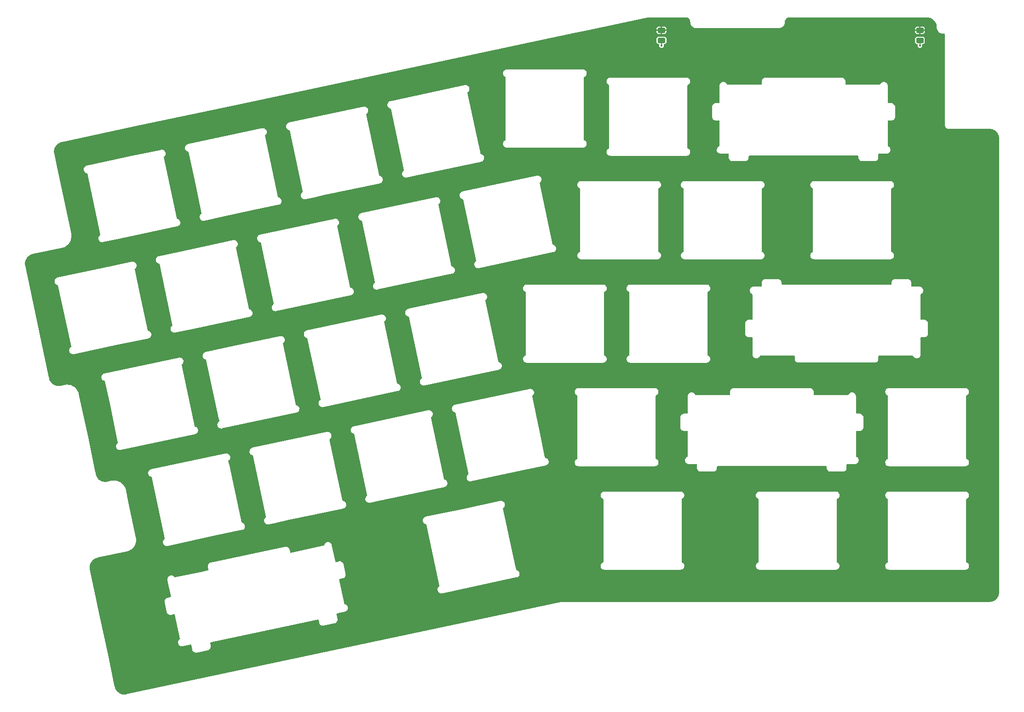
<source format=gtl>
G04 #@! TF.GenerationSoftware,KiCad,Pcbnew,(6.0.10)*
G04 #@! TF.CreationDate,2023-01-02T23:38:31+01:00*
G04 #@! TF.ProjectId,arisu,61726973-752e-46b6-9963-61645f706362,1.1*
G04 #@! TF.SameCoordinates,Original*
G04 #@! TF.FileFunction,Copper,L1,Top*
G04 #@! TF.FilePolarity,Positive*
%FSLAX46Y46*%
G04 Gerber Fmt 4.6, Leading zero omitted, Abs format (unit mm)*
G04 Created by KiCad (PCBNEW (6.0.10)) date 2023-01-02 23:38:31*
%MOMM*%
%LPD*%
G01*
G04 APERTURE LIST*
G04 Aperture macros list*
%AMRoundRect*
0 Rectangle with rounded corners*
0 $1 Rounding radius*
0 $2 $3 $4 $5 $6 $7 $8 $9 X,Y pos of 4 corners*
0 Add a 4 corners polygon primitive as box body*
4,1,4,$2,$3,$4,$5,$6,$7,$8,$9,$2,$3,0*
0 Add four circle primitives for the rounded corners*
1,1,$1+$1,$2,$3*
1,1,$1+$1,$4,$5*
1,1,$1+$1,$6,$7*
1,1,$1+$1,$8,$9*
0 Add four rect primitives between the rounded corners*
20,1,$1+$1,$2,$3,$4,$5,0*
20,1,$1+$1,$4,$5,$6,$7,0*
20,1,$1+$1,$6,$7,$8,$9,0*
20,1,$1+$1,$8,$9,$2,$3,0*%
G04 Aperture macros list end*
G04 #@! TA.AperFunction,SMDPad,CuDef*
%ADD10RoundRect,0.243750X-0.456250X0.243750X-0.456250X-0.243750X0.456250X-0.243750X0.456250X0.243750X0*%
G04 #@! TD*
G04 #@! TA.AperFunction,ViaPad*
%ADD11C,0.400000*%
G04 #@! TD*
G04 #@! TA.AperFunction,Conductor*
%ADD12C,0.200000*%
G04 #@! TD*
G04 APERTURE END LIST*
D10*
X367139999Y-214062500D03*
X367139999Y-215937500D03*
X414710000Y-214062500D03*
X414710000Y-215937500D03*
D11*
X414720003Y-216900000D03*
X414710000Y-212810003D03*
X367139999Y-212810003D03*
X367150002Y-216900000D03*
D12*
X414710000Y-215937500D02*
X414710000Y-216889997D01*
X367139999Y-215937500D02*
X367139999Y-216889997D01*
G04 #@! TA.AperFunction,Conductor*
G36*
X415980242Y-211702466D02*
G01*
X415985811Y-211702476D01*
X415999641Y-211705656D01*
X416013484Y-211702524D01*
X416027348Y-211702548D01*
X416035356Y-211702818D01*
X416167893Y-211711504D01*
X416226640Y-211715355D01*
X416242980Y-211717506D01*
X416457645Y-211760205D01*
X416473566Y-211764471D01*
X416680820Y-211834825D01*
X416696046Y-211841132D01*
X416892342Y-211937934D01*
X416906616Y-211946175D01*
X417088601Y-212067774D01*
X417101676Y-212077807D01*
X417266237Y-212222122D01*
X417277878Y-212233763D01*
X417385410Y-212356381D01*
X417422193Y-212398324D01*
X417432226Y-212411399D01*
X417553825Y-212593384D01*
X417562066Y-212607658D01*
X417658868Y-212803954D01*
X417665175Y-212819180D01*
X417735529Y-213026434D01*
X417739795Y-213042355D01*
X417782494Y-213257020D01*
X417784645Y-213273360D01*
X417797274Y-213466039D01*
X417797544Y-213474499D01*
X417797524Y-213485811D01*
X417794344Y-213499641D01*
X417796515Y-213509234D01*
X417797340Y-213519719D01*
X417797340Y-213519720D01*
X417803207Y-213594271D01*
X417810614Y-213688380D01*
X417811768Y-213693187D01*
X417811769Y-213693193D01*
X417823560Y-213742305D01*
X417854726Y-213872122D01*
X417856619Y-213876693D01*
X417856620Y-213876695D01*
X417884573Y-213944178D01*
X417927039Y-214046701D01*
X418025772Y-214207818D01*
X418028979Y-214211573D01*
X418028982Y-214211577D01*
X418145286Y-214347750D01*
X418148494Y-214351506D01*
X418152250Y-214354714D01*
X418288423Y-214471018D01*
X418288427Y-214471021D01*
X418292182Y-214474228D01*
X418453299Y-214572961D01*
X418457869Y-214574854D01*
X418457873Y-214574856D01*
X418588987Y-214629165D01*
X418627878Y-214645274D01*
X418691085Y-214660448D01*
X418806807Y-214688231D01*
X418806813Y-214688232D01*
X418811620Y-214689386D01*
X418980105Y-214702647D01*
X418985214Y-214703437D01*
X418985238Y-214703228D01*
X418992333Y-214704045D01*
X418999282Y-214705655D01*
X419000000Y-214705656D01*
X419008775Y-214703654D01*
X419036790Y-214700500D01*
X419173500Y-214700500D01*
X419241621Y-214720502D01*
X419288114Y-214774158D01*
X419299500Y-214826500D01*
X419299500Y-231462924D01*
X419297535Y-231480237D01*
X419297525Y-231485811D01*
X419294345Y-231499641D01*
X419297411Y-231513191D01*
X419297476Y-231513850D01*
X419297471Y-231516616D01*
X419298180Y-231520994D01*
X419309637Y-231637322D01*
X419349692Y-231769366D01*
X419414739Y-231891059D01*
X419418665Y-231895842D01*
X419418667Y-231895846D01*
X419453866Y-231938736D01*
X419502276Y-231997724D01*
X419507055Y-232001646D01*
X419604154Y-232081333D01*
X419604158Y-232081335D01*
X419608941Y-232085261D01*
X419730634Y-232150308D01*
X419786129Y-232167142D01*
X419856756Y-232188567D01*
X419856760Y-232188568D01*
X419862678Y-232190363D01*
X419977366Y-232201659D01*
X419990760Y-232203861D01*
X419992324Y-232204041D01*
X419999282Y-232205654D01*
X420000000Y-232205655D01*
X420007865Y-232203861D01*
X420008769Y-232203655D01*
X420036790Y-232200500D01*
X427462920Y-232200500D01*
X427480242Y-232202466D01*
X427485811Y-232202476D01*
X427499641Y-232205656D01*
X427513484Y-232202524D01*
X427527348Y-232202548D01*
X427535356Y-232202818D01*
X427667893Y-232211504D01*
X427726640Y-232215355D01*
X427742980Y-232217506D01*
X427957645Y-232260205D01*
X427973566Y-232264471D01*
X428180820Y-232334825D01*
X428196046Y-232341132D01*
X428392342Y-232437934D01*
X428406616Y-232446175D01*
X428588601Y-232567774D01*
X428601676Y-232577807D01*
X428766237Y-232722122D01*
X428777878Y-232733763D01*
X428851890Y-232818158D01*
X428922193Y-232898324D01*
X428932226Y-232911399D01*
X429053825Y-233093384D01*
X429062066Y-233107658D01*
X429158868Y-233303954D01*
X429165175Y-233319180D01*
X429235529Y-233526434D01*
X429239795Y-233542355D01*
X429282494Y-233757020D01*
X429284645Y-233773360D01*
X429297274Y-233966038D01*
X429297544Y-233974499D01*
X429297524Y-233985811D01*
X429294344Y-233999641D01*
X429297475Y-234013480D01*
X429297467Y-234018311D01*
X429299500Y-234036504D01*
X429299500Y-317462920D01*
X429297534Y-317480242D01*
X429297524Y-317485811D01*
X429294344Y-317499641D01*
X429297476Y-317513484D01*
X429297452Y-317527348D01*
X429297182Y-317535356D01*
X429295560Y-317560117D01*
X429284645Y-317726640D01*
X429282494Y-317742980D01*
X429239795Y-317957645D01*
X429235529Y-317973566D01*
X429165175Y-318180820D01*
X429158868Y-318196046D01*
X429062066Y-318392342D01*
X429053825Y-318406616D01*
X428932226Y-318588601D01*
X428922193Y-318601676D01*
X428777878Y-318766237D01*
X428766237Y-318777878D01*
X428691734Y-318843215D01*
X428601676Y-318922193D01*
X428588601Y-318932226D01*
X428406616Y-319053825D01*
X428392342Y-319062066D01*
X428196046Y-319158868D01*
X428180820Y-319165175D01*
X427973566Y-319235529D01*
X427957645Y-319239795D01*
X427742980Y-319282494D01*
X427726640Y-319284645D01*
X427533962Y-319297274D01*
X427525501Y-319297544D01*
X427514189Y-319297524D01*
X427500359Y-319294344D01*
X427486520Y-319297475D01*
X427481689Y-319297467D01*
X427463496Y-319299500D01*
X354233688Y-319299501D01*
X348693073Y-319299501D01*
X348690984Y-319299484D01*
X348676716Y-319299247D01*
X348676713Y-319299247D01*
X348670597Y-319299146D01*
X348668927Y-319299501D01*
X348667396Y-319299501D01*
X348661590Y-319300825D01*
X348661584Y-319300826D01*
X348647384Y-319304065D01*
X348645561Y-319304467D01*
X268689441Y-336299389D01*
X268672069Y-336301070D01*
X268666632Y-336302216D01*
X268652445Y-336301981D01*
X268639559Y-336307922D01*
X268626000Y-336310780D01*
X268618099Y-336312184D01*
X268589704Y-336316302D01*
X268428386Y-336339695D01*
X268411956Y-336340988D01*
X268302535Y-336342422D01*
X268193109Y-336343857D01*
X268176657Y-336342995D01*
X268067975Y-336330134D01*
X267959296Y-336317272D01*
X267943089Y-336314268D01*
X267730959Y-336260395D01*
X267715284Y-336255302D01*
X267511996Y-336174199D01*
X267497120Y-336167103D01*
X267306160Y-336060160D01*
X267292342Y-336051187D01*
X267116966Y-335920227D01*
X267104435Y-335909524D01*
X266947658Y-335756794D01*
X266936630Y-335744545D01*
X266801137Y-335572667D01*
X266791801Y-335559083D01*
X266679899Y-335370982D01*
X266672417Y-335356297D01*
X266586024Y-335155197D01*
X266580523Y-335139660D01*
X266528019Y-334953473D01*
X266525996Y-334945253D01*
X266523737Y-334934532D01*
X266523973Y-334920346D01*
X266518033Y-334907459D01*
X266517039Y-334902743D01*
X266511266Y-334885363D01*
X265181377Y-328628729D01*
X263287114Y-319716933D01*
X263186827Y-319245118D01*
X275665403Y-319245118D01*
X275666090Y-319251267D01*
X275666090Y-319251268D01*
X275678405Y-319361502D01*
X275679001Y-319374323D01*
X275679191Y-319376303D01*
X275679059Y-319383474D01*
X275679208Y-319384176D01*
X275682987Y-319392337D01*
X275691898Y-319419084D01*
X276040617Y-321059673D01*
X276046153Y-321085719D01*
X276048885Y-321114213D01*
X276048731Y-321122644D01*
X276048880Y-321123347D01*
X276051864Y-321129788D01*
X276052677Y-321132230D01*
X276056769Y-321142755D01*
X276092765Y-321256016D01*
X276160174Y-321378225D01*
X276250129Y-321484936D01*
X276359173Y-321572049D01*
X276421886Y-321604515D01*
X276477619Y-321633368D01*
X276477621Y-321633369D01*
X276483117Y-321636214D01*
X276617196Y-321674968D01*
X276665493Y-321679084D01*
X276750094Y-321686295D01*
X276750099Y-321686295D01*
X276756260Y-321686820D01*
X276872655Y-321673810D01*
X276885546Y-321673210D01*
X276887495Y-321673025D01*
X276894621Y-321673155D01*
X276895323Y-321673007D01*
X276903476Y-321669231D01*
X276930236Y-321660315D01*
X277419605Y-321556296D01*
X277490396Y-321561698D01*
X277547028Y-321604515D01*
X277569049Y-321653346D01*
X277576164Y-321686820D01*
X278502919Y-326046863D01*
X278497517Y-326117654D01*
X278454700Y-326174286D01*
X278445105Y-326180738D01*
X278422960Y-326194195D01*
X278308393Y-326305386D01*
X278304537Y-326311324D01*
X278304536Y-326311325D01*
X278232870Y-326421682D01*
X278221440Y-326439282D01*
X278166461Y-326589171D01*
X278165564Y-326596187D01*
X278150884Y-326711018D01*
X278146215Y-326747535D01*
X278150735Y-326793871D01*
X278160773Y-326896772D01*
X278161715Y-326906434D01*
X278212185Y-327057899D01*
X278215860Y-327063947D01*
X278215862Y-327063951D01*
X278248669Y-327117939D01*
X278295093Y-327194337D01*
X278300021Y-327199415D01*
X278300022Y-327199416D01*
X278401355Y-327303828D01*
X278401358Y-327303831D01*
X278406283Y-327308905D01*
X278540180Y-327395859D01*
X278690068Y-327450838D01*
X278733509Y-327456392D01*
X278841414Y-327470188D01*
X278841415Y-327470188D01*
X278848431Y-327471085D01*
X279000285Y-327456273D01*
X279006768Y-327456392D01*
X279007470Y-327456244D01*
X279015631Y-327452464D01*
X279042381Y-327443552D01*
X280214848Y-327194337D01*
X280451026Y-327144136D01*
X280521817Y-327149538D01*
X280578450Y-327192355D01*
X280600470Y-327241186D01*
X280767740Y-328028132D01*
X280770472Y-328056636D01*
X280770448Y-328057927D01*
X280770449Y-328057934D01*
X280770318Y-328065053D01*
X280770466Y-328065756D01*
X280773465Y-328072232D01*
X280774084Y-328074097D01*
X280778558Y-328085610D01*
X280814395Y-328198417D01*
X280881791Y-328320633D01*
X280885778Y-328325363D01*
X280885779Y-328325365D01*
X280967749Y-328422620D01*
X280967752Y-328422623D01*
X280971737Y-328427351D01*
X280976567Y-328431210D01*
X280976569Y-328431212D01*
X281075942Y-328510610D01*
X281075945Y-328510612D01*
X281080775Y-328514471D01*
X281086269Y-328517315D01*
X281086268Y-328517315D01*
X281199222Y-328575799D01*
X281199227Y-328575801D01*
X281204714Y-328578642D01*
X281338792Y-328617400D01*
X281477855Y-328629255D01*
X281594251Y-328616244D01*
X281607093Y-328615646D01*
X281609057Y-328615458D01*
X281616215Y-328615589D01*
X281616918Y-328615440D01*
X281623350Y-328612461D01*
X281623355Y-328612459D01*
X281625074Y-328611663D01*
X281651829Y-328602749D01*
X283566885Y-328195691D01*
X283595386Y-328192959D01*
X283596679Y-328192983D01*
X283596684Y-328192983D01*
X283603808Y-328193113D01*
X283604510Y-328192965D01*
X283610984Y-328189966D01*
X283612778Y-328189370D01*
X283624413Y-328184848D01*
X283731267Y-328150896D01*
X283731269Y-328150895D01*
X283737161Y-328149023D01*
X283742573Y-328146038D01*
X283742576Y-328146037D01*
X283853951Y-328084614D01*
X283859369Y-328081626D01*
X283898942Y-328048271D01*
X283961348Y-327995672D01*
X283961352Y-327995668D01*
X283966081Y-327991682D01*
X284053196Y-327882649D01*
X284095810Y-327800350D01*
X284114519Y-327764218D01*
X284114520Y-327764215D01*
X284117367Y-327758717D01*
X284156128Y-327624646D01*
X284167989Y-327485590D01*
X284157965Y-327395859D01*
X284154988Y-327369207D01*
X284154388Y-327356305D01*
X284154203Y-327354359D01*
X284154334Y-327347236D01*
X284154186Y-327346533D01*
X284150404Y-327338366D01*
X284141493Y-327311617D01*
X284053315Y-326896772D01*
X284058717Y-326825981D01*
X284101534Y-326769349D01*
X284150365Y-326747328D01*
X284347438Y-326705439D01*
X298716318Y-323651240D01*
X303884492Y-322552711D01*
X303955283Y-322558113D01*
X304011915Y-322600930D01*
X304033936Y-322649761D01*
X304121991Y-323064030D01*
X304124723Y-323092534D01*
X304124699Y-323093823D01*
X304124700Y-323093830D01*
X304124569Y-323100949D01*
X304124717Y-323101652D01*
X304127716Y-323108128D01*
X304128162Y-323109471D01*
X304132997Y-323121913D01*
X304168695Y-323234295D01*
X304236083Y-323356506D01*
X304326019Y-323463222D01*
X304435046Y-323550341D01*
X304440540Y-323553186D01*
X304440543Y-323553188D01*
X304553481Y-323611673D01*
X304553486Y-323611675D01*
X304558974Y-323614517D01*
X304564917Y-323616235D01*
X304564916Y-323616235D01*
X304687094Y-323651563D01*
X304687099Y-323651564D01*
X304693041Y-323653282D01*
X304832095Y-323665146D01*
X304838246Y-323664459D01*
X304838248Y-323664459D01*
X304948476Y-323652148D01*
X304961317Y-323651551D01*
X304963288Y-323651363D01*
X304970448Y-323651494D01*
X304971151Y-323651345D01*
X304979316Y-323647564D01*
X305006065Y-323638653D01*
X306921122Y-323231595D01*
X306949626Y-323228863D01*
X306950912Y-323228887D01*
X306950920Y-323228886D01*
X306958041Y-323229017D01*
X306958743Y-323228869D01*
X306965204Y-323225877D01*
X306966643Y-323225399D01*
X306978927Y-323220626D01*
X307085494Y-323186775D01*
X307091391Y-323184902D01*
X307213604Y-323117513D01*
X307223147Y-323109471D01*
X307315592Y-323031561D01*
X307320322Y-323027575D01*
X307407442Y-322918545D01*
X307471617Y-322794614D01*
X307510380Y-322660544D01*
X307519579Y-322552711D01*
X307521716Y-322527653D01*
X307522242Y-322521487D01*
X307509239Y-322405096D01*
X307508640Y-322392210D01*
X307508454Y-322390252D01*
X307508585Y-322383132D01*
X307508437Y-322382429D01*
X307504657Y-322374268D01*
X307495744Y-322347515D01*
X307460997Y-322184040D01*
X307350303Y-321663265D01*
X307328353Y-321559999D01*
X307333755Y-321489208D01*
X307376572Y-321432575D01*
X307425403Y-321410555D01*
X307622476Y-321368666D01*
X308833488Y-321111258D01*
X308861985Y-321108526D01*
X308862640Y-321108538D01*
X308863282Y-321108550D01*
X308863284Y-321108550D01*
X308870409Y-321108680D01*
X308871111Y-321108532D01*
X308876196Y-321106177D01*
X308876859Y-321105956D01*
X308876860Y-321105956D01*
X309015735Y-321059673D01*
X309015736Y-321059673D01*
X309022447Y-321057436D01*
X309158884Y-320974520D01*
X309273451Y-320863323D01*
X309360402Y-320729421D01*
X309415379Y-320579528D01*
X309435624Y-320421161D01*
X309420123Y-320262258D01*
X309369653Y-320110789D01*
X309352576Y-320082686D01*
X309290420Y-319980396D01*
X309290418Y-319980394D01*
X309286744Y-319974347D01*
X309175553Y-319859774D01*
X309041656Y-319772816D01*
X308891767Y-319717830D01*
X308866042Y-319714540D01*
X308801009Y-319686058D01*
X308761699Y-319626937D01*
X308758780Y-319615755D01*
X308723975Y-319452007D01*
X307824915Y-315222263D01*
X307830317Y-315151472D01*
X307873134Y-315094840D01*
X307921965Y-315072819D01*
X308410780Y-314968918D01*
X308439281Y-314966186D01*
X308440574Y-314966210D01*
X308440579Y-314966210D01*
X308447703Y-314966340D01*
X308448405Y-314966192D01*
X308454877Y-314963195D01*
X308456356Y-314962703D01*
X308468553Y-314957963D01*
X308575145Y-314924096D01*
X308575146Y-314924096D01*
X308581046Y-314922221D01*
X308642149Y-314888524D01*
X308697830Y-314857818D01*
X308697833Y-314857816D01*
X308703251Y-314854828D01*
X308809961Y-314764891D01*
X308866269Y-314694421D01*
X308893212Y-314660702D01*
X308893215Y-314660697D01*
X308897077Y-314655864D01*
X308961250Y-314531938D01*
X309000015Y-314397873D01*
X309002810Y-314365129D01*
X309004475Y-314345610D01*
X309011882Y-314258823D01*
X309008395Y-314227592D01*
X308998887Y-314142443D01*
X308998287Y-314129537D01*
X308998103Y-314127594D01*
X308998234Y-314120472D01*
X308998086Y-314119769D01*
X308995090Y-314113298D01*
X308994302Y-314111596D01*
X308985392Y-314084850D01*
X308631140Y-312418225D01*
X308628408Y-312389724D01*
X308628432Y-312388431D01*
X308628432Y-312388426D01*
X308628562Y-312381302D01*
X308628414Y-312380600D01*
X308625419Y-312374134D01*
X308624659Y-312371846D01*
X308620472Y-312361074D01*
X308619579Y-312358262D01*
X308604319Y-312310238D01*
X308586394Y-312253826D01*
X308586393Y-312253824D01*
X308584520Y-312247929D01*
X308570878Y-312223194D01*
X308520106Y-312131136D01*
X308520105Y-312131135D01*
X308517116Y-312125715D01*
X308427163Y-312018999D01*
X308318119Y-311931883D01*
X308253450Y-311898403D01*
X308199670Y-311870560D01*
X308199667Y-311870559D01*
X308194174Y-311867715D01*
X308060093Y-311828961D01*
X308051044Y-311828190D01*
X307927193Y-311817636D01*
X307927189Y-311817636D01*
X307921027Y-311817111D01*
X307914883Y-311817798D01*
X307914879Y-311817798D01*
X307868886Y-311822941D01*
X307804626Y-311830125D01*
X307791789Y-311830723D01*
X307789822Y-311830911D01*
X307782664Y-311830780D01*
X307781961Y-311830929D01*
X307775526Y-311833910D01*
X307775523Y-311833911D01*
X307773813Y-311834703D01*
X307747049Y-311843621D01*
X307257686Y-311947637D01*
X307186895Y-311942235D01*
X307130262Y-311899418D01*
X307108242Y-311850587D01*
X307103534Y-311828435D01*
X307016642Y-311419643D01*
X306476249Y-308877289D01*
X306473517Y-308848785D01*
X306473541Y-308847496D01*
X306473540Y-308847489D01*
X306473671Y-308840371D01*
X306473523Y-308839668D01*
X306471355Y-308834985D01*
X306422486Y-308688301D01*
X306339572Y-308551843D01*
X306228372Y-308437257D01*
X306161417Y-308393774D01*
X306100396Y-308354144D01*
X306100393Y-308354143D01*
X306094461Y-308350290D01*
X305944555Y-308295302D01*
X305937545Y-308294406D01*
X305937542Y-308294405D01*
X305793187Y-308275948D01*
X305793186Y-308275948D01*
X305786171Y-308275051D01*
X305733321Y-308280206D01*
X305634294Y-308289865D01*
X305634293Y-308289865D01*
X305627252Y-308290552D01*
X305620540Y-308292789D01*
X305620538Y-308292789D01*
X305482486Y-308338790D01*
X305482483Y-308338792D01*
X305475768Y-308341029D01*
X305339314Y-308423950D01*
X305334235Y-308428879D01*
X305334233Y-308428881D01*
X305229813Y-308530227D01*
X305229811Y-308530230D01*
X305224734Y-308535157D01*
X305137773Y-308669072D01*
X305082793Y-308818981D01*
X305081896Y-308826001D01*
X305079504Y-308844713D01*
X305051026Y-308909748D01*
X304991908Y-308949062D01*
X304980718Y-308951984D01*
X298947484Y-310234387D01*
X298876693Y-310228985D01*
X298820061Y-310186168D01*
X298798040Y-310137337D01*
X298709984Y-309723066D01*
X298707252Y-309694562D01*
X298707276Y-309693272D01*
X298707275Y-309693265D01*
X298707406Y-309686146D01*
X298707258Y-309685443D01*
X298704261Y-309678972D01*
X298703722Y-309677347D01*
X298699080Y-309665402D01*
X298665181Y-309558690D01*
X298665181Y-309558689D01*
X298663307Y-309552791D01*
X298655235Y-309538152D01*
X298598904Y-309436000D01*
X298598904Y-309435999D01*
X298595914Y-309430578D01*
X298554773Y-309381763D01*
X298509960Y-309328591D01*
X298509957Y-309328588D01*
X298505973Y-309323861D01*
X298396940Y-309236741D01*
X298373223Y-309224460D01*
X298278506Y-309175416D01*
X298278507Y-309175416D01*
X298273006Y-309172568D01*
X298158730Y-309139530D01*
X298144877Y-309135525D01*
X298144875Y-309135525D01*
X298138934Y-309133807D01*
X298132769Y-309133281D01*
X298132768Y-309133281D01*
X298006042Y-309122473D01*
X297999875Y-309121947D01*
X297993727Y-309122634D01*
X297883489Y-309134952D01*
X297870660Y-309135548D01*
X297868679Y-309135737D01*
X297861519Y-309135606D01*
X297860816Y-309135755D01*
X297852657Y-309139534D01*
X297825910Y-309148445D01*
X284233708Y-312037557D01*
X284205210Y-312040289D01*
X284196786Y-312040135D01*
X284196083Y-312040283D01*
X284189610Y-312043282D01*
X284187281Y-312044055D01*
X284176575Y-312048216D01*
X284063414Y-312084175D01*
X283941202Y-312151581D01*
X283834488Y-312241535D01*
X283747373Y-312350578D01*
X283713808Y-312415411D01*
X283708641Y-312425393D01*
X283683206Y-312474522D01*
X283672711Y-312510832D01*
X283654123Y-312575145D01*
X283644452Y-312608603D01*
X283632601Y-312747668D01*
X283644502Y-312854122D01*
X283645613Y-312864057D01*
X283646214Y-312876978D01*
X283646398Y-312878916D01*
X283646268Y-312886029D01*
X283646416Y-312886732D01*
X283650189Y-312894877D01*
X283659107Y-312921639D01*
X283740126Y-313302806D01*
X283747283Y-313336475D01*
X283741881Y-313407266D01*
X283699064Y-313463899D01*
X283650233Y-313485919D01*
X282628909Y-313703008D01*
X277616936Y-314768335D01*
X277546145Y-314762933D01*
X277489513Y-314720116D01*
X277483071Y-314710536D01*
X277469607Y-314688378D01*
X277438053Y-314655864D01*
X277363342Y-314578882D01*
X277358417Y-314573807D01*
X277302406Y-314537432D01*
X277230455Y-314490705D01*
X277230451Y-314490703D01*
X277224521Y-314486852D01*
X277189129Y-314473870D01*
X277081275Y-314434308D01*
X277081272Y-314434307D01*
X277074633Y-314431872D01*
X276990273Y-314421086D01*
X276923285Y-314412521D01*
X276923284Y-314412521D01*
X276916268Y-314411624D01*
X276819267Y-314421086D01*
X276764410Y-314426437D01*
X276764409Y-314426437D01*
X276757368Y-314427124D01*
X276605901Y-314477595D01*
X276599852Y-314481271D01*
X276481050Y-314553464D01*
X276469463Y-314560505D01*
X276450528Y-314578882D01*
X276359970Y-314666771D01*
X276359968Y-314666774D01*
X276354895Y-314671697D01*
X276351043Y-314677629D01*
X276351042Y-314677630D01*
X276340138Y-314694421D01*
X276267943Y-314805595D01*
X276265506Y-314812240D01*
X276215404Y-314948840D01*
X276215403Y-314948845D01*
X276212967Y-314955486D01*
X276209722Y-314980873D01*
X276199443Y-315061290D01*
X276192724Y-315113851D01*
X276202983Y-315218990D01*
X276207540Y-315265698D01*
X276207537Y-315265698D01*
X276207540Y-315265707D01*
X276207421Y-315272188D01*
X276207569Y-315272891D01*
X276211347Y-315281047D01*
X276220262Y-315307803D01*
X276489745Y-316575623D01*
X276852376Y-318281671D01*
X276846974Y-318352462D01*
X276804157Y-318409094D01*
X276755327Y-318431115D01*
X276266505Y-318535016D01*
X276238008Y-318537748D01*
X276229582Y-318537594D01*
X276228880Y-318537743D01*
X276222450Y-318540721D01*
X276220556Y-318541352D01*
X276209073Y-318545815D01*
X276096226Y-318581674D01*
X275974018Y-318649074D01*
X275867307Y-318739019D01*
X275780192Y-318848054D01*
X275777347Y-318853549D01*
X275777345Y-318853552D01*
X275736611Y-318932226D01*
X275716023Y-318971989D01*
X275677263Y-319106061D01*
X275665403Y-319245118D01*
X263186827Y-319245118D01*
X261930707Y-313335544D01*
X261929027Y-313318179D01*
X261927880Y-313312738D01*
X261928115Y-313298551D01*
X261922174Y-313285666D01*
X261919319Y-313272122D01*
X261917914Y-313264218D01*
X261890401Y-313074492D01*
X261889108Y-313058061D01*
X261886733Y-312876978D01*
X261886238Y-312839213D01*
X261887100Y-312822758D01*
X261887720Y-312817526D01*
X261912823Y-312605405D01*
X261915826Y-312589201D01*
X261960701Y-312412493D01*
X261969701Y-312377056D01*
X261974794Y-312361381D01*
X261974917Y-312361074D01*
X262055897Y-312158092D01*
X262062992Y-312143219D01*
X262075111Y-312121580D01*
X262169933Y-311952262D01*
X262178908Y-311938441D01*
X262183805Y-311931883D01*
X262309867Y-311763067D01*
X262320570Y-311750536D01*
X262473300Y-311593758D01*
X262485549Y-311582730D01*
X262657429Y-311447235D01*
X262671012Y-311437900D01*
X262716462Y-311410861D01*
X262859115Y-311325995D01*
X262873789Y-311318518D01*
X262994417Y-311266695D01*
X263074893Y-311232123D01*
X263090431Y-311226621D01*
X263276480Y-311174157D01*
X263284695Y-311172136D01*
X263295569Y-311169845D01*
X263309752Y-311170080D01*
X263322637Y-311164140D01*
X263327355Y-311163146D01*
X263344739Y-311157372D01*
X268671859Y-310025061D01*
X268700362Y-310022329D01*
X268701656Y-310022353D01*
X268701663Y-310022352D01*
X268708782Y-310022483D01*
X268709485Y-310022335D01*
X268715231Y-310019675D01*
X268717919Y-310018857D01*
X268965834Y-309950282D01*
X268969339Y-309948838D01*
X268969346Y-309948836D01*
X269208483Y-309850345D01*
X269208489Y-309850342D01*
X269211988Y-309848901D01*
X269444127Y-309718588D01*
X269658865Y-309561244D01*
X269853072Y-309379163D01*
X269974632Y-309233896D01*
X270021471Y-309177923D01*
X270021472Y-309177921D01*
X270023916Y-309175001D01*
X270168904Y-308951734D01*
X270177879Y-308933396D01*
X270284250Y-308716039D01*
X270284251Y-308716036D01*
X270285924Y-308712618D01*
X270311287Y-308639594D01*
X270372020Y-308464735D01*
X270372021Y-308464731D01*
X270373268Y-308461141D01*
X270429662Y-308200969D01*
X270454285Y-307935897D01*
X270453992Y-307925482D01*
X270447870Y-307708490D01*
X270446778Y-307669789D01*
X270408846Y-307417161D01*
X270408389Y-307413441D01*
X270408507Y-307406993D01*
X270408358Y-307406290D01*
X270404579Y-307398131D01*
X270395668Y-307371384D01*
X269055521Y-301066469D01*
X268560677Y-298738400D01*
X268557945Y-298709898D01*
X268557969Y-298708607D01*
X268557969Y-298708602D01*
X268558099Y-298701479D01*
X268557951Y-298700777D01*
X268555304Y-298695062D01*
X268554497Y-298692408D01*
X268486917Y-298448101D01*
X268485901Y-298444428D01*
X268384517Y-298198277D01*
X268382655Y-298194959D01*
X268382651Y-298194952D01*
X268256063Y-297969455D01*
X268256063Y-297969454D01*
X268254202Y-297966140D01*
X268246229Y-297955258D01*
X268099108Y-297754476D01*
X268096857Y-297751404D01*
X268094256Y-297748630D01*
X268094252Y-297748625D01*
X267968407Y-297614401D01*
X267914776Y-297557199D01*
X267710614Y-297386357D01*
X267487347Y-297241369D01*
X267483924Y-297239694D01*
X267483919Y-297239691D01*
X267251654Y-297126024D01*
X267251651Y-297126023D01*
X267248233Y-297124350D01*
X267189202Y-297103847D01*
X267000363Y-297038258D01*
X267000356Y-297038256D01*
X266996757Y-297037006D01*
X266832501Y-297001401D01*
X266740310Y-296981417D01*
X266740306Y-296981416D01*
X266736586Y-296980610D01*
X266636523Y-296971314D01*
X266475309Y-296956337D01*
X266475301Y-296956337D01*
X266471515Y-296955985D01*
X266467713Y-296956092D01*
X266467705Y-296956092D01*
X266288185Y-296961155D01*
X266205408Y-296963490D01*
X266201647Y-296964055D01*
X266201643Y-296964055D01*
X265952901Y-297001401D01*
X265949030Y-297001875D01*
X265942612Y-297001758D01*
X265941910Y-297001906D01*
X265935440Y-297004902D01*
X265935441Y-297004902D01*
X265933743Y-297005688D01*
X265906996Y-297014598D01*
X265206522Y-297163488D01*
X265189155Y-297165168D01*
X265183713Y-297166315D01*
X265169531Y-297166080D01*
X265156651Y-297172018D01*
X265143078Y-297174878D01*
X265135178Y-297176282D01*
X264945471Y-297203790D01*
X264929040Y-297205083D01*
X264823927Y-297206460D01*
X264710190Y-297207949D01*
X264693737Y-297207087D01*
X264585054Y-297194225D01*
X264476373Y-297181362D01*
X264460167Y-297178358D01*
X264248032Y-297124484D01*
X264232358Y-297119391D01*
X264029072Y-297038290D01*
X264014196Y-297031195D01*
X263823232Y-296924252D01*
X263809409Y-296915276D01*
X263634033Y-296784320D01*
X263621500Y-296773616D01*
X263464719Y-296620890D01*
X263453691Y-296608642D01*
X263318191Y-296436764D01*
X263308855Y-296423181D01*
X263196943Y-296235078D01*
X263189461Y-296220393D01*
X263103063Y-296019301D01*
X263097561Y-296003765D01*
X263045270Y-295818366D01*
X263043248Y-295810148D01*
X263040818Y-295798618D01*
X263041053Y-295784435D01*
X263035114Y-295771554D01*
X263034117Y-295766823D01*
X263028344Y-295749447D01*
X262988451Y-295561763D01*
X272674532Y-295561763D01*
X272689858Y-295718867D01*
X272692095Y-295725580D01*
X272692095Y-295725581D01*
X272737520Y-295861910D01*
X272737522Y-295861914D01*
X272739757Y-295868622D01*
X272743430Y-295874666D01*
X272743431Y-295874669D01*
X272818051Y-295997473D01*
X272818054Y-295997477D01*
X272821726Y-296003520D01*
X272826650Y-296008594D01*
X272826654Y-296008599D01*
X272919257Y-296104020D01*
X272931657Y-296116797D01*
X272937587Y-296120648D01*
X272937589Y-296120650D01*
X272945756Y-296125954D01*
X273064037Y-296202773D01*
X273070677Y-296205209D01*
X273070681Y-296205211D01*
X273132362Y-296227839D01*
X273212229Y-296257139D01*
X273219252Y-296258037D01*
X273219255Y-296258038D01*
X273234283Y-296259961D01*
X273299315Y-296288445D01*
X273338623Y-296347567D01*
X273341541Y-296358745D01*
X275726826Y-307580634D01*
X275721424Y-307651425D01*
X275678607Y-307708057D01*
X275669018Y-307714505D01*
X275656058Y-307722381D01*
X275656055Y-307722384D01*
X275650014Y-307726055D01*
X275536746Y-307835998D01*
X275532893Y-307841932D01*
X275532892Y-307841933D01*
X275518243Y-307864494D01*
X275450781Y-307968388D01*
X275448345Y-307975030D01*
X275408641Y-308083288D01*
X275396428Y-308116587D01*
X275395531Y-308123607D01*
X275395530Y-308123610D01*
X275377311Y-308266146D01*
X275376414Y-308273165D01*
X275391740Y-308430271D01*
X275394068Y-308437257D01*
X275434077Y-308557329D01*
X275441640Y-308580028D01*
X275445313Y-308586072D01*
X275445314Y-308586075D01*
X275519935Y-308708881D01*
X275519938Y-308708885D01*
X275523610Y-308714928D01*
X275633542Y-308828207D01*
X275639470Y-308832057D01*
X275639471Y-308832058D01*
X275642828Y-308834238D01*
X275765923Y-308914186D01*
X275772560Y-308916621D01*
X275907472Y-308966117D01*
X275907476Y-308966118D01*
X275914116Y-308968554D01*
X275921136Y-308969452D01*
X275921140Y-308969453D01*
X275982772Y-308977337D01*
X276070692Y-308988585D01*
X276220325Y-308974003D01*
X276220328Y-308974030D01*
X276220406Y-308974005D01*
X276227247Y-308974131D01*
X276227950Y-308973982D01*
X276234381Y-308971004D01*
X276234385Y-308971003D01*
X276236121Y-308970199D01*
X276262866Y-308961289D01*
X285055078Y-307092447D01*
X289879917Y-306066896D01*
X289908418Y-306064164D01*
X289909712Y-306064188D01*
X289909717Y-306064188D01*
X289916841Y-306064318D01*
X289917543Y-306064170D01*
X289924011Y-306061174D01*
X289924332Y-306061067D01*
X289930625Y-306058976D01*
X289930718Y-306058939D01*
X290060411Y-306015720D01*
X290067124Y-306013483D01*
X290073169Y-306009809D01*
X290073172Y-306009808D01*
X290195963Y-305935187D01*
X290202012Y-305931511D01*
X290254347Y-305880717D01*
X290310199Y-305826510D01*
X290310201Y-305826507D01*
X290315279Y-305821579D01*
X290401245Y-305689200D01*
X290407718Y-305671554D01*
X290453161Y-305547655D01*
X290453161Y-305547653D01*
X290455598Y-305541010D01*
X290475614Y-305384442D01*
X290460289Y-305227344D01*
X290410392Y-305077596D01*
X290371391Y-305013413D01*
X290332101Y-304948756D01*
X290328424Y-304942705D01*
X290320640Y-304934684D01*
X290223421Y-304834508D01*
X290223417Y-304834505D01*
X290218496Y-304829434D01*
X290212570Y-304825586D01*
X290212567Y-304825583D01*
X290092052Y-304747318D01*
X290086119Y-304743465D01*
X289937931Y-304689107D01*
X289915906Y-304686291D01*
X289850875Y-304657811D01*
X289811562Y-304598692D01*
X289808642Y-304587506D01*
X287623021Y-294304966D01*
X287423337Y-293365528D01*
X287428739Y-293294737D01*
X287471556Y-293238105D01*
X287481146Y-293231656D01*
X287482610Y-293230766D01*
X287500130Y-293220119D01*
X287579442Y-293143140D01*
X287608322Y-293115110D01*
X287608323Y-293115109D01*
X287613397Y-293110184D01*
X287699362Y-292977802D01*
X287705860Y-292960087D01*
X287751278Y-292836256D01*
X287751278Y-292836254D01*
X287753715Y-292829611D01*
X287773731Y-292673040D01*
X287758406Y-292515941D01*
X287708508Y-292366190D01*
X287666118Y-292296429D01*
X287630216Y-292237346D01*
X287630215Y-292237344D01*
X287626540Y-292231297D01*
X287516611Y-292118025D01*
X287384233Y-292032053D01*
X287236044Y-291977693D01*
X287079474Y-291957669D01*
X287072428Y-291958356D01*
X286929857Y-291972257D01*
X286929852Y-291972206D01*
X286929703Y-291972254D01*
X286922926Y-291972130D01*
X286922223Y-291972278D01*
X286915755Y-291975273D01*
X286914051Y-291976062D01*
X286887306Y-291984971D01*
X273270258Y-294879364D01*
X273241762Y-294882096D01*
X273233332Y-294881942D01*
X273232629Y-294882091D01*
X273227031Y-294884684D01*
X273226650Y-294884811D01*
X273089734Y-294930445D01*
X273089732Y-294930446D01*
X273083023Y-294932682D01*
X272948132Y-295014663D01*
X272943055Y-295019591D01*
X272846872Y-295112950D01*
X272834865Y-295124604D01*
X272831012Y-295130538D01*
X272831011Y-295130539D01*
X272782480Y-295205278D01*
X272748900Y-295256991D01*
X272724308Y-295324043D01*
X272706757Y-295371898D01*
X272694547Y-295405188D01*
X272693650Y-295412207D01*
X272693649Y-295412210D01*
X272675429Y-295554744D01*
X272674532Y-295561763D01*
X262988451Y-295561763D01*
X262955170Y-295405188D01*
X262146577Y-291601060D01*
X291308246Y-291601060D01*
X291323572Y-291758164D01*
X291325809Y-291764877D01*
X291325809Y-291764878D01*
X291371154Y-291900964D01*
X291373471Y-291907919D01*
X291377146Y-291913967D01*
X291420292Y-291984971D01*
X291455441Y-292042816D01*
X291565374Y-292156092D01*
X291571307Y-292159945D01*
X291691817Y-292238211D01*
X291691820Y-292238212D01*
X291697755Y-292242067D01*
X291845948Y-292296429D01*
X291852960Y-292297326D01*
X291852965Y-292297327D01*
X291864609Y-292298816D01*
X291867990Y-292299248D01*
X291933024Y-292327729D01*
X291972335Y-292386848D01*
X291975253Y-292398024D01*
X294360544Y-303619938D01*
X294355142Y-303690727D01*
X294312325Y-303747359D01*
X294302743Y-303753803D01*
X294283735Y-303765355D01*
X294278662Y-303770279D01*
X294278658Y-303770282D01*
X294186292Y-303859934D01*
X294170465Y-303875296D01*
X294166615Y-303881224D01*
X294166614Y-303881226D01*
X294151969Y-303903780D01*
X294084497Y-304007685D01*
X294030143Y-304155884D01*
X294029246Y-304162903D01*
X294029245Y-304162906D01*
X294011024Y-304305444D01*
X294010127Y-304312462D01*
X294025453Y-304469568D01*
X294044517Y-304526781D01*
X294071105Y-304606575D01*
X294075353Y-304619325D01*
X294079026Y-304625370D01*
X294079028Y-304625374D01*
X294153649Y-304748178D01*
X294153652Y-304748182D01*
X294157324Y-304754225D01*
X294267257Y-304867503D01*
X294399640Y-304953480D01*
X294406283Y-304955917D01*
X294406287Y-304955919D01*
X294535192Y-305003207D01*
X294547835Y-305007845D01*
X294704411Y-305027872D01*
X294711449Y-305027186D01*
X294711453Y-305027186D01*
X294854053Y-305013286D01*
X294854057Y-305013332D01*
X294854195Y-305013289D01*
X294860966Y-305013413D01*
X294861669Y-305013265D01*
X294868137Y-305010270D01*
X294868140Y-305010269D01*
X294869842Y-305009481D01*
X294896588Y-305000571D01*
X296106177Y-304743465D01*
X298222349Y-304293659D01*
X323219529Y-304293659D01*
X323234855Y-304450767D01*
X323266447Y-304545580D01*
X323282312Y-304593191D01*
X323284756Y-304600527D01*
X323288431Y-304606574D01*
X323288431Y-304606575D01*
X323338293Y-304688631D01*
X323366729Y-304735428D01*
X323476665Y-304848707D01*
X323609052Y-304934684D01*
X323757250Y-304989047D01*
X323764272Y-304989945D01*
X323779301Y-304991867D01*
X323844335Y-305020349D01*
X323883645Y-305079469D01*
X323886565Y-305090652D01*
X326271845Y-316312517D01*
X326266443Y-316383308D01*
X326223626Y-316439940D01*
X326214037Y-316446388D01*
X326201077Y-316454264D01*
X326201071Y-316454269D01*
X326195030Y-316457940D01*
X326189954Y-316462867D01*
X326097555Y-316552549D01*
X326081756Y-316567883D01*
X325995785Y-316700275D01*
X325941429Y-316848478D01*
X325921412Y-317005060D01*
X325936738Y-317162171D01*
X325986640Y-317311933D01*
X326068614Y-317446836D01*
X326178551Y-317560117D01*
X326310938Y-317646096D01*
X326459137Y-317700461D01*
X326615718Y-317720488D01*
X326622764Y-317719801D01*
X326765348Y-317705899D01*
X326765350Y-317705922D01*
X326765417Y-317705900D01*
X326772278Y-317706027D01*
X326772980Y-317705878D01*
X326781145Y-317702097D01*
X326807891Y-317693187D01*
X340424948Y-314798792D01*
X340453445Y-314796060D01*
X340454019Y-314796071D01*
X340454745Y-314796084D01*
X340454746Y-314796084D01*
X340461872Y-314796214D01*
X340462574Y-314796066D01*
X340469039Y-314793072D01*
X340475585Y-314790897D01*
X340475784Y-314790818D01*
X340612146Y-314745369D01*
X340747028Y-314663395D01*
X340752101Y-314658471D01*
X340752105Y-314658468D01*
X340834100Y-314578882D01*
X340860288Y-314553464D01*
X340946248Y-314421086D01*
X340949390Y-314412521D01*
X340998160Y-314279546D01*
X340998160Y-314279545D01*
X341000597Y-314272901D01*
X341003183Y-314252676D01*
X341019714Y-314123355D01*
X341019714Y-314123354D01*
X341020611Y-314116337D01*
X341005286Y-313959245D01*
X340962967Y-313832237D01*
X340957628Y-313816214D01*
X340957627Y-313816212D01*
X340955391Y-313809501D01*
X340951718Y-313803456D01*
X340951716Y-313803452D01*
X340890681Y-313703008D01*
X340873427Y-313674613D01*
X340817889Y-313617385D01*
X340768434Y-313566425D01*
X340763504Y-313561345D01*
X340631133Y-313475376D01*
X340624490Y-313472939D01*
X340624488Y-313472938D01*
X340557043Y-313448196D01*
X340482952Y-313421015D01*
X340460928Y-313418198D01*
X340395895Y-313389716D01*
X340356584Y-313330595D01*
X340353665Y-313319413D01*
X340350639Y-313305173D01*
X340215140Y-312667700D01*
X355939067Y-312667700D01*
X355956743Y-312824569D01*
X356008883Y-312973571D01*
X356012650Y-312979565D01*
X356072300Y-313074492D01*
X356092874Y-313107234D01*
X356097878Y-313112237D01*
X356097879Y-313112239D01*
X356199498Y-313213852D01*
X356199501Y-313213855D01*
X356204502Y-313218855D01*
X356338171Y-313302837D01*
X356344855Y-313305175D01*
X356344856Y-313305176D01*
X356480491Y-313352629D01*
X356487177Y-313354968D01*
X356494208Y-313355760D01*
X356494209Y-313355760D01*
X356636580Y-313371792D01*
X356636575Y-313371833D01*
X356636704Y-313371821D01*
X356643329Y-313373356D01*
X356644047Y-313373357D01*
X356650983Y-313371774D01*
X356650986Y-313371774D01*
X356652809Y-313371358D01*
X356680838Y-313368201D01*
X370602077Y-313368201D01*
X370630513Y-313371452D01*
X370638729Y-313373356D01*
X370639447Y-313373357D01*
X370645736Y-313371922D01*
X370796301Y-313354948D01*
X370802973Y-313352613D01*
X370802977Y-313352612D01*
X370938516Y-313305176D01*
X370945288Y-313302806D01*
X371078938Y-313218821D01*
X371190550Y-313107202D01*
X371274527Y-312973546D01*
X371326658Y-312824555D01*
X371344331Y-312667700D01*
X384514068Y-312667700D01*
X384531743Y-312824568D01*
X384534079Y-312831244D01*
X384534080Y-312831248D01*
X384567041Y-312925440D01*
X384583883Y-312973569D01*
X384667873Y-313107232D01*
X384680872Y-313120230D01*
X384774497Y-313213850D01*
X384774500Y-313213852D01*
X384779501Y-313218853D01*
X384785492Y-313222617D01*
X384907176Y-313299070D01*
X384907178Y-313299071D01*
X384913169Y-313302835D01*
X384919849Y-313305172D01*
X384919851Y-313305173D01*
X385055493Y-313352629D01*
X385062173Y-313354966D01*
X385069200Y-313355757D01*
X385069203Y-313355758D01*
X385211576Y-313371791D01*
X385211571Y-313371832D01*
X385211700Y-313371820D01*
X385218324Y-313373355D01*
X385219042Y-313373356D01*
X385226103Y-313371745D01*
X385227803Y-313371357D01*
X385255832Y-313368200D01*
X399177071Y-313368200D01*
X399205509Y-313371451D01*
X399213724Y-313373355D01*
X399214442Y-313373356D01*
X399220714Y-313371925D01*
X399221070Y-313371885D01*
X399221071Y-313371885D01*
X399364264Y-313355743D01*
X399364266Y-313355743D01*
X399371297Y-313354950D01*
X399377975Y-313352613D01*
X399377979Y-313352612D01*
X399513606Y-313305147D01*
X399513608Y-313305146D01*
X399520286Y-313302809D01*
X399526272Y-313299048D01*
X399526275Y-313299046D01*
X399647948Y-313222587D01*
X399647952Y-313222584D01*
X399653937Y-313218823D01*
X399765549Y-313107204D01*
X399769309Y-313101220D01*
X399769312Y-313101216D01*
X399845765Y-312979536D01*
X399845766Y-312979534D01*
X399849527Y-312973548D01*
X399901659Y-312824556D01*
X399919332Y-312667700D01*
X408326568Y-312667700D01*
X408344244Y-312824568D01*
X408396384Y-312973570D01*
X408480374Y-313107233D01*
X408493372Y-313120230D01*
X408586995Y-313213848D01*
X408586998Y-313213850D01*
X408592002Y-313218854D01*
X408725670Y-313302835D01*
X408732347Y-313305171D01*
X408732349Y-313305172D01*
X408867994Y-313352629D01*
X408874674Y-313354966D01*
X408881701Y-313355757D01*
X408881704Y-313355758D01*
X409024077Y-313371791D01*
X409024072Y-313371832D01*
X409024201Y-313371820D01*
X409030826Y-313373355D01*
X409031544Y-313373356D01*
X409038480Y-313371773D01*
X409038483Y-313371773D01*
X409040306Y-313371357D01*
X409068335Y-313368200D01*
X422989574Y-313368200D01*
X423018010Y-313371451D01*
X423026226Y-313373355D01*
X423026944Y-313373356D01*
X423033215Y-313371925D01*
X423033571Y-313371885D01*
X423033572Y-313371885D01*
X423082056Y-313366419D01*
X423183799Y-313354950D01*
X423190480Y-313352612D01*
X423217155Y-313343276D01*
X423332787Y-313302808D01*
X423338777Y-313299044D01*
X423338781Y-313299042D01*
X423460390Y-313222622D01*
X423466437Y-313218822D01*
X423578050Y-313107203D01*
X423662027Y-312973547D01*
X423664979Y-312965112D01*
X423711824Y-312831230D01*
X423711824Y-312831228D01*
X423714159Y-312824556D01*
X423716753Y-312801539D01*
X423731040Y-312674729D01*
X423731832Y-312667700D01*
X423714159Y-312510844D01*
X423711823Y-312504167D01*
X423664363Y-312368528D01*
X423664361Y-312368525D01*
X423662027Y-312361853D01*
X423578050Y-312228197D01*
X423466437Y-312116578D01*
X423332787Y-312032592D01*
X423311808Y-312025250D01*
X423254119Y-311983868D01*
X423227961Y-311917866D01*
X423227431Y-311906323D01*
X423227431Y-300433677D01*
X423247433Y-300365556D01*
X423301089Y-300319063D01*
X423311808Y-300314750D01*
X423311811Y-300314749D01*
X423332787Y-300307408D01*
X423466437Y-300223422D01*
X423494675Y-300195183D01*
X423573045Y-300116808D01*
X423578050Y-300111803D01*
X423662027Y-299978147D01*
X423664979Y-299969712D01*
X423711824Y-299835830D01*
X423711824Y-299835828D01*
X423714159Y-299829156D01*
X423716364Y-299809592D01*
X423731040Y-299679329D01*
X423731832Y-299672300D01*
X423714159Y-299515444D01*
X423711823Y-299508767D01*
X423664363Y-299373128D01*
X423664361Y-299373125D01*
X423662027Y-299366453D01*
X423578050Y-299232797D01*
X423466437Y-299121178D01*
X423439873Y-299104485D01*
X423338781Y-299040958D01*
X423338777Y-299040956D01*
X423332787Y-299037192D01*
X423217155Y-298996724D01*
X423190477Y-298987387D01*
X423190476Y-298987387D01*
X423183799Y-298985050D01*
X423034410Y-298968210D01*
X423034414Y-298968171D01*
X423034292Y-298968183D01*
X423027662Y-298966645D01*
X423026944Y-298966644D01*
X423018608Y-298968545D01*
X423018165Y-298968646D01*
X422990151Y-298971800D01*
X409068913Y-298971800D01*
X409040453Y-298968544D01*
X409039214Y-298968257D01*
X409032262Y-298966645D01*
X409031544Y-298966644D01*
X409025271Y-298968074D01*
X408956475Y-298975822D01*
X408881712Y-298984241D01*
X408881709Y-298984242D01*
X408874674Y-298985034D01*
X408867994Y-298987371D01*
X408867990Y-298987372D01*
X408732349Y-299034828D01*
X408732347Y-299034829D01*
X408725670Y-299037165D01*
X408592002Y-299121146D01*
X408587000Y-299126148D01*
X408586995Y-299126152D01*
X408536193Y-299176951D01*
X408480374Y-299232767D01*
X408396384Y-299366430D01*
X408344244Y-299515432D01*
X408326568Y-299672300D01*
X408344244Y-299829168D01*
X408396384Y-299978170D01*
X408480374Y-300111833D01*
X408530443Y-300161899D01*
X408586995Y-300218448D01*
X408586998Y-300218450D01*
X408592002Y-300223454D01*
X408725670Y-300307435D01*
X408732347Y-300309771D01*
X408732349Y-300309772D01*
X408746641Y-300314772D01*
X408804334Y-300356148D01*
X408830500Y-300422147D01*
X408831031Y-300433703D01*
X408831031Y-311906297D01*
X408811029Y-311974418D01*
X408757373Y-312020911D01*
X408746641Y-312025228D01*
X408732349Y-312030228D01*
X408732347Y-312030229D01*
X408725670Y-312032565D01*
X408592002Y-312116546D01*
X408587000Y-312121548D01*
X408586995Y-312121552D01*
X408550450Y-312158095D01*
X408480374Y-312228167D01*
X408396384Y-312361830D01*
X408344244Y-312510832D01*
X408326568Y-312667700D01*
X399919332Y-312667700D01*
X399901659Y-312510844D01*
X399849527Y-312361852D01*
X399845747Y-312355836D01*
X399769312Y-312234184D01*
X399769309Y-312234180D01*
X399765549Y-312228196D01*
X399685952Y-312148594D01*
X399658939Y-312121579D01*
X399658937Y-312121578D01*
X399653937Y-312116577D01*
X399647949Y-312112814D01*
X399647948Y-312112813D01*
X399545152Y-312048217D01*
X399520286Y-312032591D01*
X399499310Y-312025250D01*
X399441620Y-311983870D01*
X399415460Y-311917869D01*
X399414930Y-311906323D01*
X399414930Y-300433677D01*
X399434932Y-300365556D01*
X399488588Y-300319063D01*
X399499301Y-300314753D01*
X399520286Y-300307409D01*
X399626784Y-300240486D01*
X399647948Y-300227187D01*
X399647952Y-300227184D01*
X399653937Y-300223423D01*
X399765549Y-300111804D01*
X399769309Y-300105820D01*
X399769312Y-300105816D01*
X399845765Y-299984136D01*
X399845766Y-299984134D01*
X399849527Y-299978148D01*
X399901659Y-299829156D01*
X399919332Y-299672300D01*
X399901659Y-299515444D01*
X399849527Y-299366452D01*
X399845747Y-299360436D01*
X399769312Y-299238784D01*
X399769309Y-299238780D01*
X399765549Y-299232796D01*
X399653937Y-299121177D01*
X399647949Y-299117414D01*
X399647948Y-299117413D01*
X399526275Y-299040954D01*
X399526272Y-299040952D01*
X399520286Y-299037191D01*
X399513608Y-299034854D01*
X399513606Y-299034853D01*
X399377979Y-298987388D01*
X399377975Y-298987387D01*
X399371297Y-298985050D01*
X399364266Y-298984257D01*
X399364264Y-298984257D01*
X399221909Y-298968210D01*
X399221913Y-298968171D01*
X399221791Y-298968183D01*
X399215160Y-298966645D01*
X399214442Y-298966644D01*
X399207369Y-298968257D01*
X399205662Y-298968646D01*
X399177648Y-298971800D01*
X385256409Y-298971800D01*
X385227952Y-298968544D01*
X385226717Y-298968258D01*
X385219760Y-298966645D01*
X385219042Y-298966644D01*
X385212770Y-298968074D01*
X385134210Y-298976921D01*
X385069211Y-298984241D01*
X385069208Y-298984242D01*
X385062173Y-298985034D01*
X385055493Y-298987371D01*
X385055489Y-298987372D01*
X384919851Y-299034827D01*
X384919849Y-299034828D01*
X384913169Y-299037165D01*
X384907178Y-299040929D01*
X384907176Y-299040930D01*
X384807632Y-299103472D01*
X384779501Y-299121147D01*
X384774500Y-299126147D01*
X384774497Y-299126150D01*
X384723687Y-299176958D01*
X384667873Y-299232768D01*
X384583883Y-299366431D01*
X384576523Y-299387463D01*
X384534080Y-299508752D01*
X384534079Y-299508756D01*
X384531743Y-299515432D01*
X384514068Y-299672300D01*
X384531743Y-299829168D01*
X384534079Y-299835844D01*
X384534080Y-299835848D01*
X384559914Y-299909673D01*
X384583883Y-299978169D01*
X384667873Y-300111832D01*
X384717943Y-300161899D01*
X384774497Y-300218450D01*
X384774500Y-300218452D01*
X384779501Y-300223453D01*
X384785492Y-300227217D01*
X384907176Y-300303670D01*
X384907178Y-300303671D01*
X384913169Y-300307435D01*
X384919849Y-300309772D01*
X384919851Y-300309773D01*
X384934140Y-300314772D01*
X384991833Y-300356148D01*
X385017999Y-300422147D01*
X385018530Y-300433703D01*
X385018530Y-311906297D01*
X384998528Y-311974418D01*
X384944872Y-312020911D01*
X384934140Y-312025228D01*
X384919851Y-312030227D01*
X384919849Y-312030228D01*
X384913169Y-312032565D01*
X384907178Y-312036329D01*
X384907176Y-312036330D01*
X384841807Y-312077401D01*
X384779501Y-312116547D01*
X384774500Y-312121547D01*
X384774497Y-312121550D01*
X384737950Y-312158095D01*
X384667873Y-312228168D01*
X384583883Y-312361831D01*
X384572092Y-312395527D01*
X384534080Y-312504152D01*
X384534079Y-312504156D01*
X384531743Y-312510832D01*
X384514068Y-312667700D01*
X371344331Y-312667700D01*
X371326658Y-312510845D01*
X371274527Y-312361854D01*
X371268871Y-312352851D01*
X371194316Y-312234192D01*
X371194315Y-312234191D01*
X371190550Y-312228198D01*
X371110951Y-312148594D01*
X371083940Y-312121581D01*
X371083938Y-312121580D01*
X371078938Y-312116579D01*
X370957952Y-312040552D01*
X370951278Y-312036358D01*
X370951277Y-312036358D01*
X370945288Y-312032594D01*
X370938608Y-312030256D01*
X370938606Y-312030255D01*
X370924309Y-312025251D01*
X370866620Y-311983868D01*
X370840463Y-311917866D01*
X370839933Y-311906325D01*
X370839933Y-300433675D01*
X370859935Y-300365554D01*
X370913591Y-300319061D01*
X370924309Y-300314749D01*
X370938606Y-300309745D01*
X370938609Y-300309743D01*
X370945288Y-300307406D01*
X371078938Y-300223421D01*
X371190550Y-300111802D01*
X371242338Y-300029378D01*
X371270763Y-299984137D01*
X371270764Y-299984136D01*
X371274527Y-299978146D01*
X371326658Y-299829155D01*
X371344331Y-299672300D01*
X371326658Y-299515445D01*
X371274527Y-299366454D01*
X371190550Y-299232798D01*
X371078938Y-299121179D01*
X370945288Y-299037194D01*
X370905237Y-299023177D01*
X370802977Y-298987388D01*
X370802973Y-298987387D01*
X370796301Y-298985052D01*
X370646913Y-298968211D01*
X370646917Y-298968172D01*
X370646795Y-298968184D01*
X370640165Y-298966646D01*
X370639447Y-298966645D01*
X370630672Y-298968646D01*
X370630668Y-298968647D01*
X370602654Y-298971801D01*
X356681416Y-298971801D01*
X356652956Y-298968545D01*
X356651717Y-298968258D01*
X356644765Y-298966646D01*
X356644047Y-298966645D01*
X356637792Y-298968071D01*
X356637435Y-298968111D01*
X356637434Y-298968111D01*
X356494209Y-298984240D01*
X356494208Y-298984240D01*
X356487177Y-298985032D01*
X356480495Y-298987370D01*
X356480494Y-298987370D01*
X356344856Y-299034824D01*
X356344855Y-299034825D01*
X356338171Y-299037163D01*
X356204502Y-299121145D01*
X356199501Y-299126145D01*
X356199498Y-299126148D01*
X356097879Y-299227761D01*
X356092874Y-299232766D01*
X356008883Y-299366429D01*
X355956743Y-299515431D01*
X355939067Y-299672300D01*
X355956743Y-299829169D01*
X356008883Y-299978171D01*
X356045327Y-300036168D01*
X356089068Y-300105777D01*
X356092874Y-300111834D01*
X356097878Y-300116837D01*
X356097879Y-300116839D01*
X356199498Y-300218452D01*
X356199501Y-300218455D01*
X356204502Y-300223455D01*
X356338171Y-300307437D01*
X356344851Y-300309774D01*
X356344853Y-300309775D01*
X356351409Y-300312068D01*
X356359144Y-300314775D01*
X356416836Y-300356150D01*
X356443002Y-300422149D01*
X356443533Y-300433705D01*
X356443533Y-311906295D01*
X356423531Y-311974416D01*
X356369875Y-312020909D01*
X356359148Y-312025224D01*
X356351409Y-312027932D01*
X356344853Y-312030225D01*
X356344851Y-312030226D01*
X356338171Y-312032563D01*
X356204502Y-312116545D01*
X356199501Y-312121545D01*
X356199498Y-312121548D01*
X356130561Y-312190481D01*
X356092874Y-312228166D01*
X356089109Y-312234157D01*
X356089107Y-312234160D01*
X356050878Y-312294998D01*
X356008883Y-312361829D01*
X355956743Y-312510831D01*
X355939067Y-312667700D01*
X340215140Y-312667700D01*
X337968373Y-302097494D01*
X337973775Y-302026703D01*
X338016592Y-301970071D01*
X338026179Y-301963625D01*
X338045181Y-301952080D01*
X338050260Y-301947151D01*
X338050263Y-301947149D01*
X338153395Y-301847070D01*
X338153396Y-301847068D01*
X338158472Y-301842143D01*
X338162323Y-301836214D01*
X338162326Y-301836210D01*
X338240603Y-301715687D01*
X338240604Y-301715685D01*
X338244458Y-301709751D01*
X338298826Y-301561545D01*
X338318849Y-301404955D01*
X338306045Y-301273684D01*
X338304211Y-301254876D01*
X338304210Y-301254872D01*
X338303524Y-301247837D01*
X338253618Y-301098069D01*
X338171635Y-300963162D01*
X338166709Y-300958087D01*
X338166707Y-300958084D01*
X338084908Y-300873807D01*
X338061687Y-300849882D01*
X337929286Y-300763910D01*
X337781074Y-300709557D01*
X337624483Y-300689550D01*
X337617447Y-300690237D01*
X337617443Y-300690237D01*
X337474857Y-300704161D01*
X337474854Y-300704133D01*
X337474774Y-300704159D01*
X337467917Y-300704034D01*
X337467215Y-300704183D01*
X337459070Y-300707956D01*
X337432309Y-300716873D01*
X330908970Y-302103452D01*
X323815286Y-303611261D01*
X323786785Y-303613993D01*
X323785488Y-303613969D01*
X323785484Y-303613969D01*
X323778363Y-303613839D01*
X323777660Y-303613987D01*
X323772103Y-303616561D01*
X323771608Y-303616726D01*
X323771607Y-303616726D01*
X323761975Y-303619936D01*
X323628046Y-303664568D01*
X323622002Y-303668241D01*
X323622000Y-303668242D01*
X323499190Y-303742876D01*
X323493148Y-303746548D01*
X323379874Y-303856488D01*
X323293903Y-303988878D01*
X323291468Y-303995517D01*
X323291467Y-303995519D01*
X323244860Y-304122592D01*
X323239546Y-304137079D01*
X323219529Y-304293659D01*
X298222349Y-304293659D01*
X308513637Y-302106179D01*
X308542134Y-302103447D01*
X308550560Y-302103601D01*
X308551263Y-302103452D01*
X308557520Y-302100554D01*
X308700847Y-302052787D01*
X308743767Y-302026703D01*
X308829689Y-301974484D01*
X308835733Y-301970811D01*
X308840805Y-301965888D01*
X308840809Y-301965885D01*
X308943922Y-301865803D01*
X308943923Y-301865802D01*
X308948997Y-301860877D01*
X309034961Y-301728497D01*
X309039660Y-301715687D01*
X309086875Y-301586952D01*
X309086875Y-301586951D01*
X309089312Y-301580307D01*
X309091711Y-301561545D01*
X309108430Y-301430757D01*
X309108430Y-301430756D01*
X309109327Y-301423739D01*
X309094002Y-301266642D01*
X309051678Y-301139621D01*
X309046342Y-301123606D01*
X309046341Y-301123604D01*
X309044105Y-301116893D01*
X309038721Y-301108033D01*
X308965814Y-300988051D01*
X308965813Y-300988049D01*
X308962138Y-300982002D01*
X308852211Y-300868731D01*
X308778561Y-300820898D01*
X308725772Y-300786614D01*
X308725771Y-300786613D01*
X308719836Y-300782759D01*
X308571650Y-300728398D01*
X308549618Y-300725580D01*
X308484585Y-300697098D01*
X308445274Y-300637978D01*
X308442355Y-300626795D01*
X308417289Y-300508865D01*
X306057054Y-289404829D01*
X306062456Y-289334039D01*
X306105273Y-289277407D01*
X306114843Y-289270971D01*
X306133851Y-289259419D01*
X306247115Y-289149482D01*
X306333078Y-289017099D01*
X306387430Y-288868907D01*
X306407444Y-288712337D01*
X306392119Y-288555238D01*
X306349102Y-288426138D01*
X306344457Y-288412198D01*
X306344456Y-288412197D01*
X306342221Y-288405488D01*
X306260254Y-288270594D01*
X306150326Y-288157321D01*
X306017950Y-288071347D01*
X305869762Y-288016984D01*
X305713194Y-287996957D01*
X305706156Y-287997643D01*
X305706153Y-287997643D01*
X305563584Y-288011540D01*
X305563582Y-288011516D01*
X305563513Y-288011539D01*
X305556645Y-288011412D01*
X305555943Y-288011561D01*
X305549524Y-288014533D01*
X305547773Y-288015344D01*
X305521029Y-288024253D01*
X291903973Y-290918647D01*
X291875475Y-290921379D01*
X291874831Y-290921367D01*
X291874178Y-290921355D01*
X291874177Y-290921355D01*
X291867051Y-290921225D01*
X291866349Y-290921373D01*
X291860530Y-290924068D01*
X291716747Y-290971987D01*
X291581854Y-291053965D01*
X291468584Y-291163903D01*
X291464731Y-291169836D01*
X291464728Y-291169840D01*
X291415225Y-291246075D01*
X291382617Y-291296289D01*
X291380180Y-291302932D01*
X291380179Y-291302935D01*
X291371744Y-291325934D01*
X291328262Y-291444485D01*
X291308246Y-291601060D01*
X262146577Y-291601060D01*
X261532560Y-288712337D01*
X259912555Y-281090812D01*
X259909823Y-281062308D01*
X259909847Y-281061021D01*
X259909846Y-281061013D01*
X259909977Y-281053892D01*
X259909829Y-281053190D01*
X259907106Y-281047310D01*
X259906068Y-281043897D01*
X259872287Y-280921755D01*
X259837741Y-280796848D01*
X259736367Y-280550692D01*
X259734508Y-280547380D01*
X259734504Y-280547372D01*
X259620378Y-280344059D01*
X259606060Y-280318551D01*
X259600136Y-280310465D01*
X259450978Y-280106889D01*
X259450975Y-280106886D01*
X259448721Y-280103809D01*
X259266644Y-279909599D01*
X259240295Y-279887549D01*
X259065407Y-279741198D01*
X259065405Y-279741196D01*
X259062485Y-279738753D01*
X258939951Y-279659178D01*
X258842416Y-279595837D01*
X258842410Y-279595833D01*
X258839220Y-279593762D01*
X258688456Y-279519979D01*
X258603519Y-279478411D01*
X258603515Y-279478409D01*
X258600106Y-279476741D01*
X258396815Y-279406133D01*
X258352223Y-279390645D01*
X258352219Y-279390644D01*
X258348629Y-279389397D01*
X258088458Y-279333002D01*
X257823386Y-279308379D01*
X257557279Y-279315888D01*
X257443306Y-279333002D01*
X257304771Y-279353804D01*
X257300888Y-279354279D01*
X257294484Y-279354162D01*
X257293781Y-279354310D01*
X257287304Y-279357310D01*
X257287303Y-279357310D01*
X257285626Y-279358087D01*
X257258872Y-279367001D01*
X256876501Y-279448277D01*
X256597522Y-279507576D01*
X256580159Y-279509256D01*
X256574716Y-279510403D01*
X256560532Y-279510168D01*
X256547650Y-279516106D01*
X256534080Y-279518966D01*
X256526181Y-279520370D01*
X256336473Y-279547879D01*
X256320042Y-279549172D01*
X256217515Y-279550515D01*
X256101193Y-279552039D01*
X256084740Y-279551177D01*
X255867374Y-279525451D01*
X255851169Y-279522447D01*
X255799227Y-279509256D01*
X255639032Y-279468573D01*
X255623371Y-279463485D01*
X255420071Y-279382378D01*
X255405199Y-279375285D01*
X255214230Y-279268339D01*
X255200413Y-279259367D01*
X255025027Y-279128402D01*
X255012505Y-279117706D01*
X254949047Y-279055888D01*
X254855728Y-278964982D01*
X254844700Y-278952735D01*
X254709197Y-278780853D01*
X254699861Y-278767270D01*
X254616866Y-278627771D01*
X254587945Y-278579160D01*
X254580472Y-278564494D01*
X254494064Y-278363377D01*
X254488568Y-278347854D01*
X254444093Y-278190163D01*
X254436248Y-278162346D01*
X254434226Y-278154129D01*
X254431820Y-278142710D01*
X254432055Y-278128525D01*
X254426115Y-278115641D01*
X254425119Y-278110913D01*
X254419348Y-278093541D01*
X254415483Y-278075359D01*
X254382088Y-277918246D01*
X264055369Y-277918246D01*
X264070694Y-278075359D01*
X264072931Y-278082071D01*
X264072931Y-278082073D01*
X264118137Y-278217736D01*
X264120598Y-278225122D01*
X264124275Y-278231172D01*
X264124275Y-278231173D01*
X264198903Y-278353980D01*
X264198905Y-278353983D01*
X264202577Y-278360025D01*
X264207500Y-278365097D01*
X264207503Y-278365101D01*
X264307597Y-278468228D01*
X264312522Y-278473302D01*
X264318446Y-278477149D01*
X264318450Y-278477152D01*
X264395546Y-278527213D01*
X264444917Y-278559272D01*
X264593124Y-278613624D01*
X264615149Y-278616438D01*
X264680184Y-278644911D01*
X264719503Y-278704026D01*
X264722427Y-278715223D01*
X265512175Y-282430699D01*
X267107713Y-289937116D01*
X267102311Y-290007907D01*
X267059494Y-290064539D01*
X267049898Y-290070992D01*
X267030908Y-290082530D01*
X266917621Y-290192467D01*
X266913769Y-290198398D01*
X266913765Y-290198403D01*
X266884455Y-290243534D01*
X266831639Y-290324857D01*
X266777274Y-290473062D01*
X266757252Y-290629648D01*
X266772577Y-290786763D01*
X266774813Y-290793472D01*
X266774813Y-290793474D01*
X266819777Y-290928409D01*
X266822482Y-290936528D01*
X266826156Y-290942574D01*
X266826158Y-290942578D01*
X266844030Y-290971987D01*
X266904462Y-291071433D01*
X266964145Y-291132926D01*
X266999973Y-291169840D01*
X267014407Y-291184712D01*
X267146804Y-291270684D01*
X267153441Y-291273118D01*
X267153443Y-291273119D01*
X267288374Y-291322604D01*
X267288377Y-291322605D01*
X267295012Y-291325038D01*
X267451599Y-291345049D01*
X267458637Y-291344362D01*
X267458640Y-291344362D01*
X267601230Y-291330442D01*
X267601235Y-291330490D01*
X267601378Y-291330445D01*
X267608162Y-291330569D01*
X267608864Y-291330421D01*
X267617017Y-291326644D01*
X267643779Y-291317728D01*
X281260794Y-288423343D01*
X281289296Y-288420611D01*
X281290550Y-288420634D01*
X281290552Y-288420634D01*
X281297716Y-288420765D01*
X281298419Y-288420616D01*
X281303958Y-288418050D01*
X281448038Y-288370040D01*
X281582940Y-288288063D01*
X281696219Y-288178122D01*
X281782194Y-288045731D01*
X281836553Y-287897528D01*
X281852239Y-287774837D01*
X281855675Y-287747961D01*
X281855675Y-287747960D01*
X281856572Y-287740944D01*
X281846760Y-287640358D01*
X309941961Y-287640358D01*
X309942648Y-287647399D01*
X309955364Y-287777753D01*
X309957286Y-287797461D01*
X309982609Y-287873459D01*
X310004863Y-287940245D01*
X310007185Y-287947215D01*
X310089157Y-288082111D01*
X310199089Y-288195386D01*
X310331471Y-288281358D01*
X310338112Y-288283794D01*
X310473023Y-288333282D01*
X310473026Y-288333283D01*
X310479665Y-288335718D01*
X310501681Y-288338533D01*
X310501703Y-288338536D01*
X310566736Y-288367018D01*
X310606047Y-288426138D01*
X310608966Y-288437321D01*
X312994259Y-299659246D01*
X312988857Y-299730037D01*
X312946040Y-299786669D01*
X312936456Y-299793113D01*
X312917456Y-299804660D01*
X312804185Y-299914599D01*
X312718216Y-300046986D01*
X312715781Y-300053625D01*
X312715780Y-300053627D01*
X312704964Y-300083116D01*
X312663860Y-300195183D01*
X312660250Y-300223421D01*
X312649514Y-300307409D01*
X312643844Y-300351759D01*
X312659170Y-300508865D01*
X312684120Y-300583743D01*
X312706832Y-300651909D01*
X312706834Y-300651913D01*
X312709069Y-300658621D01*
X312791041Y-300793519D01*
X312900974Y-300906795D01*
X313033358Y-300992770D01*
X313181552Y-301047132D01*
X313338128Y-301067156D01*
X313345174Y-301066469D01*
X313487751Y-301052567D01*
X313487755Y-301052612D01*
X313487889Y-301052570D01*
X313494682Y-301052694D01*
X313495384Y-301052546D01*
X313503554Y-301048763D01*
X313530300Y-301039853D01*
X314665330Y-300798595D01*
X327147358Y-298145459D01*
X327175847Y-298142727D01*
X327184276Y-298142881D01*
X327184978Y-298142733D01*
X327190987Y-298139950D01*
X327334568Y-298092093D01*
X327469453Y-298010115D01*
X327582716Y-297900178D01*
X327668678Y-297767796D01*
X327723028Y-297619605D01*
X327729561Y-297568497D01*
X327742145Y-297470055D01*
X327742145Y-297470053D01*
X327743042Y-297463036D01*
X327727717Y-297305939D01*
X327686208Y-297181362D01*
X327680056Y-297162899D01*
X327680055Y-297162897D01*
X327677820Y-297156189D01*
X327595854Y-297021297D01*
X327485927Y-296908024D01*
X327353553Y-296822051D01*
X327205367Y-296767687D01*
X327198352Y-296766790D01*
X327198349Y-296766789D01*
X327187772Y-296765436D01*
X327183328Y-296764868D01*
X327118296Y-296736385D01*
X327078986Y-296677264D01*
X327076067Y-296666083D01*
X324690788Y-285444223D01*
X324696190Y-285373432D01*
X324739007Y-285316800D01*
X324748609Y-285310344D01*
X324761558Y-285302476D01*
X324767607Y-285298801D01*
X324880901Y-285188859D01*
X324898820Y-285161269D01*
X324963032Y-285062401D01*
X324963033Y-285062400D01*
X324966889Y-285056462D01*
X324973055Y-285039655D01*
X325007235Y-284946477D01*
X325021258Y-284908249D01*
X325024882Y-284879912D01*
X325040384Y-284758676D01*
X325041282Y-284751654D01*
X325034995Y-284687195D01*
X325026643Y-284601572D01*
X325026643Y-284601571D01*
X325025956Y-284594530D01*
X324976049Y-284444756D01*
X324952681Y-284406302D01*
X324897737Y-284315889D01*
X324897735Y-284315886D01*
X324894063Y-284309844D01*
X324824851Y-284238534D01*
X324789040Y-284201637D01*
X324789038Y-284201635D01*
X324784111Y-284196559D01*
X324778181Y-284192708D01*
X324778178Y-284192706D01*
X324659067Y-284115363D01*
X324651706Y-284110583D01*
X324503489Y-284056227D01*
X324346892Y-284036217D01*
X324339855Y-284036904D01*
X324339851Y-284036904D01*
X324197235Y-284050828D01*
X324197231Y-284050784D01*
X324197098Y-284050826D01*
X324190321Y-284050702D01*
X324189619Y-284050850D01*
X324183155Y-284053844D01*
X324183153Y-284053845D01*
X324181471Y-284054624D01*
X324154707Y-284063542D01*
X310537690Y-286957928D01*
X310509189Y-286960660D01*
X310507892Y-286960636D01*
X310507888Y-286960636D01*
X310500767Y-286960506D01*
X310500064Y-286960654D01*
X310493997Y-286963464D01*
X310493712Y-286963559D01*
X310493711Y-286963559D01*
X310357180Y-287009056D01*
X310357178Y-287009057D01*
X310350468Y-287011293D01*
X310215574Y-287093268D01*
X310210498Y-287098194D01*
X310210496Y-287098196D01*
X310174045Y-287133574D01*
X310102302Y-287203204D01*
X310016334Y-287335588D01*
X310013900Y-287342224D01*
X310013899Y-287342226D01*
X309997652Y-287386522D01*
X309961978Y-287483783D01*
X309957918Y-287515540D01*
X309943624Y-287627353D01*
X309941961Y-287640358D01*
X281846760Y-287640358D01*
X281844641Y-287618638D01*
X281841933Y-287590874D01*
X281841933Y-287590873D01*
X281841246Y-287583832D01*
X281791344Y-287434070D01*
X281787373Y-287427534D01*
X281717418Y-287312414D01*
X281709368Y-287299166D01*
X281676033Y-287264818D01*
X281604356Y-287190963D01*
X281604353Y-287190960D01*
X281599428Y-287185886D01*
X281467038Y-287099910D01*
X281318836Y-287045548D01*
X281311824Y-287044652D01*
X281311822Y-287044651D01*
X281301840Y-287043375D01*
X281296786Y-287042729D01*
X281231752Y-287014250D01*
X281192439Y-286955131D01*
X281189518Y-286943943D01*
X281180618Y-286902068D01*
X278804241Y-275722092D01*
X278809643Y-275651302D01*
X278852460Y-275594670D01*
X278862054Y-275588219D01*
X278875009Y-275580347D01*
X278875015Y-275580342D01*
X278881058Y-275576670D01*
X278898222Y-275560012D01*
X278989257Y-275471657D01*
X278994337Y-275466727D01*
X279080312Y-275334333D01*
X279102678Y-275273356D01*
X279132234Y-275192773D01*
X279132235Y-275192771D01*
X279134671Y-275186128D01*
X279152022Y-275050403D01*
X279153792Y-275036561D01*
X279153792Y-275036559D01*
X279154689Y-275029543D01*
X279139363Y-274872429D01*
X279089460Y-274722664D01*
X279063366Y-274679722D01*
X279011155Y-274593800D01*
X279011153Y-274593797D01*
X279007483Y-274587758D01*
X278994839Y-274574729D01*
X278902472Y-274479555D01*
X278897543Y-274474476D01*
X278765152Y-274388498D01*
X278616948Y-274334134D01*
X278609927Y-274333236D01*
X278609926Y-274333236D01*
X278480673Y-274316708D01*
X278460364Y-274314111D01*
X278453319Y-274314798D01*
X278310723Y-274328704D01*
X278310719Y-274328660D01*
X278310587Y-274328702D01*
X278303801Y-274328577D01*
X278303099Y-274328725D01*
X278296637Y-274331717D01*
X278296638Y-274331717D01*
X278294934Y-274332506D01*
X278268185Y-274341417D01*
X264651163Y-277235804D01*
X264622648Y-277238536D01*
X264614247Y-277238381D01*
X264613544Y-277238529D01*
X264607345Y-277241399D01*
X264607117Y-277241475D01*
X264607116Y-277241475D01*
X264470651Y-277286934D01*
X264463936Y-277289171D01*
X264457892Y-277292843D01*
X264457888Y-277292845D01*
X264335073Y-277367464D01*
X264329026Y-277371138D01*
X264215739Y-277481072D01*
X264129757Y-277613460D01*
X264127320Y-277620102D01*
X264127319Y-277620105D01*
X264119760Y-277640712D01*
X264075391Y-277761662D01*
X264055369Y-277918246D01*
X254382088Y-277918246D01*
X253540217Y-273957563D01*
X282689202Y-273957563D01*
X282704526Y-274114652D01*
X282740231Y-274221808D01*
X282752095Y-274257412D01*
X282754421Y-274264394D01*
X282758094Y-274270439D01*
X282758096Y-274270443D01*
X282829832Y-274388498D01*
X282836383Y-274399279D01*
X282946305Y-274512545D01*
X282952228Y-274516392D01*
X282952232Y-274516395D01*
X283062113Y-274587758D01*
X283078673Y-274598513D01*
X283152763Y-274625693D01*
X283220211Y-274650436D01*
X283220213Y-274650436D01*
X283226852Y-274652872D01*
X283233869Y-274653769D01*
X283233871Y-274653770D01*
X283243326Y-274654979D01*
X283248870Y-274655688D01*
X283313903Y-274684170D01*
X283353214Y-274743290D01*
X283356131Y-274754464D01*
X285613261Y-285373432D01*
X285741430Y-285976419D01*
X285736028Y-286047210D01*
X285693211Y-286103842D01*
X285683608Y-286110299D01*
X285664628Y-286121830D01*
X285551338Y-286231765D01*
X285518176Y-286282824D01*
X285472370Y-286353352D01*
X285465354Y-286364154D01*
X285410987Y-286512358D01*
X285390964Y-286668945D01*
X285406289Y-286826060D01*
X285456194Y-286975826D01*
X285459870Y-286981875D01*
X285533942Y-287103765D01*
X285538175Y-287110731D01*
X285648122Y-287224009D01*
X285780520Y-287309979D01*
X285928730Y-287364330D01*
X286085319Y-287384337D01*
X286092364Y-287383649D01*
X286092365Y-287383649D01*
X286234942Y-287369726D01*
X286234944Y-287369750D01*
X286235017Y-287369727D01*
X286241881Y-287369853D01*
X286242583Y-287369704D01*
X286250728Y-287365931D01*
X286277489Y-287357014D01*
X293901869Y-285736402D01*
X299894513Y-284462626D01*
X299923014Y-284459894D01*
X299924307Y-284459918D01*
X299924312Y-284459918D01*
X299931436Y-284460048D01*
X299932138Y-284459900D01*
X299937487Y-284457422D01*
X299938036Y-284457239D01*
X299938037Y-284457239D01*
X300075050Y-284411579D01*
X300075049Y-284411579D01*
X300081760Y-284409343D01*
X300114970Y-284389161D01*
X300210612Y-284331038D01*
X300210615Y-284331036D01*
X300216660Y-284327362D01*
X300221736Y-284322435D01*
X300221739Y-284322433D01*
X300274819Y-284270914D01*
X300329937Y-284217419D01*
X300415909Y-284085027D01*
X300422417Y-284067285D01*
X300449824Y-283992560D01*
X300470267Y-283936824D01*
X300490284Y-283780241D01*
X300480472Y-283679655D01*
X328575675Y-283679655D01*
X328591000Y-283836758D01*
X328622004Y-283929805D01*
X328638572Y-283979527D01*
X328640899Y-283986512D01*
X328644573Y-283992559D01*
X328644574Y-283992560D01*
X328718634Y-284114434D01*
X328722871Y-284121407D01*
X328727796Y-284126481D01*
X328727797Y-284126483D01*
X328782138Y-284182474D01*
X328832805Y-284234680D01*
X328838740Y-284238534D01*
X328959251Y-284316796D01*
X328959255Y-284316798D01*
X328965188Y-284320651D01*
X328971832Y-284323088D01*
X329106740Y-284372571D01*
X329106742Y-284372571D01*
X329113382Y-284375007D01*
X329120396Y-284375904D01*
X329120401Y-284375905D01*
X329135408Y-284377823D01*
X329200443Y-284406302D01*
X329239757Y-284465420D01*
X329242676Y-284476602D01*
X331600397Y-295568804D01*
X331627975Y-295698550D01*
X331622573Y-295769341D01*
X331579756Y-295825973D01*
X331570168Y-295832420D01*
X331551175Y-295843962D01*
X331437902Y-295953898D01*
X331434050Y-295959830D01*
X331434049Y-295959831D01*
X331358963Y-296075456D01*
X331351931Y-296086284D01*
X331349496Y-296092924D01*
X331349494Y-296092927D01*
X331342601Y-296111720D01*
X331297574Y-296234480D01*
X331292867Y-296271302D01*
X331279980Y-296372107D01*
X331277557Y-296391057D01*
X331292882Y-296548162D01*
X331342782Y-296697918D01*
X331346457Y-296703965D01*
X331346458Y-296703968D01*
X331416348Y-296818981D01*
X331424755Y-296832816D01*
X331534689Y-296946091D01*
X331561481Y-296963490D01*
X331661136Y-297028208D01*
X331661140Y-297028210D01*
X331667073Y-297032063D01*
X331749388Y-297062257D01*
X331808627Y-297083987D01*
X331808630Y-297083988D01*
X331815269Y-297086423D01*
X331858707Y-297091977D01*
X331964829Y-297105546D01*
X331964830Y-297105546D01*
X331971845Y-297106443D01*
X332121468Y-297091850D01*
X332121472Y-297091896D01*
X332121609Y-297091853D01*
X332128399Y-297091977D01*
X332129101Y-297091829D01*
X332135568Y-297088834D01*
X332135574Y-297088832D01*
X332137269Y-297088047D01*
X332164017Y-297079136D01*
X341359366Y-295124604D01*
X345781038Y-294184749D01*
X345809553Y-294182017D01*
X345810806Y-294182040D01*
X345810836Y-294182041D01*
X345817953Y-294182172D01*
X345818656Y-294182024D01*
X345824114Y-294179497D01*
X345968291Y-294131468D01*
X346103208Y-294049494D01*
X346216500Y-293939553D01*
X346222929Y-293929655D01*
X346298630Y-293813094D01*
X346302486Y-293807157D01*
X346356854Y-293658946D01*
X346361230Y-293624729D01*
X346362129Y-293617700D01*
X351176568Y-293617700D01*
X351194244Y-293774568D01*
X351246384Y-293923570D01*
X351250151Y-293929564D01*
X351250151Y-293929565D01*
X351259536Y-293944501D01*
X351330374Y-294057233D01*
X351355297Y-294082154D01*
X351436998Y-294163851D01*
X351437001Y-294163854D01*
X351442002Y-294168854D01*
X351575671Y-294252836D01*
X351644578Y-294276943D01*
X351717998Y-294302630D01*
X351718001Y-294302631D01*
X351724676Y-294304966D01*
X351731705Y-294305758D01*
X351731707Y-294305758D01*
X351874078Y-294321791D01*
X351874073Y-294321832D01*
X351874202Y-294321820D01*
X351880827Y-294323355D01*
X351881545Y-294323356D01*
X351888481Y-294321773D01*
X351888484Y-294321773D01*
X351890307Y-294321357D01*
X351918336Y-294318200D01*
X365839575Y-294318200D01*
X365868011Y-294321451D01*
X365876227Y-294323355D01*
X365876945Y-294323356D01*
X365883216Y-294321925D01*
X365883573Y-294321885D01*
X365883574Y-294321885D01*
X366026769Y-294305742D01*
X366026772Y-294305741D01*
X366033800Y-294304949D01*
X366182788Y-294252808D01*
X366188778Y-294249044D01*
X366188782Y-294249042D01*
X366299705Y-294179337D01*
X366316438Y-294168822D01*
X366357465Y-294127793D01*
X366386149Y-294099107D01*
X366428050Y-294057203D01*
X366512027Y-293923547D01*
X366514980Y-293915110D01*
X366561824Y-293781230D01*
X366561824Y-293781228D01*
X366564159Y-293774556D01*
X366569192Y-293729891D01*
X366581040Y-293624729D01*
X366581832Y-293617700D01*
X366572100Y-293531327D01*
X366564951Y-293467871D01*
X366564950Y-293467865D01*
X366564159Y-293460844D01*
X366561824Y-293454170D01*
X366514363Y-293318528D01*
X366514361Y-293318525D01*
X366512027Y-293311853D01*
X366428050Y-293178197D01*
X366360041Y-293110184D01*
X366321440Y-293071580D01*
X366321438Y-293071579D01*
X366316438Y-293066578D01*
X366276370Y-293041399D01*
X366188782Y-292986358D01*
X366188776Y-292986355D01*
X366182788Y-292982592D01*
X366161812Y-292975251D01*
X366104122Y-292933871D01*
X366077962Y-292867870D01*
X366077432Y-292856324D01*
X366077432Y-287119999D01*
X370611578Y-287119999D01*
X370613162Y-287126943D01*
X370613395Y-287129025D01*
X370615340Y-287140984D01*
X370626953Y-287258895D01*
X370628749Y-287264816D01*
X370628750Y-287264820D01*
X370648420Y-287329659D01*
X370667469Y-287392453D01*
X370733264Y-287515540D01*
X370737190Y-287520324D01*
X370737191Y-287520325D01*
X370817873Y-287618630D01*
X370821808Y-287623425D01*
X370834562Y-287633891D01*
X370924913Y-287708035D01*
X370924916Y-287708037D01*
X370929699Y-287711962D01*
X370935157Y-287714879D01*
X371047333Y-287774832D01*
X371047337Y-287774834D01*
X371052790Y-287777748D01*
X371186351Y-287818256D01*
X371278238Y-287827300D01*
X371302905Y-287829728D01*
X371315639Y-287831821D01*
X371317586Y-287832045D01*
X371324530Y-287833654D01*
X371325248Y-287833655D01*
X371332184Y-287832072D01*
X371332187Y-287832072D01*
X371334010Y-287831656D01*
X371362039Y-287828499D01*
X371862334Y-287828499D01*
X371930455Y-287848501D01*
X371976948Y-287902157D01*
X371988334Y-287954499D01*
X371988334Y-292446121D01*
X371968332Y-292514242D01*
X371914676Y-292560735D01*
X371903943Y-292565052D01*
X371886164Y-292571272D01*
X371886163Y-292571273D01*
X371879479Y-292573611D01*
X371744284Y-292658551D01*
X371739280Y-292663554D01*
X371739277Y-292663557D01*
X371649280Y-292753549D01*
X371631381Y-292771447D01*
X371627616Y-292777438D01*
X371627614Y-292777441D01*
X371594832Y-292829611D01*
X371546431Y-292906636D01*
X371544094Y-292913315D01*
X371496032Y-293050660D01*
X371496031Y-293050664D01*
X371493695Y-293057340D01*
X371475818Y-293216000D01*
X371493695Y-293374660D01*
X371496031Y-293381336D01*
X371496032Y-293381340D01*
X371517138Y-293441653D01*
X371546431Y-293525364D01*
X371581521Y-293581206D01*
X371627599Y-293654534D01*
X371631381Y-293660553D01*
X371636385Y-293665556D01*
X371636386Y-293665558D01*
X371739277Y-293768443D01*
X371739280Y-293768446D01*
X371744284Y-293773449D01*
X371750280Y-293777216D01*
X371750281Y-293777217D01*
X371776572Y-293793735D01*
X371879479Y-293858389D01*
X371886162Y-293860727D01*
X371886164Y-293860728D01*
X372023503Y-293908777D01*
X372030186Y-293911115D01*
X372037217Y-293911907D01*
X372037218Y-293911907D01*
X372181782Y-293928186D01*
X372181809Y-293928189D01*
X372188130Y-293929654D01*
X372188848Y-293929655D01*
X372195784Y-293928072D01*
X372195787Y-293928072D01*
X372197610Y-293927656D01*
X372225639Y-293924499D01*
X373565734Y-293924499D01*
X373633855Y-293944501D01*
X373680348Y-293998157D01*
X373691734Y-294050499D01*
X373691734Y-294582628D01*
X373688479Y-294611081D01*
X373688191Y-294612323D01*
X373688190Y-294612330D01*
X373686579Y-294619281D01*
X373686578Y-294619999D01*
X373688160Y-294626935D01*
X373688350Y-294628628D01*
X373690410Y-294641298D01*
X373701230Y-294751155D01*
X373701838Y-294757326D01*
X373703634Y-294763247D01*
X373703635Y-294763251D01*
X373729062Y-294847070D01*
X373741896Y-294889376D01*
X373806948Y-295011073D01*
X373894492Y-295117740D01*
X373899275Y-295121665D01*
X373899279Y-295121669D01*
X373978723Y-295186862D01*
X374001165Y-295205278D01*
X374122867Y-295270321D01*
X374254919Y-295310371D01*
X374369623Y-295321661D01*
X374383012Y-295323862D01*
X374384571Y-295324041D01*
X374391530Y-295325654D01*
X374392248Y-295325655D01*
X374399184Y-295324072D01*
X374399187Y-295324072D01*
X374401010Y-295323656D01*
X374429039Y-295320499D01*
X376602878Y-295320499D01*
X376631314Y-295323750D01*
X376639530Y-295325654D01*
X376640248Y-295325655D01*
X376647189Y-295324071D01*
X376648916Y-295323878D01*
X376661518Y-295321828D01*
X376777570Y-295310390D01*
X376783490Y-295308594D01*
X376783494Y-295308593D01*
X376895191Y-295274703D01*
X376909614Y-295270327D01*
X377031305Y-295205275D01*
X377137967Y-295117732D01*
X377203426Y-295037965D01*
X377221577Y-295015847D01*
X377225502Y-295011064D01*
X377290546Y-294889368D01*
X377292752Y-294882096D01*
X377328802Y-294763250D01*
X377328802Y-294763248D01*
X377330600Y-294757322D01*
X377341896Y-294642625D01*
X377344097Y-294629234D01*
X377344277Y-294627671D01*
X377345889Y-294620717D01*
X377345890Y-294619999D01*
X377343888Y-294611224D01*
X377340734Y-294583209D01*
X377340734Y-294431499D01*
X377360736Y-294363378D01*
X377414392Y-294316885D01*
X377466734Y-294305499D01*
X397441734Y-294305499D01*
X397509855Y-294325501D01*
X397556348Y-294379157D01*
X397567734Y-294431499D01*
X397567734Y-294582628D01*
X397564479Y-294611081D01*
X397564191Y-294612323D01*
X397564190Y-294612330D01*
X397562579Y-294619281D01*
X397562578Y-294619999D01*
X397564160Y-294626935D01*
X397564350Y-294628628D01*
X397566410Y-294641298D01*
X397577230Y-294751155D01*
X397577838Y-294757326D01*
X397579634Y-294763247D01*
X397579635Y-294763251D01*
X397605062Y-294847070D01*
X397617896Y-294889376D01*
X397682948Y-295011073D01*
X397770492Y-295117740D01*
X397775275Y-295121665D01*
X397775279Y-295121669D01*
X397854723Y-295186862D01*
X397877165Y-295205278D01*
X397998867Y-295270321D01*
X398130919Y-295310371D01*
X398245623Y-295321661D01*
X398259012Y-295323862D01*
X398260571Y-295324041D01*
X398267530Y-295325654D01*
X398268248Y-295325655D01*
X398275184Y-295324072D01*
X398275187Y-295324072D01*
X398277010Y-295323656D01*
X398305039Y-295320499D01*
X400478878Y-295320499D01*
X400507314Y-295323750D01*
X400515530Y-295325654D01*
X400516248Y-295325655D01*
X400523189Y-295324071D01*
X400524916Y-295323878D01*
X400537518Y-295321828D01*
X400653570Y-295310390D01*
X400659490Y-295308594D01*
X400659494Y-295308593D01*
X400771191Y-295274703D01*
X400785614Y-295270327D01*
X400907305Y-295205275D01*
X401013967Y-295117732D01*
X401079426Y-295037965D01*
X401097577Y-295015847D01*
X401101502Y-295011064D01*
X401166546Y-294889368D01*
X401168752Y-294882096D01*
X401204802Y-294763250D01*
X401204802Y-294763248D01*
X401206600Y-294757322D01*
X401217896Y-294642625D01*
X401220097Y-294629234D01*
X401220277Y-294627671D01*
X401221889Y-294620717D01*
X401221890Y-294619999D01*
X401219888Y-294611224D01*
X401216734Y-294583209D01*
X401216734Y-294050499D01*
X401236736Y-293982378D01*
X401290392Y-293935885D01*
X401342734Y-293924499D01*
X402682278Y-293924499D01*
X402710714Y-293927750D01*
X402718930Y-293929654D01*
X402719648Y-293929655D01*
X402725460Y-293928329D01*
X402808698Y-293918945D01*
X402871263Y-293911892D01*
X402871266Y-293911891D01*
X402878294Y-293911099D01*
X403028983Y-293858362D01*
X403151724Y-293781231D01*
X403158169Y-293777181D01*
X403158170Y-293777180D01*
X403164160Y-293773416D01*
X403236417Y-293701154D01*
X403272045Y-293665524D01*
X403272048Y-293665521D01*
X403277046Y-293660522D01*
X403303951Y-293617700D01*
X408326569Y-293617700D01*
X408344244Y-293774568D01*
X408346580Y-293781244D01*
X408346581Y-293781248D01*
X408353322Y-293800510D01*
X408396384Y-293923569D01*
X408429943Y-293976975D01*
X408476612Y-294051245D01*
X408476615Y-294051248D01*
X408480374Y-294057231D01*
X408485375Y-294062232D01*
X408586997Y-294163849D01*
X408587000Y-294163851D01*
X408592001Y-294168852D01*
X408597993Y-294172616D01*
X408597992Y-294172616D01*
X408719675Y-294249069D01*
X408719677Y-294249070D01*
X408725668Y-294252834D01*
X408732348Y-294255171D01*
X408732350Y-294255172D01*
X408867952Y-294302614D01*
X408874672Y-294304965D01*
X408881699Y-294305756D01*
X408881702Y-294305757D01*
X409024075Y-294321790D01*
X409024070Y-294321831D01*
X409024199Y-294321819D01*
X409030823Y-294323354D01*
X409031541Y-294323355D01*
X409038602Y-294321744D01*
X409040302Y-294321356D01*
X409068331Y-294318199D01*
X422989570Y-294318199D01*
X423018008Y-294321450D01*
X423026223Y-294323354D01*
X423026941Y-294323355D01*
X423033195Y-294321928D01*
X423033577Y-294321885D01*
X423042821Y-294320843D01*
X423183797Y-294304951D01*
X423190472Y-294302615D01*
X423190476Y-294302614D01*
X423294016Y-294266378D01*
X423332785Y-294252810D01*
X423338775Y-294249046D01*
X423338777Y-294249045D01*
X423390637Y-294216456D01*
X423466437Y-294168824D01*
X423578050Y-294057205D01*
X423662028Y-293923548D01*
X423707445Y-293793748D01*
X423711825Y-293781231D01*
X423711825Y-293781229D01*
X423714160Y-293774557D01*
X423719193Y-293729891D01*
X423731041Y-293624729D01*
X423731833Y-293617700D01*
X423722105Y-293531358D01*
X423714952Y-293467870D01*
X423714951Y-293467864D01*
X423714160Y-293460843D01*
X423707446Y-293441653D01*
X423684261Y-293375393D01*
X423662028Y-293311852D01*
X423578050Y-293178195D01*
X423466437Y-293066576D01*
X423370960Y-293006579D01*
X423338777Y-292986355D01*
X423338775Y-292986354D01*
X423332785Y-292982590D01*
X423311809Y-292975249D01*
X423254119Y-292933869D01*
X423227959Y-292867868D01*
X423227429Y-292856322D01*
X423227429Y-281383678D01*
X423247431Y-281315557D01*
X423301087Y-281269064D01*
X423311800Y-281264754D01*
X423332785Y-281257410D01*
X423338775Y-281253646D01*
X423338777Y-281253645D01*
X423408395Y-281209897D01*
X423466437Y-281173424D01*
X423494347Y-281145513D01*
X423544097Y-281095760D01*
X423578050Y-281061805D01*
X423662028Y-280928148D01*
X423702768Y-280811714D01*
X423711825Y-280785831D01*
X423711825Y-280785829D01*
X423714160Y-280779157D01*
X423719192Y-280734500D01*
X423730534Y-280633827D01*
X423731833Y-280622300D01*
X423723460Y-280547983D01*
X423714952Y-280472470D01*
X423714951Y-280472464D01*
X423714160Y-280465443D01*
X423708222Y-280448471D01*
X423679053Y-280365109D01*
X423662028Y-280316452D01*
X423578050Y-280182795D01*
X423498083Y-280102824D01*
X423471439Y-280076178D01*
X423466437Y-280071176D01*
X423357251Y-280002564D01*
X423338777Y-279990955D01*
X423338775Y-279990954D01*
X423332785Y-279987190D01*
X423294016Y-279973622D01*
X423190476Y-279937386D01*
X423190472Y-279937385D01*
X423183797Y-279935049D01*
X423034408Y-279918209D01*
X423034412Y-279918170D01*
X423034290Y-279918182D01*
X423027659Y-279916644D01*
X423026941Y-279916643D01*
X423019864Y-279918257D01*
X423018161Y-279918645D01*
X422990147Y-279921799D01*
X409068908Y-279921799D01*
X409040451Y-279918543D01*
X409039216Y-279918257D01*
X409032259Y-279916644D01*
X409031541Y-279916643D01*
X409025252Y-279918077D01*
X408961292Y-279925280D01*
X408881703Y-279934243D01*
X408881701Y-279934243D01*
X408874672Y-279935035D01*
X408867995Y-279937371D01*
X408867991Y-279937372D01*
X408732350Y-279984828D01*
X408732348Y-279984829D01*
X408725668Y-279987166D01*
X408719677Y-279990930D01*
X408719675Y-279990931D01*
X408701160Y-280002564D01*
X408592001Y-280071148D01*
X408587001Y-280076148D01*
X408586997Y-280076151D01*
X408485379Y-280177764D01*
X408480374Y-280182769D01*
X408476615Y-280188752D01*
X408476612Y-280188755D01*
X408447017Y-280235854D01*
X408396384Y-280316431D01*
X408379355Y-280365096D01*
X408346581Y-280458752D01*
X408346580Y-280458756D01*
X408344244Y-280465432D01*
X408326569Y-280622300D01*
X408344244Y-280779168D01*
X408346580Y-280785844D01*
X408346581Y-280785848D01*
X408372746Y-280860617D01*
X408396384Y-280928169D01*
X408428561Y-280979375D01*
X408476612Y-281055845D01*
X408476615Y-281055848D01*
X408480374Y-281061831D01*
X408485375Y-281066832D01*
X408586997Y-281168449D01*
X408587000Y-281168451D01*
X408592001Y-281173452D01*
X408597993Y-281177216D01*
X408597992Y-281177216D01*
X408719675Y-281253669D01*
X408719677Y-281253670D01*
X408725668Y-281257434D01*
X408732348Y-281259771D01*
X408732350Y-281259772D01*
X408746639Y-281264771D01*
X408804332Y-281306147D01*
X408830498Y-281372146D01*
X408831029Y-281383702D01*
X408831029Y-292856298D01*
X408811027Y-292924419D01*
X408757371Y-292970912D01*
X408746639Y-292975229D01*
X408732350Y-292980228D01*
X408732348Y-292980229D01*
X408725668Y-292982566D01*
X408719677Y-292986330D01*
X408719675Y-292986331D01*
X408624873Y-293045895D01*
X408592001Y-293066548D01*
X408587001Y-293071548D01*
X408586997Y-293071551D01*
X408487787Y-293170756D01*
X408480374Y-293178169D01*
X408476615Y-293184152D01*
X408476612Y-293184155D01*
X408446764Y-293231656D01*
X408396384Y-293311831D01*
X408382232Y-293352273D01*
X408346581Y-293454152D01*
X408346580Y-293454156D01*
X408344244Y-293460832D01*
X408326569Y-293617700D01*
X403303951Y-293617700D01*
X403361982Y-293525340D01*
X403414710Y-293374647D01*
X403415738Y-293365528D01*
X403431792Y-293223030D01*
X403431792Y-293223029D01*
X403432584Y-293216000D01*
X403426723Y-293163976D01*
X403415502Y-293064380D01*
X403415501Y-293064377D01*
X403414710Y-293057353D01*
X403407941Y-293038006D01*
X403383177Y-292967234D01*
X403361982Y-292906660D01*
X403277046Y-292771478D01*
X403272048Y-292766479D01*
X403272045Y-292766476D01*
X403208066Y-292702493D01*
X403164160Y-292658584D01*
X403158112Y-292654783D01*
X403034976Y-292577404D01*
X403028983Y-292573638D01*
X403004512Y-292565074D01*
X402946823Y-292523692D01*
X402920664Y-292457690D01*
X402920134Y-292446147D01*
X402920134Y-287954499D01*
X402940136Y-287886378D01*
X402993792Y-287839885D01*
X403046134Y-287828499D01*
X403545878Y-287828499D01*
X403574314Y-287831750D01*
X403582530Y-287833654D01*
X403583248Y-287833655D01*
X403590186Y-287832072D01*
X403592295Y-287831836D01*
X403604223Y-287829895D01*
X403628279Y-287827524D01*
X403722138Y-287818274D01*
X403855689Y-287777753D01*
X403978770Y-287711958D01*
X404086651Y-287623416D01*
X404175185Y-287515529D01*
X404179308Y-287507816D01*
X404238055Y-287397902D01*
X404238056Y-287397900D01*
X404240972Y-287392444D01*
X404281483Y-287258890D01*
X404292962Y-287142337D01*
X404295049Y-287129647D01*
X404295276Y-287127676D01*
X404296889Y-287120717D01*
X404296890Y-287119999D01*
X404294888Y-287111224D01*
X404291734Y-287083209D01*
X404291734Y-285379370D01*
X404294989Y-285350917D01*
X404295277Y-285349675D01*
X404295278Y-285349668D01*
X404296889Y-285342717D01*
X404296890Y-285341999D01*
X404295307Y-285335060D01*
X404295148Y-285333637D01*
X404293011Y-285320492D01*
X404282057Y-285209272D01*
X404282056Y-285209267D01*
X404281450Y-285203114D01*
X404240941Y-285069567D01*
X404233937Y-285056462D01*
X404178074Y-284951945D01*
X404178071Y-284951940D01*
X404175157Y-284946488D01*
X404086626Y-284838607D01*
X404081838Y-284834677D01*
X403983536Y-284753996D01*
X403983534Y-284753995D01*
X403978751Y-284750069D01*
X403855676Y-284684277D01*
X403803079Y-284668319D01*
X403728048Y-284645554D01*
X403728046Y-284645554D01*
X403722131Y-284643759D01*
X403715974Y-284643152D01*
X403715973Y-284643152D01*
X403688071Y-284640402D01*
X403605593Y-284632273D01*
X403592860Y-284630179D01*
X403590915Y-284629955D01*
X403583966Y-284628344D01*
X403583248Y-284628343D01*
X403574469Y-284630345D01*
X403546455Y-284633499D01*
X403046134Y-284633499D01*
X402978013Y-284613497D01*
X402931520Y-284559841D01*
X402920134Y-284507499D01*
X402920134Y-281467770D01*
X402923389Y-281439317D01*
X402923677Y-281438075D01*
X402923678Y-281438068D01*
X402925289Y-281431117D01*
X402925290Y-281430399D01*
X402923960Y-281424569D01*
X402919356Y-281383704D01*
X402907534Y-281278779D01*
X402907533Y-281278775D01*
X402906741Y-281271745D01*
X402902552Y-281259772D01*
X402856345Y-281127723D01*
X402856344Y-281127720D01*
X402854009Y-281121047D01*
X402826920Y-281077934D01*
X402772833Y-280991854D01*
X402772831Y-280991852D01*
X402769067Y-280985861D01*
X402656172Y-280872966D01*
X402650181Y-280869202D01*
X402650179Y-280869200D01*
X402526975Y-280791787D01*
X402526974Y-280791787D01*
X402520986Y-280788024D01*
X402370288Y-280735292D01*
X402363265Y-280734501D01*
X402363262Y-280734500D01*
X402218663Y-280718208D01*
X402211634Y-280717416D01*
X402204605Y-280718208D01*
X402060006Y-280734500D01*
X402060003Y-280734501D01*
X402052980Y-280735292D01*
X401902282Y-280788024D01*
X401896294Y-280791787D01*
X401896293Y-280791787D01*
X401773089Y-280869200D01*
X401773087Y-280869202D01*
X401767096Y-280872966D01*
X401654201Y-280985861D01*
X401650437Y-280991852D01*
X401650435Y-280991854D01*
X401617735Y-281043897D01*
X401569259Y-281121047D01*
X401560697Y-281145516D01*
X401519321Y-281203205D01*
X401453321Y-281229368D01*
X401441769Y-281229899D01*
X395273734Y-281229899D01*
X395205613Y-281209897D01*
X395159120Y-281156241D01*
X395147734Y-281103899D01*
X395147734Y-280680370D01*
X395150989Y-280651917D01*
X395151277Y-280650675D01*
X395151278Y-280650668D01*
X395152889Y-280643717D01*
X395152890Y-280642999D01*
X395151307Y-280636060D01*
X395151148Y-280634637D01*
X395149011Y-280621492D01*
X395138057Y-280510272D01*
X395138056Y-280510267D01*
X395137450Y-280504114D01*
X395096941Y-280370567D01*
X395086257Y-280350577D01*
X395034074Y-280252945D01*
X395034071Y-280252940D01*
X395031157Y-280247488D01*
X394942626Y-280139607D01*
X394937838Y-280135677D01*
X394839536Y-280054996D01*
X394839534Y-280054995D01*
X394834751Y-280051069D01*
X394773214Y-280018173D01*
X394717135Y-279988195D01*
X394717133Y-279988194D01*
X394711676Y-279985277D01*
X394623388Y-279958490D01*
X394584048Y-279946554D01*
X394584046Y-279946554D01*
X394578131Y-279944759D01*
X394571974Y-279944152D01*
X394571973Y-279944152D01*
X394544071Y-279941402D01*
X394461593Y-279933273D01*
X394448860Y-279931179D01*
X394446915Y-279930955D01*
X394439966Y-279929344D01*
X394439248Y-279929343D01*
X394430469Y-279931345D01*
X394402455Y-279934499D01*
X380506617Y-279934499D01*
X380478157Y-279931243D01*
X380476918Y-279930956D01*
X380469966Y-279929344D01*
X380469248Y-279929343D01*
X380462307Y-279930926D01*
X380460901Y-279931083D01*
X380447731Y-279933224D01*
X380330357Y-279944777D01*
X380285142Y-279958490D01*
X380202724Y-279983486D01*
X380202722Y-279983487D01*
X380196803Y-279985282D01*
X380073718Y-280051065D01*
X380068935Y-280054990D01*
X380068932Y-280054992D01*
X380025262Y-280090829D01*
X379965832Y-280139598D01*
X379961908Y-280144379D01*
X379961906Y-280144381D01*
X379901621Y-280217835D01*
X379877292Y-280247477D01*
X379811501Y-280370558D01*
X379809704Y-280376482D01*
X379809703Y-280376484D01*
X379788980Y-280444796D01*
X379770986Y-280504109D01*
X379770379Y-280510268D01*
X379770379Y-280510270D01*
X379759507Y-280620654D01*
X379757416Y-280633372D01*
X379757191Y-280635326D01*
X379755579Y-280642281D01*
X379755578Y-280642999D01*
X379757580Y-280651774D01*
X379760734Y-280679789D01*
X379760734Y-281103899D01*
X379740732Y-281172020D01*
X379687076Y-281218513D01*
X379634734Y-281229899D01*
X373466699Y-281229899D01*
X373398578Y-281209897D01*
X373352085Y-281156241D01*
X373347777Y-281145533D01*
X373339209Y-281121047D01*
X373290733Y-281043897D01*
X373258033Y-280991854D01*
X373258031Y-280991852D01*
X373254267Y-280985861D01*
X373141372Y-280872966D01*
X373135381Y-280869202D01*
X373135379Y-280869200D01*
X373012175Y-280791787D01*
X373012174Y-280791787D01*
X373006186Y-280788024D01*
X372855488Y-280735292D01*
X372848465Y-280734501D01*
X372848462Y-280734500D01*
X372703863Y-280718208D01*
X372696834Y-280717416D01*
X372689805Y-280718208D01*
X372545206Y-280734500D01*
X372545203Y-280734501D01*
X372538180Y-280735292D01*
X372387482Y-280788024D01*
X372381494Y-280791787D01*
X372381493Y-280791787D01*
X372258289Y-280869200D01*
X372258287Y-280869202D01*
X372252296Y-280872966D01*
X372139401Y-280985861D01*
X372135637Y-280991852D01*
X372135635Y-280991854D01*
X372081548Y-281077934D01*
X372054459Y-281121047D01*
X372052124Y-281127720D01*
X372052123Y-281127723D01*
X372005917Y-281259772D01*
X372001727Y-281271745D01*
X372000935Y-281278775D01*
X372000934Y-281278779D01*
X371994250Y-281338103D01*
X371984577Y-281423957D01*
X371983178Y-281430040D01*
X371986311Y-281443884D01*
X371986302Y-281448712D01*
X371988334Y-281466903D01*
X371988334Y-284507499D01*
X371968332Y-284575620D01*
X371914676Y-284622113D01*
X371862334Y-284633499D01*
X371362617Y-284633499D01*
X371334157Y-284630243D01*
X371332918Y-284629956D01*
X371325966Y-284628344D01*
X371325248Y-284628343D01*
X371318307Y-284629926D01*
X371316901Y-284630083D01*
X371303731Y-284632224D01*
X371186357Y-284643777D01*
X371119580Y-284664029D01*
X371058724Y-284682486D01*
X371058722Y-284682487D01*
X371052803Y-284684282D01*
X370929718Y-284750065D01*
X370924935Y-284753990D01*
X370924932Y-284753992D01*
X370883074Y-284788342D01*
X370821832Y-284838598D01*
X370817908Y-284843379D01*
X370817906Y-284843381D01*
X370788211Y-284879562D01*
X370733292Y-284946477D01*
X370667501Y-285069558D01*
X370665704Y-285075482D01*
X370665703Y-285075484D01*
X370652213Y-285119953D01*
X370626986Y-285203109D01*
X370626379Y-285209268D01*
X370626379Y-285209270D01*
X370615507Y-285319654D01*
X370613416Y-285332372D01*
X370613191Y-285334326D01*
X370611579Y-285341281D01*
X370611578Y-285341999D01*
X370613580Y-285350774D01*
X370616734Y-285378789D01*
X370616734Y-287082628D01*
X370613479Y-287111081D01*
X370613191Y-287112323D01*
X370613190Y-287112330D01*
X370611579Y-287119281D01*
X370611578Y-287119999D01*
X366077432Y-287119999D01*
X366077432Y-281383676D01*
X366097434Y-281315555D01*
X366151090Y-281269062D01*
X366161803Y-281264752D01*
X366182788Y-281257408D01*
X366188778Y-281253644D01*
X366188782Y-281253642D01*
X366310400Y-281177216D01*
X366316438Y-281173422D01*
X366428050Y-281061803D01*
X366512027Y-280928147D01*
X366514980Y-280919710D01*
X366561824Y-280785830D01*
X366561824Y-280785828D01*
X366564159Y-280779156D01*
X366569191Y-280734500D01*
X366580533Y-280633827D01*
X366581832Y-280622300D01*
X366568516Y-280504114D01*
X366564951Y-280472471D01*
X366564950Y-280472465D01*
X366564159Y-280465444D01*
X366561824Y-280458770D01*
X366514363Y-280323128D01*
X366514361Y-280323125D01*
X366512027Y-280316453D01*
X366428050Y-280182797D01*
X366343213Y-280097955D01*
X366321440Y-280076180D01*
X366321438Y-280076179D01*
X366316438Y-280071178D01*
X366284438Y-280051069D01*
X366188782Y-279990958D01*
X366188776Y-279990955D01*
X366182788Y-279987192D01*
X366033800Y-279935051D01*
X366026772Y-279934259D01*
X366026769Y-279934258D01*
X365884411Y-279918210D01*
X365884415Y-279918171D01*
X365884293Y-279918183D01*
X365877663Y-279916645D01*
X365876945Y-279916644D01*
X365868170Y-279918645D01*
X365868166Y-279918646D01*
X365840152Y-279921800D01*
X351918913Y-279921800D01*
X351890453Y-279918544D01*
X351890449Y-279918543D01*
X351882263Y-279916645D01*
X351881545Y-279916644D01*
X351875272Y-279918074D01*
X351795435Y-279927065D01*
X351731706Y-279934242D01*
X351731704Y-279934243D01*
X351724676Y-279935034D01*
X351575671Y-279987164D01*
X351442002Y-280071146D01*
X351437001Y-280076146D01*
X351436998Y-280076149D01*
X351395592Y-280117553D01*
X351330374Y-280182767D01*
X351246384Y-280316430D01*
X351194244Y-280465432D01*
X351176568Y-280622300D01*
X351194244Y-280779168D01*
X351246384Y-280928170D01*
X351330374Y-281061833D01*
X351372443Y-281103899D01*
X351436998Y-281168451D01*
X351437001Y-281168454D01*
X351442002Y-281173454D01*
X351575671Y-281257436D01*
X351582347Y-281259772D01*
X351582352Y-281259774D01*
X351596638Y-281264772D01*
X351654333Y-281306146D01*
X351680501Y-281372144D01*
X351681032Y-281383704D01*
X351681032Y-292856296D01*
X351661030Y-292924417D01*
X351607374Y-292970910D01*
X351596638Y-292975228D01*
X351582352Y-292980226D01*
X351582347Y-292980228D01*
X351575671Y-292982564D01*
X351442002Y-293066546D01*
X351437001Y-293071546D01*
X351436998Y-293071549D01*
X351401157Y-293107388D01*
X351330374Y-293178167D01*
X351246384Y-293311830D01*
X351194244Y-293460832D01*
X351176568Y-293617700D01*
X346362129Y-293617700D01*
X346375979Y-293509376D01*
X346376877Y-293502353D01*
X346373514Y-293467871D01*
X346362238Y-293352273D01*
X346362238Y-293352272D01*
X346361551Y-293345231D01*
X346357430Y-293332862D01*
X346336218Y-293269205D01*
X346311645Y-293195459D01*
X346265847Y-293120095D01*
X346233335Y-293066594D01*
X346233333Y-293066591D01*
X346229661Y-293060549D01*
X346119710Y-292947265D01*
X346099084Y-292933871D01*
X345993240Y-292865141D01*
X345987308Y-292861289D01*
X345980671Y-292858855D01*
X345980667Y-292858853D01*
X345845735Y-292809369D01*
X345845736Y-292809369D01*
X345839093Y-292806933D01*
X345832072Y-292806036D01*
X345832069Y-292806035D01*
X345817043Y-292804114D01*
X345752007Y-292775637D01*
X345712692Y-292716520D01*
X345709770Y-292705328D01*
X345681779Y-292573638D01*
X344966874Y-289210276D01*
X343324503Y-281483528D01*
X343329905Y-281412737D01*
X343372722Y-281356105D01*
X343382324Y-281349649D01*
X343395274Y-281341781D01*
X343395279Y-281341777D01*
X343401326Y-281338103D01*
X343476913Y-281264750D01*
X343509540Y-281233088D01*
X343509541Y-281233087D01*
X343514619Y-281228159D01*
X343600605Y-281095760D01*
X343638034Y-280993723D01*
X343652536Y-280954189D01*
X343652537Y-280954186D01*
X343654972Y-280947547D01*
X343656342Y-280936837D01*
X343674097Y-280797975D01*
X343674995Y-280790952D01*
X343667822Y-280717416D01*
X343660356Y-280640868D01*
X343660356Y-280640866D01*
X343659669Y-280633827D01*
X343609762Y-280484053D01*
X343586798Y-280446263D01*
X343531454Y-280355191D01*
X343527777Y-280349140D01*
X343516631Y-280337655D01*
X343422751Y-280240928D01*
X343422749Y-280240926D01*
X343417826Y-280235854D01*
X343336117Y-280182795D01*
X343291354Y-280153728D01*
X343285422Y-280149876D01*
X343231571Y-280130126D01*
X343143851Y-280097955D01*
X343137206Y-280095518D01*
X343070641Y-280087011D01*
X342987631Y-280076401D01*
X342987627Y-280076401D01*
X342980609Y-280075504D01*
X342830960Y-280090111D01*
X342830958Y-280090087D01*
X342830888Y-280090110D01*
X342824038Y-280089984D01*
X342823336Y-280090133D01*
X342816906Y-280093111D01*
X342816904Y-280093112D01*
X342815180Y-280093910D01*
X342788425Y-280102824D01*
X329171407Y-282997211D01*
X329142905Y-282999943D01*
X329141613Y-282999919D01*
X329141605Y-282999920D01*
X329134483Y-282999789D01*
X329133781Y-282999937D01*
X329127493Y-283002849D01*
X329036171Y-283033278D01*
X328990902Y-283048362D01*
X328990901Y-283048363D01*
X328984189Y-283050599D01*
X328849294Y-283132571D01*
X328736020Y-283242504D01*
X328732167Y-283248436D01*
X328732167Y-283248437D01*
X328665138Y-283351654D01*
X328650050Y-283374887D01*
X328595693Y-283523081D01*
X328575675Y-283679655D01*
X300480472Y-283679655D01*
X300474958Y-283623130D01*
X300425056Y-283473368D01*
X300394815Y-283423601D01*
X300346757Y-283344513D01*
X300346756Y-283344511D01*
X300343081Y-283338464D01*
X300321986Y-283316727D01*
X300238073Y-283230263D01*
X300233143Y-283225183D01*
X300100755Y-283139205D01*
X300094113Y-283136769D01*
X300094110Y-283136767D01*
X300017969Y-283108837D01*
X299952554Y-283084841D01*
X299930496Y-283082020D01*
X299865463Y-283053538D01*
X299826152Y-282994418D01*
X299823233Y-282983235D01*
X297437918Y-271761206D01*
X297443320Y-271690416D01*
X297486137Y-271633784D01*
X297495733Y-271627332D01*
X297508656Y-271619479D01*
X297508655Y-271619479D01*
X297514702Y-271615805D01*
X297627968Y-271505875D01*
X297713933Y-271373497D01*
X297768287Y-271225310D01*
X297788303Y-271068742D01*
X297772979Y-270911646D01*
X297723082Y-270761899D01*
X297702879Y-270728651D01*
X297644791Y-270633060D01*
X297641114Y-270627009D01*
X297636184Y-270621929D01*
X297536116Y-270518820D01*
X297536112Y-270518817D01*
X297531186Y-270513741D01*
X297486124Y-270484476D01*
X297404744Y-270431626D01*
X297404739Y-270431624D01*
X297398810Y-270427773D01*
X297250623Y-270373416D01*
X297094056Y-270353397D01*
X297087012Y-270354084D01*
X297087011Y-270354084D01*
X296944442Y-270367989D01*
X296944438Y-270367944D01*
X296944303Y-270367986D01*
X296937512Y-270367862D01*
X296936810Y-270368010D01*
X296930347Y-270371003D01*
X296930341Y-270371005D01*
X296928644Y-270371791D01*
X296901896Y-270380702D01*
X288422048Y-272183150D01*
X283284850Y-273275095D01*
X283256353Y-273277827D01*
X283247927Y-273277673D01*
X283247224Y-273277821D01*
X283240752Y-273280819D01*
X283234420Y-273282922D01*
X283233794Y-273283171D01*
X283199808Y-273294498D01*
X283104377Y-273326303D01*
X283097660Y-273328542D01*
X282962780Y-273410515D01*
X282957707Y-273415439D01*
X282957703Y-273415442D01*
X282939689Y-273432927D01*
X282849522Y-273520444D01*
X282814455Y-273574447D01*
X282786947Y-273616810D01*
X282763564Y-273652819D01*
X282737999Y-273722523D01*
X282717045Y-273779657D01*
X282709216Y-273801002D01*
X282708319Y-273808021D01*
X282708318Y-273808024D01*
X282691856Y-273936804D01*
X282689202Y-273957563D01*
X253540217Y-273957563D01*
X250631820Y-260274651D01*
X255436225Y-260274651D01*
X255451551Y-260431768D01*
X255501455Y-260581535D01*
X255508076Y-260592430D01*
X255557930Y-260674470D01*
X255583435Y-260716442D01*
X255588364Y-260721520D01*
X255588365Y-260721522D01*
X255622048Y-260756227D01*
X255693380Y-260829724D01*
X255732543Y-260855156D01*
X255819845Y-260911849D01*
X255819848Y-260911851D01*
X255825776Y-260915700D01*
X255877947Y-260934835D01*
X255967338Y-260967622D01*
X255967343Y-260967623D01*
X255973984Y-260970059D01*
X255981000Y-260970956D01*
X255981005Y-260970957D01*
X255993865Y-260972600D01*
X255996031Y-260972877D01*
X256061066Y-261001353D01*
X256100382Y-261060470D01*
X256103304Y-261071663D01*
X258488576Y-272293490D01*
X258483174Y-272364281D01*
X258440357Y-272420913D01*
X258430761Y-272427365D01*
X258417807Y-272435237D01*
X258411756Y-272438914D01*
X258298470Y-272548858D01*
X258212490Y-272681254D01*
X258158127Y-272829463D01*
X258138107Y-272986053D01*
X258153433Y-273143172D01*
X258203338Y-273292941D01*
X258285319Y-273427851D01*
X258290243Y-273432925D01*
X258290245Y-273432927D01*
X258390332Y-273536054D01*
X258390336Y-273536057D01*
X258395264Y-273541135D01*
X258527661Y-273627113D01*
X258675871Y-273681475D01*
X258682886Y-273682372D01*
X258682887Y-273682372D01*
X258825443Y-273700596D01*
X258825444Y-273700596D01*
X258832461Y-273701493D01*
X258982106Y-273686894D01*
X258982109Y-273686923D01*
X258982192Y-273686896D01*
X258989028Y-273687021D01*
X258989731Y-273686872D01*
X258997890Y-273683093D01*
X259024637Y-273674182D01*
X267186363Y-271939353D01*
X272641664Y-270779794D01*
X272670168Y-270777062D01*
X272671454Y-270777086D01*
X272671462Y-270777085D01*
X272678583Y-270777216D01*
X272679285Y-270777068D01*
X272685541Y-270774171D01*
X272685727Y-270774109D01*
X272685728Y-270774109D01*
X272822174Y-270728651D01*
X272822175Y-270728650D01*
X272828885Y-270726415D01*
X272834926Y-270722744D01*
X272834929Y-270722743D01*
X272957738Y-270648122D01*
X272963788Y-270644446D01*
X272968865Y-270639519D01*
X272968869Y-270639516D01*
X273071994Y-270539437D01*
X273077069Y-270534512D01*
X273090559Y-270513741D01*
X273159191Y-270408062D01*
X273159192Y-270408059D01*
X273163045Y-270402127D01*
X273165480Y-270395489D01*
X273165482Y-270395485D01*
X273214972Y-270260567D01*
X273217407Y-270253929D01*
X273218738Y-270243524D01*
X273236530Y-270104366D01*
X273236530Y-270104365D01*
X273237427Y-270097350D01*
X273227615Y-269996763D01*
X301322818Y-269996763D01*
X301338144Y-270153870D01*
X301358000Y-270213460D01*
X301385735Y-270296696D01*
X301388044Y-270303627D01*
X301391717Y-270309671D01*
X301391718Y-270309674D01*
X301466340Y-270432481D01*
X301466343Y-270432485D01*
X301470015Y-270438528D01*
X301579947Y-270551807D01*
X301712329Y-270637785D01*
X301718969Y-270640221D01*
X301718973Y-270640223D01*
X301797808Y-270669144D01*
X301860524Y-270692152D01*
X301867538Y-270693049D01*
X301867545Y-270693051D01*
X301882584Y-270694975D01*
X301947616Y-270723459D01*
X301986924Y-270782581D01*
X301989842Y-270793759D01*
X304375161Y-282015808D01*
X304369759Y-282086599D01*
X304326942Y-282143231D01*
X304317355Y-282149678D01*
X304304432Y-282157532D01*
X304304428Y-282157535D01*
X304298381Y-282161210D01*
X304185122Y-282271140D01*
X304099162Y-282403516D01*
X304044813Y-282551700D01*
X304024799Y-282708262D01*
X304040123Y-282865353D01*
X304065438Y-282941328D01*
X304084918Y-282999789D01*
X304090018Y-283015096D01*
X304093693Y-283021143D01*
X304093693Y-283021144D01*
X304130685Y-283082020D01*
X304171982Y-283149982D01*
X304281904Y-283263249D01*
X304414274Y-283349217D01*
X304484250Y-283374887D01*
X304542624Y-283396301D01*
X304562455Y-283403576D01*
X304719016Y-283423601D01*
X304868626Y-283409015D01*
X304868630Y-283409061D01*
X304868767Y-283409018D01*
X304875556Y-283409143D01*
X304876258Y-283408995D01*
X304882721Y-283406002D01*
X304882725Y-283406001D01*
X304884431Y-283405211D01*
X304911177Y-283396301D01*
X318528218Y-280501910D01*
X318556719Y-280499178D01*
X318558016Y-280499202D01*
X318558020Y-280499202D01*
X318565141Y-280499332D01*
X318565844Y-280499184D01*
X318572318Y-280496186D01*
X318578670Y-280494077D01*
X318579246Y-280493849D01*
X318708700Y-280450709D01*
X318715416Y-280448471D01*
X318850302Y-280366501D01*
X318855380Y-280361573D01*
X318958490Y-280261499D01*
X318958492Y-280261497D01*
X318963567Y-280256571D01*
X318967420Y-280250638D01*
X319045680Y-280130126D01*
X319045681Y-280130125D01*
X319049532Y-280124194D01*
X319057370Y-280102824D01*
X319101447Y-279982653D01*
X319101448Y-279982651D01*
X319103884Y-279976008D01*
X319123900Y-279819442D01*
X319108576Y-279662347D01*
X319058679Y-279512601D01*
X319037903Y-279478411D01*
X318980385Y-279383755D01*
X318980383Y-279383752D01*
X318976713Y-279377713D01*
X318954655Y-279354984D01*
X318871715Y-279269524D01*
X318866786Y-279264445D01*
X318734411Y-279178477D01*
X318586226Y-279124120D01*
X318566405Y-279121585D01*
X318564205Y-279121304D01*
X318499173Y-279092822D01*
X318459862Y-279033701D01*
X318456943Y-279022519D01*
X316071632Y-267800515D01*
X316077034Y-267729724D01*
X316119851Y-267673092D01*
X316129441Y-267666643D01*
X316132413Y-267664837D01*
X316148420Y-267655109D01*
X316261685Y-267545177D01*
X316347649Y-267412797D01*
X316357710Y-267385368D01*
X316373799Y-267341501D01*
X316402002Y-267264608D01*
X316422017Y-267108040D01*
X316406692Y-266950944D01*
X316363682Y-266821864D01*
X316359032Y-266807909D01*
X316359031Y-266807908D01*
X316356795Y-266801196D01*
X316336599Y-266767960D01*
X316278504Y-266672354D01*
X316278503Y-266672352D01*
X316274828Y-266666305D01*
X316164901Y-266553035D01*
X316049092Y-266477824D01*
X316038461Y-266470920D01*
X316032525Y-266467065D01*
X315884338Y-266412706D01*
X315727771Y-266392683D01*
X315720725Y-266393370D01*
X315579460Y-266407144D01*
X315578157Y-266407271D01*
X315578153Y-266407226D01*
X315578019Y-266407268D01*
X315571226Y-266407144D01*
X315570524Y-266407292D01*
X315562354Y-266411075D01*
X315535608Y-266419985D01*
X301918550Y-269314379D01*
X301890061Y-269317111D01*
X301881632Y-269316957D01*
X301880930Y-269317105D01*
X301875558Y-269319594D01*
X301731315Y-269367670D01*
X301596422Y-269449654D01*
X301483153Y-269559596D01*
X301397187Y-269691986D01*
X301342833Y-269840185D01*
X301337043Y-269885481D01*
X301324080Y-269986893D01*
X301322818Y-269996763D01*
X273227615Y-269996763D01*
X273222102Y-269940242D01*
X273172200Y-269790483D01*
X273090225Y-269655584D01*
X273012357Y-269575354D01*
X272985214Y-269547387D01*
X272985212Y-269547385D01*
X272980285Y-269542309D01*
X272847896Y-269456339D01*
X272699695Y-269401985D01*
X272677670Y-269399170D01*
X272612634Y-269370694D01*
X272573319Y-269311577D01*
X272570396Y-269300384D01*
X271151484Y-262624926D01*
X270185105Y-258078467D01*
X270190507Y-258007677D01*
X270233324Y-257951045D01*
X270242922Y-257944591D01*
X270255861Y-257936729D01*
X270255863Y-257936728D01*
X270261907Y-257933055D01*
X270274086Y-257921236D01*
X270359246Y-257838589D01*
X270375187Y-257823118D01*
X270461164Y-257690730D01*
X270467675Y-257672980D01*
X270513089Y-257549172D01*
X270513090Y-257549169D01*
X270515525Y-257542530D01*
X270535545Y-257385948D01*
X270520220Y-257228838D01*
X270470317Y-257079077D01*
X270394914Y-256954993D01*
X270392014Y-256950220D01*
X270392013Y-256950219D01*
X270388341Y-256944176D01*
X270312187Y-256865710D01*
X270283331Y-256835977D01*
X270283328Y-256835974D01*
X270278401Y-256830898D01*
X270146010Y-256744926D01*
X270139371Y-256742491D01*
X270139369Y-256742490D01*
X270047792Y-256708902D01*
X269997808Y-256690569D01*
X269990784Y-256689671D01*
X269990783Y-256689671D01*
X269848247Y-256671452D01*
X269848243Y-256671452D01*
X269841226Y-256670555D01*
X269691599Y-256685155D01*
X269691594Y-256685102D01*
X269691439Y-256685152D01*
X269684668Y-256685028D01*
X269683965Y-256685176D01*
X269675808Y-256688954D01*
X269649052Y-256697869D01*
X266122695Y-257447419D01*
X256032033Y-259592255D01*
X256003529Y-259594987D01*
X256002242Y-259594963D01*
X256002234Y-259594964D01*
X255995113Y-259594833D01*
X255994411Y-259594981D01*
X255988922Y-259597523D01*
X255844784Y-259645546D01*
X255709874Y-259727522D01*
X255704797Y-259732450D01*
X255704796Y-259732450D01*
X255601663Y-259832538D01*
X255601660Y-259832542D01*
X255596589Y-259837463D01*
X255592741Y-259843389D01*
X255592738Y-259843392D01*
X255544367Y-259917875D01*
X255510609Y-259969857D01*
X255508173Y-259976498D01*
X255508172Y-259976500D01*
X255500513Y-259997382D01*
X255456246Y-260118064D01*
X255436225Y-260274651D01*
X250631820Y-260274651D01*
X250028992Y-257438571D01*
X250027314Y-257421222D01*
X250026165Y-257415771D01*
X250026401Y-257401584D01*
X250020461Y-257388700D01*
X250017602Y-257375129D01*
X250016199Y-257367228D01*
X249988698Y-257177532D01*
X249987405Y-257161101D01*
X249984544Y-256942247D01*
X249985405Y-256925804D01*
X250011136Y-256708423D01*
X250014134Y-256692249D01*
X250068017Y-256480100D01*
X250073109Y-256464428D01*
X250130335Y-256320993D01*
X250133145Y-256313949D01*
X274069940Y-256313949D01*
X274085266Y-256471065D01*
X274135170Y-256620832D01*
X274217151Y-256755738D01*
X274327096Y-256869019D01*
X274459494Y-256954993D01*
X274466135Y-256957429D01*
X274466138Y-256957430D01*
X274601054Y-257006910D01*
X274601058Y-257006911D01*
X274607703Y-257009348D01*
X274614725Y-257010245D01*
X274614727Y-257010246D01*
X274626093Y-257011698D01*
X274629744Y-257012165D01*
X274694779Y-257040641D01*
X274734095Y-257099758D01*
X274737017Y-257110951D01*
X275786692Y-262049287D01*
X277071315Y-268092960D01*
X277122293Y-268332795D01*
X277116891Y-268403586D01*
X277074074Y-268460218D01*
X277064477Y-268466671D01*
X277045477Y-268478216D01*
X276932190Y-268588158D01*
X276846208Y-268720552D01*
X276791843Y-268868760D01*
X276771822Y-269025350D01*
X276787148Y-269182469D01*
X276837053Y-269332238D01*
X276919034Y-269467146D01*
X277028981Y-269580429D01*
X277034914Y-269584281D01*
X277034913Y-269584281D01*
X277155443Y-269662551D01*
X277155448Y-269662553D01*
X277161379Y-269666405D01*
X277309590Y-269720764D01*
X277316606Y-269721661D01*
X277316607Y-269721661D01*
X277459159Y-269739882D01*
X277459163Y-269739882D01*
X277466180Y-269740779D01*
X277615833Y-269726175D01*
X277615838Y-269726223D01*
X277615981Y-269726178D01*
X277622746Y-269726301D01*
X277623449Y-269726153D01*
X277629928Y-269723152D01*
X277631602Y-269722377D01*
X277658364Y-269713460D01*
X277675974Y-269709717D01*
X281419209Y-268914068D01*
X291275379Y-266819075D01*
X291303882Y-266816343D01*
X291305175Y-266816367D01*
X291305182Y-266816366D01*
X291312301Y-266816497D01*
X291313004Y-266816349D01*
X291319020Y-266813563D01*
X291360693Y-266799678D01*
X291455890Y-266767960D01*
X291455892Y-266767959D01*
X291462609Y-266765721D01*
X291597510Y-266683748D01*
X291710788Y-266573812D01*
X291796763Y-266441425D01*
X291851123Y-266293226D01*
X291871142Y-266136647D01*
X291861330Y-266036060D01*
X319956533Y-266036060D01*
X319971859Y-266193167D01*
X319997186Y-266269177D01*
X320017474Y-266330063D01*
X320021759Y-266342924D01*
X320025434Y-266348972D01*
X320099536Y-266470920D01*
X320103731Y-266477824D01*
X320213665Y-266591102D01*
X320346049Y-266677078D01*
X320352691Y-266679515D01*
X320352692Y-266679515D01*
X320487600Y-266729005D01*
X320487602Y-266729006D01*
X320494244Y-266731442D01*
X320501264Y-266732340D01*
X320501265Y-266732340D01*
X320516294Y-266734262D01*
X320581328Y-266762744D01*
X320620638Y-266821864D01*
X320623557Y-266833043D01*
X323008841Y-278054926D01*
X323003439Y-278125715D01*
X322960622Y-278182347D01*
X322951033Y-278188795D01*
X322938073Y-278196671D01*
X322938070Y-278196674D01*
X322932027Y-278200346D01*
X322926954Y-278205270D01*
X322926950Y-278205273D01*
X322823830Y-278305363D01*
X322818755Y-278310289D01*
X322814905Y-278316217D01*
X322814904Y-278316219D01*
X322751428Y-278413972D01*
X322732786Y-278442680D01*
X322721555Y-278473302D01*
X322691437Y-278555421D01*
X322678431Y-278590881D01*
X322677534Y-278597900D01*
X322677533Y-278597903D01*
X322671524Y-278644911D01*
X322658415Y-278747462D01*
X322673741Y-278904571D01*
X322723642Y-279054330D01*
X322805615Y-279189232D01*
X322915550Y-279302512D01*
X322997411Y-279355678D01*
X323040642Y-279383755D01*
X323047934Y-279388491D01*
X323196132Y-279442857D01*
X323203151Y-279443755D01*
X323203152Y-279443755D01*
X323233222Y-279447601D01*
X323352711Y-279462884D01*
X323359749Y-279462198D01*
X323359752Y-279462198D01*
X323502345Y-279448298D01*
X323502350Y-279448345D01*
X323502490Y-279448301D01*
X323509268Y-279448425D01*
X323509971Y-279448277D01*
X323516439Y-279445282D01*
X323516442Y-279445281D01*
X323518144Y-279444493D01*
X323544890Y-279435583D01*
X324754479Y-279178477D01*
X337161939Y-276541191D01*
X337190436Y-276538459D01*
X337198862Y-276538613D01*
X337199565Y-276538464D01*
X337205998Y-276535484D01*
X337212647Y-276533271D01*
X337212729Y-276533238D01*
X337342429Y-276490013D01*
X337342430Y-276490013D01*
X337349141Y-276487776D01*
X337484025Y-276405802D01*
X337597288Y-276295870D01*
X337683250Y-276163492D01*
X337737600Y-276015304D01*
X337757615Y-275858738D01*
X337742290Y-275701644D01*
X337704496Y-275588219D01*
X337694631Y-275558611D01*
X337694630Y-275558609D01*
X337692394Y-275551898D01*
X337688719Y-275545850D01*
X337614105Y-275423058D01*
X337614103Y-275423056D01*
X337610429Y-275417009D01*
X337500504Y-275303740D01*
X337461488Y-275278401D01*
X337374062Y-275221622D01*
X337374058Y-275221620D01*
X337368130Y-275217770D01*
X337361491Y-275215335D01*
X337361488Y-275215333D01*
X337262741Y-275179109D01*
X337219946Y-275163410D01*
X337197919Y-275160593D01*
X337132887Y-275132111D01*
X337093576Y-275072991D01*
X337090657Y-275061808D01*
X337089067Y-275054324D01*
X336985632Y-274567700D01*
X341651567Y-274567700D01*
X341652359Y-274574729D01*
X341668347Y-274716618D01*
X341669242Y-274724565D01*
X341721380Y-274873564D01*
X341805366Y-275007225D01*
X341810369Y-275012228D01*
X341848537Y-275050394D01*
X341916990Y-275118845D01*
X342050653Y-275202828D01*
X342057328Y-275205163D01*
X342057331Y-275205165D01*
X342121343Y-275227562D01*
X342199653Y-275254962D01*
X342206677Y-275255753D01*
X342206680Y-275255754D01*
X342349052Y-275271792D01*
X342349048Y-275271831D01*
X342349171Y-275271820D01*
X342355800Y-275273356D01*
X342356518Y-275273357D01*
X342363450Y-275271776D01*
X342363455Y-275271775D01*
X342365286Y-275271357D01*
X342393310Y-275268201D01*
X356314549Y-275268201D01*
X356342998Y-275271455D01*
X356351200Y-275273356D01*
X356351918Y-275273357D01*
X356358207Y-275271922D01*
X356358554Y-275271883D01*
X356358555Y-275271883D01*
X356402467Y-275266934D01*
X356508777Y-275254953D01*
X356534794Y-275245849D01*
X356610307Y-275219424D01*
X356657770Y-275202815D01*
X356663761Y-275199050D01*
X356663766Y-275199048D01*
X356785432Y-275122597D01*
X356785433Y-275122596D01*
X356791425Y-275118831D01*
X356903042Y-275007211D01*
X356940682Y-274947307D01*
X356983260Y-274879542D01*
X356987023Y-274873553D01*
X356998967Y-274839420D01*
X357028690Y-274754473D01*
X357039157Y-274724559D01*
X357056831Y-274567700D01*
X360701567Y-274567700D01*
X360702359Y-274574729D01*
X360718347Y-274716618D01*
X360719242Y-274724565D01*
X360771380Y-274873564D01*
X360855366Y-275007225D01*
X360860369Y-275012228D01*
X360898537Y-275050394D01*
X360966990Y-275118845D01*
X361100653Y-275202828D01*
X361107328Y-275205163D01*
X361107331Y-275205165D01*
X361171343Y-275227562D01*
X361249653Y-275254962D01*
X361256677Y-275255753D01*
X361256680Y-275255754D01*
X361399052Y-275271792D01*
X361399048Y-275271831D01*
X361399171Y-275271820D01*
X361405800Y-275273356D01*
X361406518Y-275273357D01*
X361413450Y-275271776D01*
X361413455Y-275271775D01*
X361415286Y-275271357D01*
X361443310Y-275268201D01*
X375364549Y-275268201D01*
X375392998Y-275271455D01*
X375401200Y-275273356D01*
X375401918Y-275273357D01*
X375408207Y-275271922D01*
X375408554Y-275271883D01*
X375408555Y-275271883D01*
X375452467Y-275266934D01*
X375558777Y-275254953D01*
X375584794Y-275245849D01*
X375660307Y-275219424D01*
X375707770Y-275202815D01*
X375713761Y-275199050D01*
X375713766Y-275199048D01*
X375835432Y-275122597D01*
X375835433Y-275122596D01*
X375841425Y-275118831D01*
X375953042Y-275007211D01*
X375990682Y-274947307D01*
X376033260Y-274879542D01*
X376037023Y-274873553D01*
X376048967Y-274839420D01*
X376078690Y-274754473D01*
X376089157Y-274724559D01*
X376106831Y-274567700D01*
X376089157Y-274410841D01*
X376062317Y-274334134D01*
X376039359Y-274268522D01*
X376039358Y-274268519D01*
X376037023Y-274261847D01*
X376031373Y-274252855D01*
X375956806Y-274134179D01*
X375956805Y-274134177D01*
X375953042Y-274128189D01*
X375841425Y-274016569D01*
X375835408Y-274012788D01*
X375713766Y-273936352D01*
X375713761Y-273936350D01*
X375707770Y-273932585D01*
X375701090Y-273930247D01*
X375701087Y-273930246D01*
X375686793Y-273925244D01*
X375629103Y-273883863D01*
X375602943Y-273817862D01*
X375602413Y-273806316D01*
X375602413Y-269848004D01*
X382517807Y-269848004D01*
X382519389Y-269854938D01*
X382519548Y-269856359D01*
X382521688Y-269869519D01*
X382533248Y-269986888D01*
X382545943Y-270028739D01*
X382568884Y-270104366D01*
X382573758Y-270120435D01*
X382613641Y-270195055D01*
X382631089Y-270227698D01*
X382639542Y-270243514D01*
X382728072Y-270351394D01*
X382732859Y-270355323D01*
X382732860Y-270355324D01*
X382826869Y-270432481D01*
X382835947Y-270439932D01*
X382959021Y-270505724D01*
X382964947Y-270507522D01*
X383086635Y-270544444D01*
X383086637Y-270544444D01*
X383092565Y-270546243D01*
X383209118Y-270557730D01*
X383221824Y-270559821D01*
X383223778Y-270560046D01*
X383230730Y-270561658D01*
X383231448Y-270561659D01*
X383240227Y-270559657D01*
X383268241Y-270556503D01*
X383768563Y-270556503D01*
X383836684Y-270576505D01*
X383883177Y-270630161D01*
X383894563Y-270682503D01*
X383894563Y-273722523D01*
X383892597Y-273739846D01*
X383892587Y-273745414D01*
X383889407Y-273759244D01*
X383890667Y-273764812D01*
X383895536Y-273808024D01*
X383904081Y-273883863D01*
X383907956Y-273918257D01*
X383910294Y-273924938D01*
X383910294Y-273924939D01*
X383914288Y-273936352D01*
X383960688Y-274068955D01*
X383964451Y-274074943D01*
X383964451Y-274074944D01*
X384001694Y-274134216D01*
X384045630Y-274204141D01*
X384158525Y-274317036D01*
X384164516Y-274320800D01*
X384164518Y-274320802D01*
X384279788Y-274393230D01*
X384293711Y-274401978D01*
X384444409Y-274454710D01*
X384451432Y-274455501D01*
X384451435Y-274455502D01*
X384596034Y-274471794D01*
X384603063Y-274472586D01*
X384610092Y-274471794D01*
X384754691Y-274455502D01*
X384754694Y-274455501D01*
X384761717Y-274454710D01*
X384912415Y-274401978D01*
X384926338Y-274393230D01*
X385041608Y-274320802D01*
X385041610Y-274320800D01*
X385047601Y-274317036D01*
X385160496Y-274204141D01*
X385245438Y-274068955D01*
X385254000Y-274044486D01*
X385295376Y-273986797D01*
X385361376Y-273960634D01*
X385372928Y-273960103D01*
X391540963Y-273960103D01*
X391609084Y-273980105D01*
X391655577Y-274033761D01*
X391666963Y-274086103D01*
X391666963Y-274509634D01*
X391663708Y-274538087D01*
X391663420Y-274539328D01*
X391663419Y-274539335D01*
X391661808Y-274546286D01*
X391661807Y-274547004D01*
X391663389Y-274553938D01*
X391663548Y-274555359D01*
X391665688Y-274568519D01*
X391677248Y-274685888D01*
X391717758Y-274819435D01*
X391783542Y-274942514D01*
X391872072Y-275050394D01*
X391876859Y-275054323D01*
X391876860Y-275054324D01*
X391960063Y-275122612D01*
X391979947Y-275138932D01*
X392103021Y-275204724D01*
X392108947Y-275206522D01*
X392230635Y-275243444D01*
X392230637Y-275243444D01*
X392236565Y-275245243D01*
X392353118Y-275256730D01*
X392365824Y-275258821D01*
X392367778Y-275259046D01*
X392374730Y-275260658D01*
X392375448Y-275260659D01*
X392384227Y-275258657D01*
X392412241Y-275255503D01*
X406308083Y-275255503D01*
X406336544Y-275258760D01*
X406337228Y-275258918D01*
X406337773Y-275259045D01*
X406337775Y-275259045D01*
X406344730Y-275260658D01*
X406345448Y-275260659D01*
X406352382Y-275259077D01*
X406353736Y-275258926D01*
X406367006Y-275256769D01*
X406409406Y-275252596D01*
X406484338Y-275245221D01*
X406490258Y-275243426D01*
X406490261Y-275243425D01*
X406611968Y-275206514D01*
X406611971Y-275206513D01*
X406617892Y-275204717D01*
X406740977Y-275138935D01*
X406848863Y-275050403D01*
X406865984Y-275029543D01*
X406933478Y-274947307D01*
X406933481Y-274947303D01*
X406937403Y-274942524D01*
X406940326Y-274937057D01*
X406978783Y-274865112D01*
X407003195Y-274819444D01*
X407026162Y-274743739D01*
X407041913Y-274691817D01*
X407041914Y-274691814D01*
X407043710Y-274685893D01*
X407055190Y-274569345D01*
X407057281Y-274556630D01*
X407057506Y-274554678D01*
X407059118Y-274547722D01*
X407059119Y-274547004D01*
X407057537Y-274540069D01*
X407057536Y-274540059D01*
X407057119Y-274538233D01*
X407053963Y-274510211D01*
X407053963Y-274086103D01*
X407073965Y-274017982D01*
X407127621Y-273971489D01*
X407179963Y-273960103D01*
X413347998Y-273960103D01*
X413416119Y-273980105D01*
X413462612Y-274033761D01*
X413466920Y-274044469D01*
X413475488Y-274068955D01*
X413560430Y-274204141D01*
X413673325Y-274317036D01*
X413679316Y-274320800D01*
X413679318Y-274320802D01*
X413794588Y-274393230D01*
X413808511Y-274401978D01*
X413959209Y-274454710D01*
X413966232Y-274455501D01*
X413966235Y-274455502D01*
X414110834Y-274471794D01*
X414117863Y-274472586D01*
X414124892Y-274471794D01*
X414269491Y-274455502D01*
X414269494Y-274455501D01*
X414276517Y-274454710D01*
X414427215Y-274401978D01*
X414441138Y-274393230D01*
X414556408Y-274320802D01*
X414556410Y-274320800D01*
X414562401Y-274317036D01*
X414675296Y-274204141D01*
X414719233Y-274134216D01*
X414756475Y-274074944D01*
X414756475Y-274074943D01*
X414760238Y-274068955D01*
X414806638Y-273936352D01*
X414810634Y-273924933D01*
X414812970Y-273918257D01*
X414816846Y-273883863D01*
X414830049Y-273766676D01*
X414830053Y-273766641D01*
X414831518Y-273760321D01*
X414831519Y-273759603D01*
X414829517Y-273750828D01*
X414826363Y-273722813D01*
X414826363Y-270682503D01*
X414846365Y-270614382D01*
X414900021Y-270567889D01*
X414952363Y-270556503D01*
X415452083Y-270556503D01*
X415480544Y-270559760D01*
X415481228Y-270559918D01*
X415481773Y-270560045D01*
X415481775Y-270560045D01*
X415488730Y-270561658D01*
X415489448Y-270561659D01*
X415496382Y-270560077D01*
X415497736Y-270559926D01*
X415511006Y-270557769D01*
X415553406Y-270553596D01*
X415628338Y-270546221D01*
X415634258Y-270544426D01*
X415634261Y-270544425D01*
X415755968Y-270507514D01*
X415755971Y-270507513D01*
X415761892Y-270505717D01*
X415884977Y-270439935D01*
X415992863Y-270351403D01*
X415997168Y-270346158D01*
X416077478Y-270248307D01*
X416077481Y-270248303D01*
X416081403Y-270243524D01*
X416084326Y-270238057D01*
X416129327Y-270153870D01*
X416147195Y-270120444D01*
X416176291Y-270024536D01*
X416185913Y-269992817D01*
X416185914Y-269992814D01*
X416187710Y-269986893D01*
X416199190Y-269870345D01*
X416201281Y-269857630D01*
X416201506Y-269855678D01*
X416203118Y-269848722D01*
X416203119Y-269848004D01*
X416201537Y-269841069D01*
X416201536Y-269841059D01*
X416201119Y-269839233D01*
X416197963Y-269811211D01*
X416197963Y-268107372D01*
X416201218Y-268078917D01*
X416201505Y-268077679D01*
X416203118Y-268070722D01*
X416203119Y-268070004D01*
X416201538Y-268063071D01*
X416201305Y-268060990D01*
X416199359Y-268049021D01*
X416188352Y-267937270D01*
X416188352Y-267937269D01*
X416187745Y-267931108D01*
X416175048Y-267889251D01*
X416154410Y-267821222D01*
X416147229Y-267797549D01*
X416136524Y-267777521D01*
X416084353Y-267679921D01*
X416081435Y-267674462D01*
X416065551Y-267655109D01*
X415996819Y-267571363D01*
X415996818Y-267571362D01*
X415992890Y-267566576D01*
X415884999Y-267478039D01*
X415761907Y-267412253D01*
X415755992Y-267410459D01*
X415755987Y-267410457D01*
X415672242Y-267385059D01*
X415628346Y-267371746D01*
X415511783Y-267360273D01*
X415499056Y-267358181D01*
X415497112Y-267357957D01*
X415490166Y-267356348D01*
X415489448Y-267356347D01*
X415482512Y-267357930D01*
X415482509Y-267357930D01*
X415480686Y-267358346D01*
X415452657Y-267361503D01*
X414952363Y-267361503D01*
X414884242Y-267341501D01*
X414837749Y-267287845D01*
X414826363Y-267235503D01*
X414826363Y-262743879D01*
X414846365Y-262675758D01*
X414900021Y-262629265D01*
X414910756Y-262624947D01*
X414928535Y-262618727D01*
X414928537Y-262618726D01*
X414935217Y-262616389D01*
X415070413Y-262531449D01*
X415075414Y-262526449D01*
X415075417Y-262526446D01*
X415178311Y-262423558D01*
X415178312Y-262423556D01*
X415183316Y-262418553D01*
X415187099Y-262412534D01*
X415233012Y-262339467D01*
X415268266Y-262283364D01*
X415321002Y-262132660D01*
X415322041Y-262123445D01*
X415338088Y-261981029D01*
X415338880Y-261974000D01*
X415333895Y-261929756D01*
X415321794Y-261822365D01*
X415321793Y-261822361D01*
X415321002Y-261815340D01*
X415316241Y-261801733D01*
X415293180Y-261735834D01*
X415268266Y-261664636D01*
X415193527Y-261545696D01*
X415187083Y-261535441D01*
X415187081Y-261535438D01*
X415183316Y-261529447D01*
X415165434Y-261511566D01*
X415075417Y-261421554D01*
X415075414Y-261421551D01*
X415070413Y-261416551D01*
X414935217Y-261331611D01*
X414784510Y-261278886D01*
X414777480Y-261278094D01*
X414777478Y-261278094D01*
X414665657Y-261265503D01*
X414632887Y-261261813D01*
X414626566Y-261260348D01*
X414625848Y-261260347D01*
X414618912Y-261261930D01*
X414618909Y-261261930D01*
X414617086Y-261262346D01*
X414589057Y-261265503D01*
X413248963Y-261265503D01*
X413180842Y-261245501D01*
X413134349Y-261191845D01*
X413122963Y-261139503D01*
X413122963Y-260607372D01*
X413126218Y-260578917D01*
X413126229Y-260578873D01*
X413128118Y-260570722D01*
X413128119Y-260570004D01*
X413126536Y-260563065D01*
X413126346Y-260561366D01*
X413124289Y-260548711D01*
X413113467Y-260438838D01*
X413113467Y-260438837D01*
X413112860Y-260432676D01*
X413072802Y-260300625D01*
X413007750Y-260178928D01*
X412994982Y-260163371D01*
X412924135Y-260077048D01*
X412924134Y-260077047D01*
X412920206Y-260072261D01*
X412886195Y-260044352D01*
X412818317Y-259988649D01*
X412818313Y-259988646D01*
X412813532Y-259984723D01*
X412756038Y-259953995D01*
X412697291Y-259922598D01*
X412697286Y-259922596D01*
X412691830Y-259919680D01*
X412604720Y-259893261D01*
X412565703Y-259881427D01*
X412565700Y-259881426D01*
X412559777Y-259879630D01*
X412445075Y-259868341D01*
X412431685Y-259866140D01*
X412430124Y-259865960D01*
X412423166Y-259864348D01*
X412422448Y-259864347D01*
X412415502Y-259865932D01*
X412413691Y-259866345D01*
X412385660Y-259869503D01*
X410211822Y-259869503D01*
X410183381Y-259866251D01*
X410182117Y-259865958D01*
X410182111Y-259865957D01*
X410175166Y-259864348D01*
X410174448Y-259864347D01*
X410167506Y-259865931D01*
X410165728Y-259866130D01*
X410153216Y-259868165D01*
X410043291Y-259879000D01*
X410043289Y-259879000D01*
X410037125Y-259879608D01*
X409905082Y-259919672D01*
X409854955Y-259946469D01*
X409788845Y-259981809D01*
X409788842Y-259981811D01*
X409783391Y-259984725D01*
X409676729Y-260072268D01*
X409589194Y-260178938D01*
X409556672Y-260239786D01*
X409527065Y-260295179D01*
X409527063Y-260295184D01*
X409524150Y-260300634D01*
X409522354Y-260306556D01*
X409485896Y-260426751D01*
X409484097Y-260432681D01*
X409483491Y-260438836D01*
X409483490Y-260438840D01*
X409477573Y-260498928D01*
X409473001Y-260545357D01*
X409472802Y-260547374D01*
X409470601Y-260560758D01*
X409470420Y-260562332D01*
X409468808Y-260569286D01*
X409468807Y-260570004D01*
X409470389Y-260576938D01*
X409470389Y-260576940D01*
X409470807Y-260578770D01*
X409473963Y-260606794D01*
X409473963Y-260758503D01*
X409453961Y-260826624D01*
X409400305Y-260873117D01*
X409347963Y-260884503D01*
X389372963Y-260884503D01*
X389304842Y-260864501D01*
X389258349Y-260810845D01*
X389246963Y-260758503D01*
X389246963Y-260607372D01*
X389250218Y-260578917D01*
X389250229Y-260578873D01*
X389252118Y-260570722D01*
X389252119Y-260570004D01*
X389250536Y-260563065D01*
X389250346Y-260561366D01*
X389248289Y-260548711D01*
X389237467Y-260438838D01*
X389237467Y-260438837D01*
X389236860Y-260432676D01*
X389196802Y-260300625D01*
X389131750Y-260178928D01*
X389118982Y-260163371D01*
X389048135Y-260077048D01*
X389048134Y-260077047D01*
X389044206Y-260072261D01*
X389010195Y-260044352D01*
X388942317Y-259988649D01*
X388942313Y-259988646D01*
X388937532Y-259984723D01*
X388880038Y-259953995D01*
X388821291Y-259922598D01*
X388821286Y-259922596D01*
X388815830Y-259919680D01*
X388728720Y-259893261D01*
X388689703Y-259881427D01*
X388689700Y-259881426D01*
X388683777Y-259879630D01*
X388569075Y-259868341D01*
X388555685Y-259866140D01*
X388554124Y-259865960D01*
X388547166Y-259864348D01*
X388546448Y-259864347D01*
X388539502Y-259865932D01*
X388537691Y-259866345D01*
X388509660Y-259869503D01*
X386335822Y-259869503D01*
X386307381Y-259866251D01*
X386306117Y-259865958D01*
X386306111Y-259865957D01*
X386299166Y-259864348D01*
X386298448Y-259864347D01*
X386291506Y-259865931D01*
X386289728Y-259866130D01*
X386277216Y-259868165D01*
X386167291Y-259879000D01*
X386167289Y-259879000D01*
X386161125Y-259879608D01*
X386029082Y-259919672D01*
X385978955Y-259946469D01*
X385912845Y-259981809D01*
X385912842Y-259981811D01*
X385907391Y-259984725D01*
X385800729Y-260072268D01*
X385713194Y-260178938D01*
X385680672Y-260239786D01*
X385651065Y-260295179D01*
X385651063Y-260295184D01*
X385648150Y-260300634D01*
X385646354Y-260306556D01*
X385609896Y-260426751D01*
X385608097Y-260432681D01*
X385607491Y-260438836D01*
X385607490Y-260438840D01*
X385601573Y-260498928D01*
X385597001Y-260545357D01*
X385596802Y-260547374D01*
X385594601Y-260560758D01*
X385594420Y-260562332D01*
X385592808Y-260569286D01*
X385592807Y-260570004D01*
X385594389Y-260576938D01*
X385594389Y-260576940D01*
X385594807Y-260578770D01*
X385597963Y-260606794D01*
X385597963Y-261139503D01*
X385577961Y-261207624D01*
X385524305Y-261254117D01*
X385471963Y-261265503D01*
X384132422Y-261265503D01*
X384103981Y-261262251D01*
X384102717Y-261261958D01*
X384102711Y-261261957D01*
X384095766Y-261260348D01*
X384095048Y-261260347D01*
X384089270Y-261261665D01*
X384088718Y-261261727D01*
X384088717Y-261261727D01*
X383943432Y-261278107D01*
X383943428Y-261278108D01*
X383936402Y-261278900D01*
X383917407Y-261285548D01*
X383792393Y-261329300D01*
X383792389Y-261329302D01*
X383785714Y-261331638D01*
X383695898Y-261388079D01*
X383656578Y-261412788D01*
X383650537Y-261416584D01*
X383607013Y-261460111D01*
X383542652Y-261524476D01*
X383542649Y-261524479D01*
X383537651Y-261529478D01*
X383506329Y-261579329D01*
X383457851Y-261656486D01*
X383452715Y-261664660D01*
X383399988Y-261815353D01*
X383399196Y-261822381D01*
X383399196Y-261822382D01*
X383385463Y-261944273D01*
X383382114Y-261974000D01*
X383382906Y-261981029D01*
X383382906Y-261981030D01*
X383386938Y-262016813D01*
X383399988Y-262132647D01*
X383452715Y-262283340D01*
X383456476Y-262289326D01*
X383456477Y-262289328D01*
X383484354Y-262333696D01*
X383537651Y-262418522D01*
X383542649Y-262423521D01*
X383542652Y-262423524D01*
X383573559Y-262454433D01*
X383650537Y-262531416D01*
X383656527Y-262535180D01*
X383656528Y-262535181D01*
X383690015Y-262556224D01*
X383785714Y-262616362D01*
X383792392Y-262618699D01*
X383792398Y-262618702D01*
X383810183Y-262624926D01*
X383867873Y-262666307D01*
X383894033Y-262732308D01*
X383894563Y-262743853D01*
X383894563Y-267235503D01*
X383874561Y-267303624D01*
X383820905Y-267350117D01*
X383768563Y-267361503D01*
X383268822Y-267361503D01*
X383240381Y-267358251D01*
X383239117Y-267357958D01*
X383239111Y-267357957D01*
X383232166Y-267356348D01*
X383231448Y-267356347D01*
X383224505Y-267357931D01*
X383222354Y-267358172D01*
X383210511Y-267360098D01*
X383130997Y-267367935D01*
X383092558Y-267371724D01*
X382959006Y-267412245D01*
X382953546Y-267415164D01*
X382841379Y-267475126D01*
X382841376Y-267475128D01*
X382835925Y-267478042D01*
X382728045Y-267566585D01*
X382639510Y-267674472D01*
X382573724Y-267797558D01*
X382533213Y-267931112D01*
X382522029Y-268044677D01*
X382521736Y-268047656D01*
X382519645Y-268060375D01*
X382519420Y-268062332D01*
X382517808Y-268069286D01*
X382517807Y-268070004D01*
X382519389Y-268076938D01*
X382519389Y-268076940D01*
X382519807Y-268078770D01*
X382522963Y-268106794D01*
X382522963Y-269810634D01*
X382519708Y-269839087D01*
X382519420Y-269840328D01*
X382519419Y-269840335D01*
X382517808Y-269847286D01*
X382517807Y-269848004D01*
X375602413Y-269848004D01*
X375602413Y-262333684D01*
X375622415Y-262265563D01*
X375676071Y-262219070D01*
X375686793Y-262214756D01*
X375701087Y-262209754D01*
X375701090Y-262209753D01*
X375707770Y-262207415D01*
X375713761Y-262203650D01*
X375713766Y-262203648D01*
X375835432Y-262127197D01*
X375835433Y-262127196D01*
X375841425Y-262123431D01*
X375861726Y-262103130D01*
X375948040Y-262016813D01*
X375953042Y-262011811D01*
X375956832Y-262005780D01*
X376033260Y-261884142D01*
X376037023Y-261878153D01*
X376089157Y-261729159D01*
X376097103Y-261658642D01*
X376106039Y-261579329D01*
X376106831Y-261572300D01*
X376089157Y-261415441D01*
X376042198Y-261281237D01*
X376039359Y-261273122D01*
X376039358Y-261273119D01*
X376037023Y-261266447D01*
X376012738Y-261227796D01*
X375956806Y-261138779D01*
X375956805Y-261138777D01*
X375953042Y-261132789D01*
X375841425Y-261021169D01*
X375835408Y-261017388D01*
X375713766Y-260940952D01*
X375713761Y-260940950D01*
X375707770Y-260937185D01*
X375558777Y-260885047D01*
X375409385Y-260868211D01*
X375409389Y-260868172D01*
X375409265Y-260868183D01*
X375402636Y-260866646D01*
X375401918Y-260866645D01*
X375394231Y-260868398D01*
X375393144Y-260868646D01*
X375365125Y-260871801D01*
X361443887Y-260871801D01*
X361415432Y-260868546D01*
X361414194Y-260868259D01*
X361407236Y-260866646D01*
X361406518Y-260866645D01*
X361400263Y-260868072D01*
X361399907Y-260868112D01*
X361256680Y-260884246D01*
X361256676Y-260884247D01*
X361249653Y-260885038D01*
X361173027Y-260911849D01*
X361107331Y-260934835D01*
X361107328Y-260934837D01*
X361100653Y-260937172D01*
X360966990Y-261021155D01*
X360961985Y-261026160D01*
X360897248Y-261090895D01*
X360855366Y-261132775D01*
X360771380Y-261266436D01*
X360719242Y-261415435D01*
X360718451Y-261422458D01*
X360718450Y-261422461D01*
X360706392Y-261529478D01*
X360701567Y-261572300D01*
X360702359Y-261579329D01*
X360717337Y-261712256D01*
X360719242Y-261729165D01*
X360771380Y-261878164D01*
X360792375Y-261911577D01*
X360851568Y-262005780D01*
X360855366Y-262011825D01*
X360860369Y-262016828D01*
X360892829Y-262049287D01*
X360966990Y-262123445D01*
X361100653Y-262207428D01*
X361121626Y-262214766D01*
X361179317Y-262256142D01*
X361205482Y-262322141D01*
X361206013Y-262333696D01*
X361206013Y-273806304D01*
X361186011Y-273874425D01*
X361132355Y-273920918D01*
X361121637Y-273925230D01*
X361100653Y-273932572D01*
X360966990Y-274016555D01*
X360939055Y-274044489D01*
X360869573Y-274113969D01*
X360855366Y-274128175D01*
X360771380Y-274261836D01*
X360719242Y-274410835D01*
X360718451Y-274417858D01*
X360718450Y-274417861D01*
X360714298Y-274454710D01*
X360701567Y-274567700D01*
X357056831Y-274567700D01*
X357039157Y-274410841D01*
X357012317Y-274334134D01*
X356989359Y-274268522D01*
X356989358Y-274268519D01*
X356987023Y-274261847D01*
X356981373Y-274252855D01*
X356906806Y-274134179D01*
X356906805Y-274134177D01*
X356903042Y-274128189D01*
X356791425Y-274016569D01*
X356785408Y-274012788D01*
X356663766Y-273936352D01*
X356663761Y-273936350D01*
X356657770Y-273932585D01*
X356651090Y-273930247D01*
X356651087Y-273930246D01*
X356636793Y-273925244D01*
X356579103Y-273883863D01*
X356552943Y-273817862D01*
X356552413Y-273806316D01*
X356552413Y-262333684D01*
X356572415Y-262265563D01*
X356626071Y-262219070D01*
X356636793Y-262214756D01*
X356651087Y-262209754D01*
X356651090Y-262209753D01*
X356657770Y-262207415D01*
X356663761Y-262203650D01*
X356663766Y-262203648D01*
X356785432Y-262127197D01*
X356785433Y-262127196D01*
X356791425Y-262123431D01*
X356811726Y-262103130D01*
X356898040Y-262016813D01*
X356903042Y-262011811D01*
X356906832Y-262005780D01*
X356983260Y-261884142D01*
X356987023Y-261878153D01*
X357039157Y-261729159D01*
X357047103Y-261658642D01*
X357056039Y-261579329D01*
X357056831Y-261572300D01*
X357039157Y-261415441D01*
X356992198Y-261281237D01*
X356989359Y-261273122D01*
X356989358Y-261273119D01*
X356987023Y-261266447D01*
X356962738Y-261227796D01*
X356906806Y-261138779D01*
X356906805Y-261138777D01*
X356903042Y-261132789D01*
X356791425Y-261021169D01*
X356785408Y-261017388D01*
X356663766Y-260940952D01*
X356663761Y-260940950D01*
X356657770Y-260937185D01*
X356508777Y-260885047D01*
X356359385Y-260868211D01*
X356359389Y-260868172D01*
X356359265Y-260868183D01*
X356352636Y-260866646D01*
X356351918Y-260866645D01*
X356344231Y-260868398D01*
X356343144Y-260868646D01*
X356315125Y-260871801D01*
X342393887Y-260871801D01*
X342365432Y-260868546D01*
X342364194Y-260868259D01*
X342357236Y-260866646D01*
X342356518Y-260866645D01*
X342350263Y-260868072D01*
X342349907Y-260868112D01*
X342206680Y-260884246D01*
X342206676Y-260884247D01*
X342199653Y-260885038D01*
X342123027Y-260911849D01*
X342057331Y-260934835D01*
X342057328Y-260934837D01*
X342050653Y-260937172D01*
X341916990Y-261021155D01*
X341911985Y-261026160D01*
X341847248Y-261090895D01*
X341805366Y-261132775D01*
X341721380Y-261266436D01*
X341669242Y-261415435D01*
X341668451Y-261422458D01*
X341668450Y-261422461D01*
X341656392Y-261529478D01*
X341651567Y-261572300D01*
X341652359Y-261579329D01*
X341667337Y-261712256D01*
X341669242Y-261729165D01*
X341721380Y-261878164D01*
X341742375Y-261911577D01*
X341801568Y-262005780D01*
X341805366Y-262011825D01*
X341810369Y-262016828D01*
X341842829Y-262049287D01*
X341916990Y-262123445D01*
X342050653Y-262207428D01*
X342071626Y-262214766D01*
X342129317Y-262256142D01*
X342155482Y-262322141D01*
X342156013Y-262333696D01*
X342156013Y-273806304D01*
X342136011Y-273874425D01*
X342082355Y-273920918D01*
X342071637Y-273925230D01*
X342050653Y-273932572D01*
X341916990Y-274016555D01*
X341889055Y-274044489D01*
X341819573Y-274113969D01*
X341805366Y-274128175D01*
X341721380Y-274261836D01*
X341669242Y-274410835D01*
X341668451Y-274417858D01*
X341668450Y-274417861D01*
X341664298Y-274454710D01*
X341651567Y-274567700D01*
X336985632Y-274567700D01*
X334705351Y-263839818D01*
X334710753Y-263769028D01*
X334753570Y-263712396D01*
X334763160Y-263705947D01*
X334782143Y-263694410D01*
X334895406Y-263584475D01*
X334981367Y-263452094D01*
X335035718Y-263303905D01*
X335055732Y-263147337D01*
X335040407Y-262990240D01*
X334998082Y-262863218D01*
X334992746Y-262847203D01*
X334992745Y-262847202D01*
X334990510Y-262840493D01*
X334908544Y-262705601D01*
X334798618Y-262592330D01*
X334792688Y-262588479D01*
X334792686Y-262588477D01*
X334672178Y-262510212D01*
X334672179Y-262510212D01*
X334666244Y-262506358D01*
X334659604Y-262503922D01*
X334659600Y-262503920D01*
X334561635Y-262467981D01*
X334518059Y-262451995D01*
X334511042Y-262451097D01*
X334511040Y-262451097D01*
X334456072Y-262444066D01*
X334361493Y-262431969D01*
X334354454Y-262432655D01*
X334354451Y-262432655D01*
X334211878Y-262446552D01*
X334211876Y-262446529D01*
X334211810Y-262446551D01*
X334204947Y-262446424D01*
X334204245Y-262446573D01*
X334197826Y-262449545D01*
X334196075Y-262450356D01*
X334169331Y-262459265D01*
X320552275Y-265353659D01*
X320523777Y-265356391D01*
X320523133Y-265356379D01*
X320522480Y-265356367D01*
X320522479Y-265356367D01*
X320515353Y-265356237D01*
X320514651Y-265356385D01*
X320509030Y-265358989D01*
X320365041Y-265406975D01*
X320230145Y-265488955D01*
X320116874Y-265598895D01*
X320030905Y-265731283D01*
X320028470Y-265737922D01*
X320028469Y-265737924D01*
X320013264Y-265779379D01*
X319976549Y-265879482D01*
X319956533Y-266036060D01*
X291861330Y-266036060D01*
X291855817Y-265979539D01*
X291805915Y-265829780D01*
X291723940Y-265694880D01*
X291654738Y-265623576D01*
X291618934Y-265586684D01*
X291618930Y-265586681D01*
X291614002Y-265581603D01*
X291506086Y-265511523D01*
X291487546Y-265499483D01*
X291487545Y-265499482D01*
X291481614Y-265495631D01*
X291474975Y-265493196D01*
X291474973Y-265493195D01*
X291434095Y-265478202D01*
X291333414Y-265441274D01*
X291319355Y-265439477D01*
X291311378Y-265438457D01*
X291246344Y-265409978D01*
X291207030Y-265350860D01*
X291204109Y-265339671D01*
X288818822Y-254117774D01*
X288824224Y-254046983D01*
X288867041Y-253990351D01*
X288876631Y-253983903D01*
X288895629Y-253972358D01*
X288913045Y-253955456D01*
X289003827Y-253867350D01*
X289008908Y-253862419D01*
X289094882Y-253730029D01*
X289149242Y-253581827D01*
X289165133Y-253457536D01*
X289168364Y-253432262D01*
X289168364Y-253432261D01*
X289169261Y-253425245D01*
X289153935Y-253268134D01*
X289104033Y-253118373D01*
X289040021Y-253013033D01*
X289025730Y-252989515D01*
X289025729Y-252989514D01*
X289022057Y-252983471D01*
X288967303Y-252927053D01*
X288917049Y-252875273D01*
X288912118Y-252870192D01*
X288779728Y-252784217D01*
X288773088Y-252781781D01*
X288773085Y-252781780D01*
X288638169Y-252732294D01*
X288638167Y-252732294D01*
X288631527Y-252729858D01*
X288528869Y-252716733D01*
X288481962Y-252710736D01*
X288481961Y-252710736D01*
X288474945Y-252709839D01*
X288325308Y-252724436D01*
X288325303Y-252724387D01*
X288325157Y-252724433D01*
X288318386Y-252724309D01*
X288317683Y-252724457D01*
X288311211Y-252727454D01*
X288311209Y-252727455D01*
X288309516Y-252728239D01*
X288282769Y-252737149D01*
X280620463Y-254365823D01*
X274665751Y-255631536D01*
X274637236Y-255634268D01*
X274628831Y-255634113D01*
X274628129Y-255634261D01*
X274622392Y-255636918D01*
X274622005Y-255637047D01*
X274622004Y-255637047D01*
X274485221Y-255682615D01*
X274485219Y-255682616D01*
X274478507Y-255684852D01*
X274472461Y-255688525D01*
X274472460Y-255688526D01*
X274354832Y-255759998D01*
X274343596Y-255766825D01*
X274230309Y-255876763D01*
X274226458Y-255882692D01*
X274226456Y-255882695D01*
X274181956Y-255951215D01*
X274144327Y-256009155D01*
X274141891Y-256015796D01*
X274141890Y-256015798D01*
X274121055Y-256072597D01*
X274089962Y-256157361D01*
X274089065Y-256164380D01*
X274089064Y-256164382D01*
X274081523Y-256223357D01*
X274069940Y-256313949D01*
X250133145Y-256313949D01*
X250154218Y-256261132D01*
X250161312Y-256246261D01*
X250174140Y-256223356D01*
X250268251Y-256055308D01*
X250277226Y-256041487D01*
X250288132Y-256026883D01*
X250408186Y-255866112D01*
X250418890Y-255853580D01*
X250571607Y-255696810D01*
X250583855Y-255685781D01*
X250649207Y-255634261D01*
X250755740Y-255550277D01*
X250769321Y-255540943D01*
X250957421Y-255429034D01*
X250972105Y-255421552D01*
X251173193Y-255335155D01*
X251188729Y-255329653D01*
X251374788Y-255277176D01*
X251383004Y-255275154D01*
X251393858Y-255272866D01*
X251408045Y-255273101D01*
X251420931Y-255267160D01*
X251425661Y-255266163D01*
X251443027Y-255260394D01*
X256760362Y-254130167D01*
X256788864Y-254127435D01*
X256790157Y-254127459D01*
X256790165Y-254127458D01*
X256797287Y-254127589D01*
X256797989Y-254127441D01*
X256803739Y-254124777D01*
X256806554Y-254123921D01*
X256946420Y-254085233D01*
X257054337Y-254055383D01*
X257074732Y-254046983D01*
X257296960Y-253955456D01*
X257296962Y-253955455D01*
X257300490Y-253954002D01*
X257477368Y-253854710D01*
X257529317Y-253825548D01*
X257529321Y-253825545D01*
X257532628Y-253823689D01*
X257539280Y-253818815D01*
X257744292Y-253668599D01*
X257744298Y-253668594D01*
X257747366Y-253666346D01*
X257941573Y-253484265D01*
X258112416Y-253280103D01*
X258212183Y-253126474D01*
X258255331Y-253060031D01*
X258255332Y-253060029D01*
X258257405Y-253056837D01*
X258332574Y-252903237D01*
X258372750Y-252821143D01*
X258372751Y-252821141D01*
X258374424Y-252817722D01*
X258398576Y-252748185D01*
X258460520Y-252569840D01*
X258460521Y-252569836D01*
X258461768Y-252566246D01*
X258518164Y-252306074D01*
X258542787Y-252041002D01*
X258542316Y-252024282D01*
X258537512Y-251854016D01*
X258535280Y-251774895D01*
X258527327Y-251721921D01*
X258497368Y-251522388D01*
X258496894Y-251518517D01*
X258497011Y-251512099D01*
X258496863Y-251511397D01*
X258493081Y-251503230D01*
X258484171Y-251476483D01*
X255972614Y-239660546D01*
X260792414Y-239660546D01*
X260807740Y-239817671D01*
X260857647Y-239967445D01*
X260939633Y-240102357D01*
X260961152Y-240124528D01*
X261026380Y-240191734D01*
X261049585Y-240215643D01*
X261181990Y-240301620D01*
X261188631Y-240304055D01*
X261188632Y-240304056D01*
X261268339Y-240333287D01*
X261330207Y-240355976D01*
X261352260Y-240358794D01*
X261417295Y-240387270D01*
X261456612Y-240446386D01*
X261459535Y-240457579D01*
X263844167Y-251676392D01*
X263844798Y-251679362D01*
X263839396Y-251750153D01*
X263796579Y-251806785D01*
X263786988Y-251813234D01*
X263767970Y-251824789D01*
X263762894Y-251829715D01*
X263762890Y-251829718D01*
X263678996Y-251911132D01*
X263654675Y-251934734D01*
X263568688Y-252067135D01*
X263566252Y-252073777D01*
X263566250Y-252073780D01*
X263555011Y-252104419D01*
X263514319Y-252215350D01*
X263513422Y-252222367D01*
X263513421Y-252222370D01*
X263508526Y-252260655D01*
X263494296Y-252371948D01*
X263509623Y-252529074D01*
X263559530Y-252678851D01*
X263563204Y-252684898D01*
X263563206Y-252684901D01*
X263593165Y-252734200D01*
X263641516Y-252813766D01*
X263648676Y-252821143D01*
X263746536Y-252921971D01*
X263746539Y-252921973D01*
X263751469Y-252927053D01*
X263757408Y-252930910D01*
X263757411Y-252930912D01*
X263877938Y-253009178D01*
X263883875Y-253013033D01*
X264032094Y-253067392D01*
X264188693Y-253087405D01*
X264195732Y-253086718D01*
X264195735Y-253086718D01*
X264338354Y-253072797D01*
X264338358Y-253072841D01*
X264338490Y-253072799D01*
X264345267Y-253072923D01*
X264345969Y-253072775D01*
X264352440Y-253069778D01*
X264352442Y-253069777D01*
X264354125Y-253068998D01*
X264380880Y-253060084D01*
X267706291Y-252353246D01*
X292703652Y-252353246D01*
X292718977Y-252510363D01*
X292721214Y-252517075D01*
X292721214Y-252517077D01*
X292727448Y-252535786D01*
X292768882Y-252660129D01*
X292772558Y-252666178D01*
X292844290Y-252784217D01*
X292850864Y-252795035D01*
X292873974Y-252818846D01*
X292920066Y-252866335D01*
X292960810Y-252908315D01*
X292966740Y-252912166D01*
X292966743Y-252912168D01*
X292989667Y-252927053D01*
X293093209Y-252994287D01*
X293241419Y-253048640D01*
X293248435Y-253049536D01*
X293248441Y-253049538D01*
X293263455Y-253051457D01*
X293328491Y-253079933D01*
X293367806Y-253139050D01*
X293370729Y-253150243D01*
X295756008Y-264372098D01*
X295750606Y-264442889D01*
X295707789Y-264499521D01*
X295698190Y-264505975D01*
X295685250Y-264513838D01*
X295685246Y-264513841D01*
X295679196Y-264517517D01*
X295565906Y-264627457D01*
X295562055Y-264633387D01*
X295562053Y-264633389D01*
X295532723Y-264678550D01*
X295479922Y-264759850D01*
X295425556Y-264908058D01*
X295405534Y-265064648D01*
X295406221Y-265071691D01*
X295406221Y-265071692D01*
X295420173Y-265214725D01*
X295420860Y-265221767D01*
X295470765Y-265371535D01*
X295474442Y-265377585D01*
X295474442Y-265377586D01*
X295504544Y-265427121D01*
X295552747Y-265506443D01*
X295662695Y-265619725D01*
X295668623Y-265623575D01*
X295668625Y-265623576D01*
X295789163Y-265701849D01*
X295789165Y-265701850D01*
X295795094Y-265705700D01*
X295801728Y-265708133D01*
X295801732Y-265708135D01*
X295936666Y-265757620D01*
X295943306Y-265760055D01*
X296099897Y-265780067D01*
X296249541Y-265765460D01*
X296249545Y-265765505D01*
X296249680Y-265765463D01*
X296256463Y-265765586D01*
X296257165Y-265765438D01*
X296263636Y-265762441D01*
X296263638Y-265762440D01*
X296265321Y-265761661D01*
X296292076Y-265752747D01*
X309909096Y-262858360D01*
X309937598Y-262855628D01*
X309938889Y-262855652D01*
X309938894Y-262855652D01*
X309946018Y-262855782D01*
X309946720Y-262855634D01*
X309952547Y-262852936D01*
X309989889Y-262840493D01*
X310089611Y-262807264D01*
X310089614Y-262807262D01*
X310096329Y-262805025D01*
X310102380Y-262801348D01*
X310225181Y-262726724D01*
X310225183Y-262726722D01*
X310231228Y-262723049D01*
X310236305Y-262718122D01*
X310339424Y-262618043D01*
X310339427Y-262618039D01*
X310344505Y-262613111D01*
X310397557Y-262531416D01*
X310426625Y-262486655D01*
X310426626Y-262486654D01*
X310430477Y-262480723D01*
X310484836Y-262332524D01*
X310496117Y-262244283D01*
X310503957Y-262182962D01*
X310503957Y-262182960D01*
X310504854Y-262175944D01*
X310489528Y-262018836D01*
X310439627Y-261869077D01*
X310406522Y-261814597D01*
X310361330Y-261740228D01*
X310357653Y-261734177D01*
X310247716Y-261620899D01*
X310115329Y-261534925D01*
X310051645Y-261511566D01*
X309973780Y-261483005D01*
X309973778Y-261483005D01*
X309967130Y-261480566D01*
X309945087Y-261477747D01*
X309880056Y-261449269D01*
X309840743Y-261390151D01*
X309837822Y-261378963D01*
X307452536Y-250157076D01*
X307457938Y-250086285D01*
X307500755Y-250029653D01*
X307510331Y-250023214D01*
X307529346Y-250011658D01*
X307642623Y-249901717D01*
X307728596Y-249769326D01*
X307731807Y-249760573D01*
X307780517Y-249627770D01*
X307780518Y-249627768D01*
X307782954Y-249621125D01*
X307800581Y-249483244D01*
X307802075Y-249471561D01*
X307802075Y-249471559D01*
X307802972Y-249464543D01*
X307787646Y-249307432D01*
X307737744Y-249157671D01*
X307718484Y-249125976D01*
X307659441Y-249028810D01*
X307659439Y-249028807D01*
X307655769Y-249022768D01*
X307545831Y-248909489D01*
X307413443Y-248823512D01*
X307406802Y-248821076D01*
X307406800Y-248821075D01*
X307271885Y-248771586D01*
X307271882Y-248771585D01*
X307265243Y-248769150D01*
X307258224Y-248768252D01*
X307258222Y-248768252D01*
X307115684Y-248750026D01*
X307108661Y-248749128D01*
X307101616Y-248749815D01*
X306959024Y-248763721D01*
X306959020Y-248763677D01*
X306958888Y-248763719D01*
X306952102Y-248763594D01*
X306951400Y-248763742D01*
X306944938Y-248766734D01*
X306944939Y-248766734D01*
X306943235Y-248767523D01*
X306916486Y-248776434D01*
X293299465Y-251670821D01*
X293270950Y-251673553D01*
X293269717Y-251673530D01*
X293269666Y-251673529D01*
X293262548Y-251673398D01*
X293261845Y-251673546D01*
X293255925Y-251676287D01*
X293255586Y-251676400D01*
X293255585Y-251676400D01*
X293118936Y-251721921D01*
X293112227Y-251724156D01*
X293106180Y-251727830D01*
X293028717Y-251774895D01*
X292977314Y-251806126D01*
X292972240Y-251811050D01*
X292972236Y-251811053D01*
X292907045Y-251874315D01*
X292864025Y-251916062D01*
X292851898Y-251934734D01*
X292785355Y-252037192D01*
X292778041Y-252048453D01*
X292723675Y-252196659D01*
X292722777Y-252203678D01*
X292722777Y-252203680D01*
X292706306Y-252332489D01*
X292703652Y-252353246D01*
X267706291Y-252353246D01*
X277997898Y-250165697D01*
X278026401Y-250162965D01*
X278027695Y-250162989D01*
X278027702Y-250162988D01*
X278034821Y-250163119D01*
X278035524Y-250162971D01*
X278041946Y-250159997D01*
X278047472Y-250158156D01*
X278048632Y-250157771D01*
X278048652Y-250157763D01*
X278144179Y-250125932D01*
X278185110Y-250112293D01*
X278320003Y-250030322D01*
X278325079Y-250025396D01*
X278428194Y-249925321D01*
X278428197Y-249925317D01*
X278433275Y-249920389D01*
X278519244Y-249788008D01*
X278522139Y-249780117D01*
X278571164Y-249646457D01*
X278573600Y-249639816D01*
X278593617Y-249483244D01*
X278578292Y-249326144D01*
X278531101Y-249184515D01*
X278530631Y-249183105D01*
X278530630Y-249183103D01*
X278528394Y-249176392D01*
X278524719Y-249170344D01*
X278450096Y-249047542D01*
X278450095Y-249047541D01*
X278446423Y-249041498D01*
X278441051Y-249035962D01*
X278373432Y-248966290D01*
X278336491Y-248928227D01*
X278228497Y-248858094D01*
X278210047Y-248846112D01*
X278210043Y-248846110D01*
X278204110Y-248842257D01*
X278055918Y-248787901D01*
X278033893Y-248785085D01*
X277968859Y-248756605D01*
X277929547Y-248697486D01*
X277926626Y-248686299D01*
X277902986Y-248575080D01*
X275541325Y-237464339D01*
X275546727Y-237393549D01*
X275589544Y-237336917D01*
X275599132Y-237330469D01*
X275618121Y-237318930D01*
X275731392Y-237208995D01*
X275745187Y-237187753D01*
X275765972Y-237155745D01*
X275817361Y-237076611D01*
X275871717Y-236928417D01*
X275881936Y-236848483D01*
X275890837Y-236778861D01*
X275890837Y-236778859D01*
X275891734Y-236771843D01*
X275876409Y-236614740D01*
X275826510Y-236464986D01*
X275805985Y-236431208D01*
X275748216Y-236336142D01*
X275744539Y-236330091D01*
X275732678Y-236317869D01*
X275639535Y-236221896D01*
X275634606Y-236216817D01*
X275567687Y-236173358D01*
X275508158Y-236134698D01*
X275508153Y-236134696D01*
X275502224Y-236130845D01*
X275354031Y-236076486D01*
X275197457Y-236056466D01*
X275190413Y-236057153D01*
X275190412Y-236057153D01*
X275047837Y-236071058D01*
X275047833Y-236071013D01*
X275047698Y-236071055D01*
X275040906Y-236070931D01*
X275040204Y-236071079D01*
X275033741Y-236074072D01*
X275033735Y-236074074D01*
X275032038Y-236074860D01*
X275005290Y-236083771D01*
X269203442Y-237316992D01*
X261388270Y-238978158D01*
X261359755Y-238980890D01*
X261351352Y-238980735D01*
X261350649Y-238980884D01*
X261345340Y-238983342D01*
X261344854Y-238983504D01*
X261344852Y-238983504D01*
X261253760Y-239013850D01*
X261201008Y-239031423D01*
X261194964Y-239035095D01*
X261194960Y-239035097D01*
X261072130Y-239109726D01*
X261066088Y-239113397D01*
X260952794Y-239223340D01*
X260866806Y-239355738D01*
X260812437Y-239503951D01*
X260811540Y-239510968D01*
X260811539Y-239510971D01*
X260795068Y-239639786D01*
X260792414Y-239660546D01*
X255972614Y-239660546D01*
X255366297Y-236808052D01*
X255364617Y-236790685D01*
X255363470Y-236785244D01*
X255363705Y-236771059D01*
X255357765Y-236758175D01*
X255354908Y-236744622D01*
X255353503Y-236736719D01*
X255325990Y-236546998D01*
X255324697Y-236530568D01*
X255322836Y-236388689D01*
X255321826Y-236311718D01*
X255322688Y-236295262D01*
X255328430Y-236246747D01*
X255348411Y-236077903D01*
X255351414Y-236061702D01*
X255405287Y-235849565D01*
X255410379Y-235833890D01*
X255463849Y-235699863D01*
X279426254Y-235699863D01*
X279435605Y-235795717D01*
X279440077Y-235841560D01*
X279441579Y-235856962D01*
X279461441Y-235916570D01*
X279489161Y-235999761D01*
X279491477Y-236006713D01*
X279495150Y-236012758D01*
X279495152Y-236012762D01*
X279522161Y-236057210D01*
X279573444Y-236141606D01*
X279683371Y-236254880D01*
X279815747Y-236340854D01*
X279822387Y-236343290D01*
X279822391Y-236343292D01*
X279946563Y-236388845D01*
X279963935Y-236395218D01*
X279985974Y-236398037D01*
X280051007Y-236426520D01*
X280090317Y-236485640D01*
X280093236Y-236496822D01*
X281508989Y-243157416D01*
X282126486Y-246062511D01*
X282478531Y-247718755D01*
X282473129Y-247789546D01*
X282430312Y-247846178D01*
X282420727Y-247852624D01*
X282407772Y-247860498D01*
X282407769Y-247860501D01*
X282401728Y-247864172D01*
X282288464Y-247974112D01*
X282284611Y-247980046D01*
X282206353Y-248100565D01*
X282206351Y-248100568D01*
X282202501Y-248106498D01*
X282200065Y-248113140D01*
X282152432Y-248243018D01*
X282148150Y-248254692D01*
X282147253Y-248261713D01*
X282147252Y-248261715D01*
X282129033Y-248404246D01*
X282128136Y-248411265D01*
X282143462Y-248568366D01*
X282145699Y-248575079D01*
X282145699Y-248575080D01*
X282191123Y-248711407D01*
X282191125Y-248711411D01*
X282193360Y-248718119D01*
X282197033Y-248724163D01*
X282197034Y-248724166D01*
X282271653Y-248846968D01*
X282271656Y-248846972D01*
X282275328Y-248853015D01*
X282385256Y-248966290D01*
X282391184Y-248970140D01*
X282391185Y-248970141D01*
X282493237Y-249036422D01*
X282517633Y-249052267D01*
X282665822Y-249106633D01*
X282672838Y-249107531D01*
X282672840Y-249107531D01*
X282709416Y-249112210D01*
X282822393Y-249126663D01*
X282972013Y-249112082D01*
X282972016Y-249112111D01*
X282972099Y-249112084D01*
X282978943Y-249112210D01*
X282979646Y-249112061D01*
X282986077Y-249109083D01*
X282986081Y-249109082D01*
X282987817Y-249108278D01*
X283014562Y-249099368D01*
X286339819Y-248392563D01*
X311337488Y-248392563D01*
X311352813Y-248549655D01*
X311355047Y-248556360D01*
X311355048Y-248556364D01*
X311399876Y-248690902D01*
X311402708Y-248699400D01*
X311406383Y-248705448D01*
X311406384Y-248705450D01*
X311480468Y-248827368D01*
X311484672Y-248834287D01*
X311594596Y-248947556D01*
X311600526Y-248951407D01*
X311600528Y-248951409D01*
X311721034Y-249029673D01*
X311726967Y-249033526D01*
X311875149Y-249087886D01*
X311882170Y-249088784D01*
X311897173Y-249090703D01*
X311962206Y-249119185D01*
X312001517Y-249178306D01*
X312004434Y-249189479D01*
X314386016Y-260393945D01*
X314389745Y-260411487D01*
X314384343Y-260482278D01*
X314341526Y-260538910D01*
X314331946Y-260545352D01*
X314312954Y-260556895D01*
X314199693Y-260666830D01*
X314113733Y-260799210D01*
X314111300Y-260805845D01*
X314111298Y-260805848D01*
X314063130Y-260937185D01*
X314059384Y-260947398D01*
X314058487Y-260954417D01*
X314058486Y-260954420D01*
X314040267Y-261096945D01*
X314039370Y-261103964D01*
X314054695Y-261261059D01*
X314056932Y-261267772D01*
X314056932Y-261267773D01*
X314099745Y-261396261D01*
X314104591Y-261410806D01*
X314108264Y-261416851D01*
X314108266Y-261416855D01*
X314134551Y-261460111D01*
X314186556Y-261545696D01*
X314296480Y-261658966D01*
X314331258Y-261681553D01*
X314421601Y-261740228D01*
X314428853Y-261744938D01*
X314435493Y-261747374D01*
X314435495Y-261747375D01*
X314570392Y-261796864D01*
X314570396Y-261796865D01*
X314577036Y-261799301D01*
X314584052Y-261800198D01*
X314584054Y-261800199D01*
X314640719Y-261807447D01*
X314733601Y-261819329D01*
X314740640Y-261818643D01*
X314740643Y-261818643D01*
X314883214Y-261804747D01*
X314883218Y-261804792D01*
X314883352Y-261804750D01*
X314890145Y-261804875D01*
X314890847Y-261804727D01*
X314897975Y-261801427D01*
X314899018Y-261800944D01*
X314925763Y-261792034D01*
X323742987Y-259917875D01*
X328542816Y-258897640D01*
X328571317Y-258894908D01*
X328572610Y-258894932D01*
X328572615Y-258894932D01*
X328579739Y-258895062D01*
X328580441Y-258894914D01*
X328586014Y-258892333D01*
X328730054Y-258844330D01*
X328864952Y-258762351D01*
X328870028Y-258757424D01*
X328870031Y-258757422D01*
X328973146Y-258657341D01*
X328978226Y-258652411D01*
X329064196Y-258520021D01*
X329118553Y-258371821D01*
X329138570Y-258215241D01*
X329123244Y-258058133D01*
X329073343Y-257908373D01*
X328991370Y-257773472D01*
X328881434Y-257660194D01*
X328749049Y-257574217D01*
X328600851Y-257519854D01*
X328593829Y-257518956D01*
X328578800Y-257517034D01*
X328513766Y-257488552D01*
X328474456Y-257429432D01*
X328471536Y-257418249D01*
X326086255Y-246196382D01*
X326091657Y-246125591D01*
X326134474Y-246068959D01*
X326144063Y-246062511D01*
X326157023Y-246054635D01*
X326157029Y-246054630D01*
X326163070Y-246050959D01*
X326257102Y-245959692D01*
X326271265Y-245945946D01*
X326271266Y-245945944D01*
X326276344Y-245941016D01*
X326362314Y-245808624D01*
X326404458Y-245693718D01*
X326414234Y-245667063D01*
X326414234Y-245667062D01*
X326416670Y-245660421D01*
X326436687Y-245503839D01*
X326422876Y-245362261D01*
X326422048Y-245353771D01*
X326421361Y-245346729D01*
X326381990Y-245228570D01*
X326373697Y-245203681D01*
X326373696Y-245203679D01*
X326371460Y-245196968D01*
X326362137Y-245181625D01*
X326293162Y-245068114D01*
X326293161Y-245068112D01*
X326289486Y-245062065D01*
X326179549Y-244948784D01*
X326047162Y-244862805D01*
X325956711Y-244829624D01*
X325905602Y-244810875D01*
X325905598Y-244810874D01*
X325898963Y-244808440D01*
X325742383Y-244788413D01*
X325592745Y-244803001D01*
X325592740Y-244802952D01*
X325592596Y-244802998D01*
X325585824Y-244802874D01*
X325585121Y-244803022D01*
X325578652Y-244806017D01*
X325578650Y-244806018D01*
X325576949Y-244806806D01*
X325550204Y-244815715D01*
X311933153Y-247710109D01*
X311904656Y-247712841D01*
X311896230Y-247712687D01*
X311895527Y-247712835D01*
X311889049Y-247715836D01*
X311882493Y-247718013D01*
X311882328Y-247718078D01*
X311752668Y-247761292D01*
X311752666Y-247761293D01*
X311745954Y-247763530D01*
X311611072Y-247845504D01*
X311605999Y-247850428D01*
X311605995Y-247850431D01*
X311561509Y-247893610D01*
X311497812Y-247955435D01*
X311411852Y-248087813D01*
X311357502Y-248235999D01*
X311337488Y-248392563D01*
X286339819Y-248392563D01*
X291806774Y-247230526D01*
X296631613Y-246204975D01*
X296660114Y-246202243D01*
X296661412Y-246202267D01*
X296661416Y-246202267D01*
X296668537Y-246202397D01*
X296669240Y-246202249D01*
X296675372Y-246199409D01*
X296675636Y-246199321D01*
X296675637Y-246199321D01*
X296812120Y-246153839D01*
X296818833Y-246151602D01*
X296824878Y-246147928D01*
X296824881Y-246147927D01*
X296947677Y-246073303D01*
X296953726Y-246069627D01*
X297047353Y-245978757D01*
X297061915Y-245964624D01*
X297061917Y-245964621D01*
X297066996Y-245959692D01*
X297152963Y-245827309D01*
X297155397Y-245820673D01*
X297155399Y-245820669D01*
X297204881Y-245685760D01*
X297204882Y-245685758D01*
X297207318Y-245679115D01*
X297227335Y-245522542D01*
X297212010Y-245365440D01*
X297164813Y-245223795D01*
X297164348Y-245222400D01*
X297164347Y-245222399D01*
X297162111Y-245215687D01*
X297122994Y-245151314D01*
X297083813Y-245086834D01*
X297083811Y-245086831D01*
X297080141Y-245080792D01*
X297057038Y-245056986D01*
X296992679Y-244990671D01*
X296970209Y-244967518D01*
X296862228Y-244897392D01*
X296843766Y-244885402D01*
X296843764Y-244885401D01*
X296837828Y-244881546D01*
X296831187Y-244879110D01*
X296831185Y-244879109D01*
X296738677Y-244845176D01*
X296689636Y-244827187D01*
X296682617Y-244826289D01*
X296682615Y-244826289D01*
X296667600Y-244824369D01*
X296602567Y-244795887D01*
X296563256Y-244736767D01*
X296560337Y-244725584D01*
X294175043Y-233503650D01*
X294180445Y-233432859D01*
X294223262Y-233376227D01*
X294232850Y-233369779D01*
X294251844Y-233358236D01*
X294365114Y-233248298D01*
X294451082Y-233115912D01*
X294454110Y-233107658D01*
X294503000Y-232974359D01*
X294505437Y-232967716D01*
X294525453Y-232811140D01*
X294510127Y-232654036D01*
X294467797Y-232526997D01*
X294462465Y-232510994D01*
X294462464Y-232510992D01*
X294460228Y-232504281D01*
X294378257Y-232369384D01*
X294359341Y-232349892D01*
X294273255Y-232261188D01*
X294268325Y-232256108D01*
X294135943Y-232170133D01*
X293987749Y-232115771D01*
X293831175Y-232095747D01*
X293681544Y-232110336D01*
X293681540Y-232110292D01*
X293681409Y-232110334D01*
X293674622Y-232110209D01*
X293673920Y-232110357D01*
X293665750Y-232114140D01*
X293639004Y-232123050D01*
X293510765Y-232150308D01*
X280021954Y-235017443D01*
X279993458Y-235020175D01*
X279985028Y-235020021D01*
X279984326Y-235020170D01*
X279978377Y-235022926D01*
X279927635Y-235039838D01*
X279841443Y-235068565D01*
X279841439Y-235068567D01*
X279834733Y-235070802D01*
X279828692Y-235074474D01*
X279828691Y-235074474D01*
X279715357Y-235143354D01*
X279699846Y-235152781D01*
X279694772Y-235157706D01*
X279694768Y-235157709D01*
X279591659Y-235257790D01*
X279586582Y-235262718D01*
X279555368Y-235310788D01*
X279514522Y-235373691D01*
X279500619Y-235395101D01*
X279446268Y-235543293D01*
X279435820Y-235625028D01*
X279427951Y-235686590D01*
X279426254Y-235699863D01*
X255463849Y-235699863D01*
X255472132Y-235679100D01*
X255491482Y-235630598D01*
X255498577Y-235615722D01*
X255506014Y-235602443D01*
X255605525Y-235424751D01*
X255614494Y-235410942D01*
X255745456Y-235235562D01*
X255756160Y-235223030D01*
X255908879Y-235066262D01*
X255921127Y-235055233D01*
X256093019Y-234919727D01*
X256106603Y-234910392D01*
X256294693Y-234798494D01*
X256309378Y-234791011D01*
X256510487Y-234704612D01*
X256526024Y-234699111D01*
X256535757Y-234696366D01*
X256711812Y-234646719D01*
X256720012Y-234644701D01*
X256731156Y-234642353D01*
X256745343Y-234642588D01*
X256758230Y-234636647D01*
X256762952Y-234635652D01*
X256780330Y-234629880D01*
X270380917Y-231739160D01*
X298059966Y-231739160D01*
X298075291Y-231896260D01*
X298100613Y-231972254D01*
X298122868Y-232039044D01*
X298125189Y-232046011D01*
X298207158Y-232180904D01*
X298212083Y-232185979D01*
X298212084Y-232185980D01*
X298312157Y-232289098D01*
X298312162Y-232289102D01*
X298317087Y-232294177D01*
X298323024Y-232298032D01*
X298323023Y-232298032D01*
X298443530Y-232376295D01*
X298443533Y-232376296D01*
X298449465Y-232380149D01*
X298456107Y-232382586D01*
X298456108Y-232382586D01*
X298591010Y-232432073D01*
X298591012Y-232432074D01*
X298597654Y-232434510D01*
X298604672Y-232435408D01*
X298604674Y-232435408D01*
X298615051Y-232436735D01*
X298619689Y-232437328D01*
X298684722Y-232465810D01*
X298724033Y-232524930D01*
X298726951Y-232536109D01*
X301112250Y-243758059D01*
X301106848Y-243828848D01*
X301064031Y-243885480D01*
X301054442Y-243891928D01*
X301035449Y-243903471D01*
X301030368Y-243908403D01*
X300946656Y-243989654D01*
X300922181Y-244013409D01*
X300836216Y-244145794D01*
X300781863Y-244293989D01*
X300761848Y-244450562D01*
X300777173Y-244607664D01*
X300796243Y-244664896D01*
X300822829Y-244744682D01*
X300827072Y-244757417D01*
X300830745Y-244763461D01*
X300830747Y-244763466D01*
X300860705Y-244812767D01*
X300909041Y-244892313D01*
X301018971Y-245005588D01*
X301101162Y-245058967D01*
X301126953Y-245075717D01*
X301151350Y-245091562D01*
X301299541Y-245145925D01*
X301306560Y-245146823D01*
X301306561Y-245146823D01*
X301321276Y-245148705D01*
X301456113Y-245165951D01*
X301463151Y-245165265D01*
X301463154Y-245165265D01*
X301605741Y-245151366D01*
X301605745Y-245151409D01*
X301605874Y-245151368D01*
X301612664Y-245151493D01*
X301613366Y-245151345D01*
X301619829Y-245148352D01*
X301619833Y-245148351D01*
X301621539Y-245147561D01*
X301648285Y-245138651D01*
X303291801Y-244789311D01*
X304973933Y-244431763D01*
X329971105Y-244431763D01*
X329986431Y-244588872D01*
X329992693Y-244607664D01*
X330032054Y-244725793D01*
X330036332Y-244738633D01*
X330040005Y-244744678D01*
X330040007Y-244744682D01*
X330066998Y-244789100D01*
X330118305Y-244873536D01*
X330228240Y-244986818D01*
X330360625Y-245072798D01*
X330508823Y-245127165D01*
X330530885Y-245129987D01*
X330595918Y-245158470D01*
X330635228Y-245217590D01*
X330638147Y-245228772D01*
X333023461Y-256450795D01*
X333018059Y-256521586D01*
X332975242Y-256578218D01*
X332965660Y-256584661D01*
X332946675Y-256596199D01*
X332917824Y-256624202D01*
X332844965Y-256694919D01*
X332833413Y-256706131D01*
X332829561Y-256712063D01*
X332754897Y-256827043D01*
X332747451Y-256838509D01*
X332745015Y-256845152D01*
X332745014Y-256845153D01*
X332737474Y-256865710D01*
X332693100Y-256986696D01*
X332692203Y-256993713D01*
X332692202Y-256993717D01*
X332680205Y-257087572D01*
X332673086Y-257143262D01*
X332688411Y-257300356D01*
X332690648Y-257307069D01*
X332690648Y-257307070D01*
X332731420Y-257429432D01*
X332738307Y-257450102D01*
X332741982Y-257456150D01*
X332816068Y-257578072D01*
X332820272Y-257584991D01*
X332825201Y-257590070D01*
X332925267Y-257693181D01*
X332925272Y-257693185D01*
X332930197Y-257698260D01*
X333062570Y-257784229D01*
X333210754Y-257838589D01*
X333367319Y-257858614D01*
X333374365Y-257857927D01*
X333393843Y-257856028D01*
X333516932Y-257844027D01*
X333516936Y-257844073D01*
X333517073Y-257844030D01*
X333523862Y-257844155D01*
X333524564Y-257844007D01*
X333532737Y-257840223D01*
X333559481Y-257831314D01*
X344444177Y-255517700D01*
X351661569Y-255517700D01*
X351662361Y-255524729D01*
X351675017Y-255637047D01*
X351679244Y-255674565D01*
X351731382Y-255823564D01*
X351815369Y-255957225D01*
X351926993Y-256068845D01*
X352060656Y-256152828D01*
X352067334Y-256155164D01*
X352067337Y-256155166D01*
X352202979Y-256202625D01*
X352202983Y-256202626D01*
X352209657Y-256204961D01*
X352216684Y-256205753D01*
X352216686Y-256205753D01*
X352359056Y-256221790D01*
X352359052Y-256221829D01*
X352359176Y-256221818D01*
X352365805Y-256223354D01*
X352366523Y-256223355D01*
X352373453Y-256221774D01*
X352373462Y-256221773D01*
X352375288Y-256221356D01*
X352403315Y-256218199D01*
X366324550Y-256218199D01*
X366352997Y-256221452D01*
X366354066Y-256221699D01*
X366361205Y-256223354D01*
X366361923Y-256223355D01*
X366368177Y-256221928D01*
X366433108Y-256214610D01*
X366511748Y-256205748D01*
X366511751Y-256205747D01*
X366518781Y-256204955D01*
X366667773Y-256152816D01*
X366801429Y-256068831D01*
X366843376Y-256026883D01*
X366908040Y-255962216D01*
X366913045Y-255957211D01*
X366997025Y-255823553D01*
X367049160Y-255674559D01*
X367053387Y-255637047D01*
X367066041Y-255524729D01*
X367066833Y-255517700D01*
X370711569Y-255517700D01*
X370712361Y-255524729D01*
X370725017Y-255637047D01*
X370729244Y-255674565D01*
X370781382Y-255823564D01*
X370865368Y-255957224D01*
X370976992Y-256068845D01*
X371064908Y-256124083D01*
X371104664Y-256149062D01*
X371110656Y-256152827D01*
X371259656Y-256204961D01*
X371406071Y-256221454D01*
X371409054Y-256221790D01*
X371409050Y-256221829D01*
X371409174Y-256221818D01*
X371415803Y-256223354D01*
X371416521Y-256223355D01*
X371423451Y-256221774D01*
X371423460Y-256221773D01*
X371425286Y-256221356D01*
X371453313Y-256218199D01*
X385374548Y-256218199D01*
X385402995Y-256221452D01*
X385404064Y-256221699D01*
X385411203Y-256223354D01*
X385411921Y-256223355D01*
X385418175Y-256221928D01*
X385482655Y-256214661D01*
X385561747Y-256205748D01*
X385561750Y-256205747D01*
X385568780Y-256204955D01*
X385711058Y-256155166D01*
X385711095Y-256155153D01*
X385711096Y-256155153D01*
X385717773Y-256152816D01*
X385851428Y-256068831D01*
X385893375Y-256026883D01*
X385958042Y-255962213D01*
X385963044Y-255957211D01*
X385966812Y-255951215D01*
X386043256Y-255829552D01*
X386047025Y-255823554D01*
X386099160Y-255674559D01*
X386103387Y-255637047D01*
X386116041Y-255524729D01*
X386116833Y-255517700D01*
X394531567Y-255517700D01*
X394532359Y-255524729D01*
X394545015Y-255637047D01*
X394549242Y-255674565D01*
X394601380Y-255823564D01*
X394620241Y-255853580D01*
X394681602Y-255951234D01*
X394685366Y-255957225D01*
X394796990Y-256068846D01*
X394802975Y-256072607D01*
X394802977Y-256072608D01*
X394924666Y-256149067D01*
X394924668Y-256149068D01*
X394930654Y-256152829D01*
X395079654Y-256204963D01*
X395225191Y-256221357D01*
X395229053Y-256221792D01*
X395229049Y-256221831D01*
X395229173Y-256221820D01*
X395235802Y-256223356D01*
X395236520Y-256223357D01*
X395243452Y-256221776D01*
X395243457Y-256221775D01*
X395245288Y-256221357D01*
X395273312Y-256218201D01*
X409194547Y-256218201D01*
X409222994Y-256221454D01*
X409224063Y-256221701D01*
X409231202Y-256223356D01*
X409231920Y-256223357D01*
X409238209Y-256221922D01*
X409238556Y-256221883D01*
X409238557Y-256221883D01*
X409282183Y-256216966D01*
X409388778Y-256204953D01*
X409537771Y-256152815D01*
X409583496Y-256124083D01*
X409665433Y-256072596D01*
X409665434Y-256072595D01*
X409671426Y-256068830D01*
X409783043Y-255957211D01*
X409786811Y-255951215D01*
X409863258Y-255829545D01*
X409867023Y-255823553D01*
X409919158Y-255674559D01*
X409923385Y-255637047D01*
X409936039Y-255524729D01*
X409936831Y-255517700D01*
X409919158Y-255360841D01*
X409867023Y-255211847D01*
X409812685Y-255125365D01*
X409786810Y-255084184D01*
X409786809Y-255084183D01*
X409783043Y-255078189D01*
X409671426Y-254966570D01*
X409665411Y-254962790D01*
X409543766Y-254886352D01*
X409543765Y-254886352D01*
X409537771Y-254882585D01*
X409531091Y-254880247D01*
X409531088Y-254880246D01*
X409516794Y-254875244D01*
X409459104Y-254833863D01*
X409432944Y-254767862D01*
X409432414Y-254756316D01*
X409432414Y-243283684D01*
X409452416Y-243215563D01*
X409506072Y-243169070D01*
X409516794Y-243164756D01*
X409531088Y-243159754D01*
X409531091Y-243159753D01*
X409537771Y-243157415D01*
X409543766Y-243153648D01*
X409665433Y-243077196D01*
X409665434Y-243077195D01*
X409671426Y-243073430D01*
X409783043Y-242961811D01*
X409786811Y-242955815D01*
X409863258Y-242834145D01*
X409867023Y-242828153D01*
X409919158Y-242679159D01*
X409936831Y-242522300D01*
X409919158Y-242365441D01*
X409867023Y-242216447D01*
X409824052Y-242148056D01*
X409786810Y-242088784D01*
X409786809Y-242088783D01*
X409783043Y-242082789D01*
X409671426Y-241971170D01*
X409665411Y-241967390D01*
X409543766Y-241890952D01*
X409543765Y-241890952D01*
X409537771Y-241887185D01*
X409388778Y-241835047D01*
X409381750Y-241834255D01*
X409381746Y-241834254D01*
X409239386Y-241818210D01*
X409239390Y-241818172D01*
X409239270Y-241818183D01*
X409232638Y-241816646D01*
X409231920Y-241816645D01*
X409224990Y-241818226D01*
X409224986Y-241818226D01*
X409223147Y-241818646D01*
X409195128Y-241821801D01*
X395273890Y-241821801D01*
X395245435Y-241818546D01*
X395244197Y-241818259D01*
X395244194Y-241818259D01*
X395237238Y-241816646D01*
X395236520Y-241816645D01*
X395230266Y-241818072D01*
X395079654Y-241835037D01*
X394930654Y-241887171D01*
X394924668Y-241890932D01*
X394924666Y-241890933D01*
X394802977Y-241967392D01*
X394796990Y-241971154D01*
X394772511Y-241995632D01*
X394707277Y-242060865D01*
X394685366Y-242082775D01*
X394681603Y-242088764D01*
X394681602Y-242088765D01*
X394678455Y-242093773D01*
X394601380Y-242216436D01*
X394549242Y-242365435D01*
X394531567Y-242522300D01*
X394549242Y-242679165D01*
X394601380Y-242828164D01*
X394622374Y-242861575D01*
X394681602Y-242955834D01*
X394685366Y-242961825D01*
X394796990Y-243073446D01*
X394802975Y-243077207D01*
X394802977Y-243077208D01*
X394924666Y-243153667D01*
X394924668Y-243153668D01*
X394930654Y-243157429D01*
X394951627Y-243164767D01*
X395009318Y-243206143D01*
X395035483Y-243272142D01*
X395036014Y-243283697D01*
X395036014Y-254756303D01*
X395016012Y-254824424D01*
X394962356Y-254870917D01*
X394951638Y-254875229D01*
X394930654Y-254882571D01*
X394924668Y-254886332D01*
X394924666Y-254886333D01*
X394802977Y-254962792D01*
X394796990Y-254966554D01*
X394685366Y-255078175D01*
X394681603Y-255084164D01*
X394681602Y-255084165D01*
X394681572Y-255084213D01*
X394601380Y-255211836D01*
X394549242Y-255360835D01*
X394548451Y-255367858D01*
X394548450Y-255367861D01*
X394532359Y-255510671D01*
X394531567Y-255517700D01*
X386116833Y-255517700D01*
X386099160Y-255360841D01*
X386047025Y-255211846D01*
X385981074Y-255106884D01*
X385966808Y-255084179D01*
X385966807Y-255084177D01*
X385963044Y-255078189D01*
X385851428Y-254966569D01*
X385800142Y-254934342D01*
X385723763Y-254886348D01*
X385717773Y-254882584D01*
X385696797Y-254875244D01*
X385639107Y-254833866D01*
X385612945Y-254767866D01*
X385612415Y-254756316D01*
X385612415Y-243283684D01*
X385632417Y-243215563D01*
X385686073Y-243169070D01*
X385696787Y-243164760D01*
X385717773Y-243157416D01*
X385851428Y-243073431D01*
X385963044Y-242961811D01*
X385966812Y-242955815D01*
X386026024Y-242861577D01*
X386047025Y-242828154D01*
X386099160Y-242679159D01*
X386116833Y-242522300D01*
X386099160Y-242365441D01*
X386047025Y-242216446D01*
X385969946Y-242093773D01*
X385966808Y-242088779D01*
X385966807Y-242088777D01*
X385963044Y-242082789D01*
X385851428Y-241971169D01*
X385756351Y-241911425D01*
X385723763Y-241890948D01*
X385717773Y-241887184D01*
X385711061Y-241884835D01*
X385686902Y-241876381D01*
X385568780Y-241835045D01*
X385561750Y-241834253D01*
X385561747Y-241834252D01*
X385419387Y-241818208D01*
X385419391Y-241818170D01*
X385419271Y-241818181D01*
X385412639Y-241816644D01*
X385411921Y-241816643D01*
X385404991Y-241818224D01*
X385404987Y-241818224D01*
X385403148Y-241818644D01*
X385375129Y-241821799D01*
X371453891Y-241821799D01*
X371425436Y-241818544D01*
X371424198Y-241818257D01*
X371424195Y-241818257D01*
X371417239Y-241816644D01*
X371416521Y-241816643D01*
X371410232Y-241818077D01*
X371409885Y-241818116D01*
X371409884Y-241818116D01*
X371377173Y-241821801D01*
X371259656Y-241835039D01*
X371110656Y-241887173D01*
X371104666Y-241890936D01*
X371104665Y-241890937D01*
X371104641Y-241890952D01*
X370976992Y-241971155D01*
X370952514Y-241995632D01*
X370887280Y-242060865D01*
X370865368Y-242082776D01*
X370861605Y-242088765D01*
X370861604Y-242088766D01*
X370846625Y-242112604D01*
X370781382Y-242216436D01*
X370729244Y-242365435D01*
X370711569Y-242522300D01*
X370729244Y-242679165D01*
X370781382Y-242828164D01*
X370822920Y-242894270D01*
X370861570Y-242955779D01*
X370865368Y-242961824D01*
X370976992Y-243073445D01*
X371110656Y-243157427D01*
X371117334Y-243159764D01*
X371117337Y-243159765D01*
X371131630Y-243164766D01*
X371189322Y-243206144D01*
X371215484Y-243272144D01*
X371216015Y-243283695D01*
X371216015Y-254756305D01*
X371196013Y-254824426D01*
X371142357Y-254870919D01*
X371131630Y-254875234D01*
X371117337Y-254880235D01*
X371117334Y-254880236D01*
X371110656Y-254882573D01*
X370976992Y-254966555D01*
X370865368Y-255078176D01*
X370861605Y-255084165D01*
X370861604Y-255084166D01*
X370861250Y-255084729D01*
X370781382Y-255211836D01*
X370729244Y-255360835D01*
X370728453Y-255367858D01*
X370728452Y-255367861D01*
X370712361Y-255510671D01*
X370711569Y-255517700D01*
X367066833Y-255517700D01*
X367049160Y-255360841D01*
X366997025Y-255211847D01*
X366913045Y-255078189D01*
X366801429Y-254966569D01*
X366749479Y-254933925D01*
X366673763Y-254886348D01*
X366673764Y-254886348D01*
X366667773Y-254882584D01*
X366661064Y-254880236D01*
X366646798Y-254875244D01*
X366589107Y-254833865D01*
X366562946Y-254767864D01*
X366562416Y-254756316D01*
X366562416Y-243283684D01*
X366582418Y-243215563D01*
X366636074Y-243169070D01*
X366646798Y-243164756D01*
X366661095Y-243159753D01*
X366661096Y-243159753D01*
X366667773Y-243157416D01*
X366801429Y-243073431D01*
X366913045Y-242961811D01*
X366997025Y-242828153D01*
X367049160Y-242679159D01*
X367066833Y-242522300D01*
X367049160Y-242365441D01*
X366997025Y-242216447D01*
X366913045Y-242082789D01*
X366801429Y-241971169D01*
X366770583Y-241951786D01*
X366673763Y-241890948D01*
X366673764Y-241890948D01*
X366667773Y-241887184D01*
X366518781Y-241835045D01*
X366511751Y-241834253D01*
X366511748Y-241834252D01*
X366369389Y-241818208D01*
X366369393Y-241818170D01*
X366369273Y-241818181D01*
X366362641Y-241816644D01*
X366361923Y-241816643D01*
X366353588Y-241818544D01*
X366353145Y-241818645D01*
X366325128Y-241821799D01*
X352403893Y-241821799D01*
X352375438Y-241818544D01*
X352374200Y-241818257D01*
X352374197Y-241818257D01*
X352367241Y-241816644D01*
X352366523Y-241816643D01*
X352360233Y-241818077D01*
X352359885Y-241818116D01*
X352359884Y-241818116D01*
X352216686Y-241834247D01*
X352216684Y-241834247D01*
X352209657Y-241835039D01*
X352202983Y-241837374D01*
X352202979Y-241837375D01*
X352067337Y-241884834D01*
X352067335Y-241884835D01*
X352060656Y-241887172D01*
X351926993Y-241971155D01*
X351815369Y-242082775D01*
X351731382Y-242216436D01*
X351679244Y-242365435D01*
X351661569Y-242522300D01*
X351679244Y-242679165D01*
X351731382Y-242828164D01*
X351815369Y-242961825D01*
X351926993Y-243073445D01*
X352060656Y-243157428D01*
X352081598Y-243164755D01*
X352081629Y-243164766D01*
X352139322Y-243206143D01*
X352165485Y-243272143D01*
X352166016Y-243283696D01*
X352166016Y-254756304D01*
X352146014Y-254824425D01*
X352092358Y-254870918D01*
X352081632Y-254875233D01*
X352060656Y-254882572D01*
X351926993Y-254966555D01*
X351815369Y-255078175D01*
X351731382Y-255211836D01*
X351679244Y-255360835D01*
X351678453Y-255367858D01*
X351678452Y-255367861D01*
X351662361Y-255510671D01*
X351661569Y-255517700D01*
X344444177Y-255517700D01*
X347176532Y-254936920D01*
X347205029Y-254934188D01*
X347213455Y-254934342D01*
X347214158Y-254934194D01*
X347219474Y-254931732D01*
X347292189Y-254907497D01*
X347357060Y-254885877D01*
X347363777Y-254883638D01*
X347498673Y-254801655D01*
X347611946Y-254691712D01*
X347697915Y-254559320D01*
X347752270Y-254411119D01*
X347758061Y-254365823D01*
X347771389Y-254261556D01*
X347771389Y-254261555D01*
X347772286Y-254254538D01*
X347756960Y-254097429D01*
X347709654Y-253955456D01*
X347709296Y-253954382D01*
X347709295Y-253954381D01*
X347707059Y-253947669D01*
X347625086Y-253812767D01*
X347515151Y-253699487D01*
X347509220Y-253695635D01*
X347388701Y-253617362D01*
X347388697Y-253617360D01*
X347382766Y-253613508D01*
X347234569Y-253559142D01*
X347212512Y-253556321D01*
X347147479Y-253527839D01*
X347108168Y-253468720D01*
X347105248Y-253457536D01*
X347104288Y-253453016D01*
X344719932Y-242235501D01*
X344725334Y-242164710D01*
X344768151Y-242108078D01*
X344777741Y-242101629D01*
X344790668Y-242093773D01*
X344790669Y-242093772D01*
X344796715Y-242090098D01*
X344801790Y-242085173D01*
X344801793Y-242085170D01*
X344904902Y-241985093D01*
X344904903Y-241985092D01*
X344909977Y-241980167D01*
X344967911Y-241890952D01*
X344992086Y-241853724D01*
X344992087Y-241853721D01*
X344995939Y-241847790D01*
X345000617Y-241835037D01*
X345047851Y-241706253D01*
X345050290Y-241699604D01*
X345053678Y-241673108D01*
X345069408Y-241550057D01*
X345069408Y-241550056D01*
X345070305Y-241543039D01*
X345054981Y-241385946D01*
X345010832Y-241253448D01*
X345007322Y-241242914D01*
X345007321Y-241242913D01*
X345005085Y-241236201D01*
X344923119Y-241101313D01*
X344813194Y-240988045D01*
X344680821Y-240902076D01*
X344532638Y-240847718D01*
X344376074Y-240827695D01*
X344226454Y-240842283D01*
X344226450Y-240842239D01*
X344226319Y-240842281D01*
X344219532Y-240842156D01*
X344218830Y-240842304D01*
X344210660Y-240846087D01*
X344183914Y-240854997D01*
X330566864Y-243749390D01*
X330538368Y-243752122D01*
X330529938Y-243751968D01*
X330529236Y-243752117D01*
X330524069Y-243754510D01*
X330523532Y-243754689D01*
X330386322Y-243800420D01*
X330386318Y-243800422D01*
X330379612Y-243802657D01*
X330244716Y-243884642D01*
X330131444Y-243994586D01*
X330127590Y-244000522D01*
X330127587Y-244000525D01*
X330100745Y-244041863D01*
X330045476Y-244126979D01*
X329991121Y-244275181D01*
X329990224Y-244282200D01*
X329990223Y-244282203D01*
X329985331Y-244320475D01*
X329971105Y-244431763D01*
X304973933Y-244431763D01*
X315265337Y-242244258D01*
X315293834Y-242241526D01*
X315294489Y-242241538D01*
X315295131Y-242241550D01*
X315295133Y-242241550D01*
X315302258Y-242241680D01*
X315302960Y-242241532D01*
X315308894Y-242238783D01*
X315309212Y-242238677D01*
X315309213Y-242238677D01*
X315445845Y-242193141D01*
X315445846Y-242193141D01*
X315452557Y-242190904D01*
X315458600Y-242187231D01*
X315458603Y-242187230D01*
X315581395Y-242112604D01*
X315581398Y-242112601D01*
X315587446Y-242108926D01*
X315700714Y-241998989D01*
X315786679Y-241866605D01*
X315841032Y-241718411D01*
X315842587Y-241706253D01*
X315860150Y-241568857D01*
X315860150Y-241568856D01*
X315861047Y-241561839D01*
X315845722Y-241404737D01*
X315795823Y-241254985D01*
X315788488Y-241242914D01*
X315717530Y-241126139D01*
X315717528Y-241126137D01*
X315713854Y-241120090D01*
X315695632Y-241101313D01*
X315608855Y-241011896D01*
X315603925Y-241006816D01*
X315495936Y-240936682D01*
X315477482Y-240924697D01*
X315477481Y-240924696D01*
X315471546Y-240920842D01*
X315464907Y-240918407D01*
X315464904Y-240918405D01*
X315329999Y-240868916D01*
X315323356Y-240866479D01*
X315301315Y-240863660D01*
X315236282Y-240835178D01*
X315196971Y-240776058D01*
X315194052Y-240764875D01*
X315170416Y-240653672D01*
X312808760Y-229542951D01*
X312814162Y-229472161D01*
X312856979Y-229415529D01*
X312866568Y-229409081D01*
X312879517Y-229401211D01*
X312879519Y-229401210D01*
X312885565Y-229397535D01*
X312890639Y-229392610D01*
X312890643Y-229392607D01*
X312993755Y-229292523D01*
X312993756Y-229292522D01*
X312998832Y-229287595D01*
X313017318Y-229259127D01*
X313080944Y-229161142D01*
X313080945Y-229161141D01*
X313084797Y-229155208D01*
X313091310Y-229137452D01*
X313136713Y-229013657D01*
X313136713Y-229013656D01*
X313139150Y-229007012D01*
X313159165Y-228850437D01*
X313143839Y-228693334D01*
X313093940Y-228543579D01*
X313011971Y-228408682D01*
X312902040Y-228295405D01*
X312896110Y-228291554D01*
X312896108Y-228291552D01*
X312775594Y-228213283D01*
X312775595Y-228213283D01*
X312769660Y-228209429D01*
X312641286Y-228162334D01*
X312628115Y-228157502D01*
X312628114Y-228157502D01*
X312621469Y-228155064D01*
X312602363Y-228152620D01*
X312577908Y-228149492D01*
X312464895Y-228135036D01*
X312457857Y-228135722D01*
X312457853Y-228135722D01*
X312315273Y-228149620D01*
X312315270Y-228149591D01*
X312315187Y-228149618D01*
X312308343Y-228149492D01*
X312307640Y-228149641D01*
X312301210Y-228152618D01*
X312301205Y-228152620D01*
X312299469Y-228153424D01*
X312272725Y-228162333D01*
X298655670Y-231056727D01*
X298627173Y-231059459D01*
X298618749Y-231059305D01*
X298618046Y-231059453D01*
X298611897Y-231062301D01*
X298468456Y-231110104D01*
X298333567Y-231192080D01*
X298220300Y-231302015D01*
X298134335Y-231434397D01*
X298079982Y-231582589D01*
X298079085Y-231589608D01*
X298079084Y-231589611D01*
X298074190Y-231627896D01*
X298059966Y-231739160D01*
X270380917Y-231739160D01*
X289015677Y-227778458D01*
X316693682Y-227778458D01*
X316709007Y-227935556D01*
X316758905Y-228085306D01*
X316762579Y-228091352D01*
X316837202Y-228214157D01*
X316837204Y-228214160D01*
X316840874Y-228220199D01*
X316845798Y-228225273D01*
X316845799Y-228225274D01*
X316910122Y-228291552D01*
X316950803Y-228333470D01*
X317083182Y-228419440D01*
X317089823Y-228421876D01*
X317224729Y-228471362D01*
X317224732Y-228471363D01*
X317231371Y-228473798D01*
X317253398Y-228476614D01*
X317318429Y-228505093D01*
X317357742Y-228564211D01*
X317360663Y-228575399D01*
X319745964Y-239797365D01*
X319740562Y-239868156D01*
X319697745Y-239924788D01*
X319688161Y-239931233D01*
X319669169Y-239942775D01*
X319640270Y-239970824D01*
X319589846Y-240019765D01*
X319555901Y-240052711D01*
X319552051Y-240058639D01*
X319552049Y-240058642D01*
X319527587Y-240096312D01*
X319469934Y-240185094D01*
X319467500Y-240191730D01*
X319467498Y-240191734D01*
X319426301Y-240304056D01*
X319415580Y-240333287D01*
X319409788Y-240378594D01*
X319401122Y-240446386D01*
X319395564Y-240489859D01*
X319410889Y-240646960D01*
X319436212Y-240722956D01*
X319453906Y-240776058D01*
X319460788Y-240796713D01*
X319542757Y-240931607D01*
X319652688Y-241044880D01*
X319658618Y-241048731D01*
X319658619Y-241048732D01*
X319779131Y-241126998D01*
X319785067Y-241130853D01*
X319791712Y-241133291D01*
X319791715Y-241133292D01*
X319926608Y-241182774D01*
X319926611Y-241182775D01*
X319933258Y-241185213D01*
X320089830Y-241205236D01*
X320096876Y-241204549D01*
X320239449Y-241190647D01*
X320239454Y-241190697D01*
X320239601Y-241190650D01*
X320246379Y-241190774D01*
X320247082Y-241190626D01*
X320255254Y-241186842D01*
X320281999Y-241177933D01*
X321747275Y-240866479D01*
X333899055Y-238283539D01*
X333927544Y-238280807D01*
X333935973Y-238280961D01*
X333936676Y-238280813D01*
X333942356Y-238278182D01*
X333942806Y-238278032D01*
X333942807Y-238278032D01*
X333997586Y-238259774D01*
X334086278Y-238230212D01*
X334092324Y-238226537D01*
X334092327Y-238226536D01*
X334215119Y-238151907D01*
X334215120Y-238151906D01*
X334221167Y-238148231D01*
X334334433Y-238038291D01*
X334420397Y-237905905D01*
X334426891Y-237888201D01*
X334462540Y-237790998D01*
X334474749Y-237757710D01*
X334494763Y-237601136D01*
X334479437Y-237444034D01*
X334462615Y-237393549D01*
X334431775Y-237300991D01*
X334431774Y-237300989D01*
X334429539Y-237294281D01*
X334347570Y-237159384D01*
X334237641Y-237046108D01*
X334105263Y-236960132D01*
X333957073Y-236905767D01*
X333950061Y-236904870D01*
X333950053Y-236904868D01*
X333935021Y-236902945D01*
X333869990Y-236874460D01*
X333830682Y-236815338D01*
X333827764Y-236804161D01*
X333756247Y-236467700D01*
X357021566Y-236467700D01*
X357022358Y-236474729D01*
X357037776Y-236611560D01*
X357039241Y-236624565D01*
X357091379Y-236773564D01*
X357175365Y-236907225D01*
X357286988Y-237018846D01*
X357292982Y-237022612D01*
X357292983Y-237022613D01*
X357358374Y-237063699D01*
X357420651Y-237102829D01*
X357427326Y-237105164D01*
X357427329Y-237105166D01*
X357491472Y-237127609D01*
X357569652Y-237154963D01*
X357576676Y-237155754D01*
X357576679Y-237155755D01*
X357719050Y-237171793D01*
X357719046Y-237171832D01*
X357719169Y-237171821D01*
X357725799Y-237173357D01*
X357726517Y-237173358D01*
X357733449Y-237171777D01*
X357733454Y-237171776D01*
X357735285Y-237171358D01*
X357763309Y-237168202D01*
X371684548Y-237168202D01*
X371712997Y-237171456D01*
X371721199Y-237173357D01*
X371721917Y-237173358D01*
X371728223Y-237171919D01*
X371728561Y-237171881D01*
X371728562Y-237171881D01*
X371785770Y-237165434D01*
X371878776Y-237154953D01*
X372027769Y-237102815D01*
X372067588Y-237077794D01*
X372155431Y-237022596D01*
X372155432Y-237022595D01*
X372161424Y-237018830D01*
X372273041Y-236907211D01*
X372345052Y-236792603D01*
X372353259Y-236779542D01*
X372357022Y-236773553D01*
X372359976Y-236765113D01*
X372383097Y-236699034D01*
X372409156Y-236624559D01*
X372412742Y-236592738D01*
X372426038Y-236474729D01*
X372426830Y-236467700D01*
X372417945Y-236388845D01*
X372409948Y-236317869D01*
X372409948Y-236317868D01*
X372409156Y-236310841D01*
X372374908Y-236212963D01*
X372359358Y-236168522D01*
X372359357Y-236168519D01*
X372357022Y-236161847D01*
X372273041Y-236028189D01*
X372161424Y-235916570D01*
X372027769Y-235832585D01*
X372021089Y-235830247D01*
X372021086Y-235830246D01*
X372006792Y-235825244D01*
X371949102Y-235783863D01*
X371922942Y-235717862D01*
X371922412Y-235706316D01*
X371922412Y-229970001D01*
X376456557Y-229970001D01*
X376458139Y-229976938D01*
X376458351Y-229978830D01*
X376460353Y-229991141D01*
X376471951Y-230108894D01*
X376512466Y-230242449D01*
X376515379Y-230247899D01*
X376515381Y-230247903D01*
X376575340Y-230360077D01*
X376575343Y-230360082D01*
X376578257Y-230365533D01*
X376582184Y-230370318D01*
X376615696Y-230411151D01*
X376666797Y-230473417D01*
X376774683Y-230561954D01*
X376780143Y-230564872D01*
X376780144Y-230564873D01*
X376892311Y-230624824D01*
X376897770Y-230627742D01*
X376903691Y-230629538D01*
X377025403Y-230666457D01*
X377025406Y-230666458D01*
X377031325Y-230668253D01*
X377099596Y-230674975D01*
X377147878Y-230679729D01*
X377160565Y-230681815D01*
X377162538Y-230682042D01*
X377169500Y-230683656D01*
X377170218Y-230683657D01*
X377177150Y-230682076D01*
X377177155Y-230682075D01*
X377178986Y-230681657D01*
X377207010Y-230678501D01*
X377707313Y-230678501D01*
X377775434Y-230698503D01*
X377821927Y-230752159D01*
X377833313Y-230804501D01*
X377833313Y-235296127D01*
X377813311Y-235364248D01*
X377759655Y-235410741D01*
X377748928Y-235415056D01*
X377731142Y-235421280D01*
X377724460Y-235423618D01*
X377718470Y-235427381D01*
X377718467Y-235427383D01*
X377680813Y-235451042D01*
X377589270Y-235508560D01*
X377476372Y-235621456D01*
X377472607Y-235627448D01*
X377472606Y-235627449D01*
X377444984Y-235671409D01*
X377391426Y-235756643D01*
X377389089Y-235763323D01*
X377389088Y-235763324D01*
X377355210Y-235860142D01*
X377338693Y-235907344D01*
X377320816Y-236066000D01*
X377338693Y-236224656D01*
X377341030Y-236231334D01*
X377341030Y-236231335D01*
X377375587Y-236330091D01*
X377391426Y-236375357D01*
X377426678Y-236431458D01*
X377472601Y-236504542D01*
X377476372Y-236510544D01*
X377481375Y-236515547D01*
X377512827Y-236546998D01*
X377589270Y-236623440D01*
X377621587Y-236643745D01*
X377718467Y-236704617D01*
X377718470Y-236704619D01*
X377724460Y-236708382D01*
X377731135Y-236710717D01*
X377731138Y-236710719D01*
X377796016Y-236733419D01*
X377875161Y-236761111D01*
X377882185Y-236761902D01*
X377882188Y-236761903D01*
X378026752Y-236778188D01*
X378026753Y-236778188D01*
X378026780Y-236778191D01*
X378033100Y-236779656D01*
X378033818Y-236779657D01*
X378040750Y-236778076D01*
X378040755Y-236778075D01*
X378042586Y-236777657D01*
X378070610Y-236774501D01*
X379410713Y-236774501D01*
X379478834Y-236794503D01*
X379525327Y-236848159D01*
X379536713Y-236900501D01*
X379536713Y-237432630D01*
X379533458Y-237461083D01*
X379533170Y-237462325D01*
X379533169Y-237462332D01*
X379531558Y-237469283D01*
X379531557Y-237470001D01*
X379533138Y-237476934D01*
X379533306Y-237478432D01*
X379535422Y-237491440D01*
X379546836Y-237607326D01*
X379548632Y-237613245D01*
X379548634Y-237613253D01*
X379585095Y-237733447D01*
X379585097Y-237733453D01*
X379586893Y-237739372D01*
X379651941Y-237861067D01*
X379739482Y-237967732D01*
X379744264Y-237971656D01*
X379744270Y-237971662D01*
X379841362Y-238051341D01*
X379846150Y-238055270D01*
X379851610Y-238058188D01*
X379851611Y-238058189D01*
X379962386Y-238117397D01*
X379962389Y-238117398D01*
X379967846Y-238120315D01*
X380043634Y-238143303D01*
X380072000Y-238151907D01*
X380099894Y-238160368D01*
X380106052Y-238160974D01*
X380106055Y-238160975D01*
X380168794Y-238167153D01*
X380214594Y-238171663D01*
X380227984Y-238173865D01*
X380229549Y-238174045D01*
X380236500Y-238175656D01*
X380237218Y-238175657D01*
X380244150Y-238174076D01*
X380244155Y-238174075D01*
X380245986Y-238173657D01*
X380274010Y-238170501D01*
X382447849Y-238170501D01*
X382476298Y-238173755D01*
X382484500Y-238175656D01*
X382485218Y-238175657D01*
X382492154Y-238174075D01*
X382493635Y-238173909D01*
X382506676Y-238171788D01*
X382519740Y-238170501D01*
X382622540Y-238160374D01*
X382688562Y-238140345D01*
X382748658Y-238122114D01*
X382748660Y-238122113D01*
X382754584Y-238120316D01*
X382760041Y-238117399D01*
X382760046Y-238117397D01*
X382854450Y-238066934D01*
X382876276Y-238055267D01*
X382982940Y-237967728D01*
X382986866Y-237962944D01*
X382986870Y-237962940D01*
X383066548Y-237865848D01*
X383070476Y-237861062D01*
X383135522Y-237739368D01*
X383137317Y-237733451D01*
X383137319Y-237733446D01*
X383173781Y-237613245D01*
X383173782Y-237613241D01*
X383175577Y-237607323D01*
X383186873Y-237492635D01*
X383189075Y-237479241D01*
X383189255Y-237477677D01*
X383190868Y-237470719D01*
X383190869Y-237470001D01*
X383188867Y-237461226D01*
X383185713Y-237433211D01*
X383185713Y-237281501D01*
X383205715Y-237213380D01*
X383259371Y-237166887D01*
X383311713Y-237155501D01*
X403286713Y-237155501D01*
X403354834Y-237175503D01*
X403401327Y-237229159D01*
X403412713Y-237281501D01*
X403412713Y-237432630D01*
X403409458Y-237461083D01*
X403409170Y-237462325D01*
X403409169Y-237462332D01*
X403407558Y-237469283D01*
X403407557Y-237470001D01*
X403409138Y-237476934D01*
X403409306Y-237478432D01*
X403411422Y-237491440D01*
X403422836Y-237607326D01*
X403424632Y-237613245D01*
X403424634Y-237613253D01*
X403461095Y-237733447D01*
X403461097Y-237733453D01*
X403462893Y-237739372D01*
X403527941Y-237861067D01*
X403615482Y-237967732D01*
X403620264Y-237971656D01*
X403620270Y-237971662D01*
X403717362Y-238051341D01*
X403722150Y-238055270D01*
X403727610Y-238058188D01*
X403727611Y-238058189D01*
X403838386Y-238117397D01*
X403838389Y-238117398D01*
X403843846Y-238120315D01*
X403919634Y-238143303D01*
X403948000Y-238151907D01*
X403975894Y-238160368D01*
X403982052Y-238160974D01*
X403982055Y-238160975D01*
X404044794Y-238167153D01*
X404090594Y-238171663D01*
X404103984Y-238173865D01*
X404105549Y-238174045D01*
X404112500Y-238175656D01*
X404113218Y-238175657D01*
X404120150Y-238174076D01*
X404120155Y-238174075D01*
X404121986Y-238173657D01*
X404150010Y-238170501D01*
X406323849Y-238170501D01*
X406352298Y-238173755D01*
X406360500Y-238175656D01*
X406361218Y-238175657D01*
X406368154Y-238174075D01*
X406369635Y-238173909D01*
X406382676Y-238171788D01*
X406395740Y-238170501D01*
X406498540Y-238160374D01*
X406564562Y-238140345D01*
X406624658Y-238122114D01*
X406624660Y-238122113D01*
X406630584Y-238120316D01*
X406636041Y-238117399D01*
X406636046Y-238117397D01*
X406730450Y-238066934D01*
X406752276Y-238055267D01*
X406858940Y-237967728D01*
X406862866Y-237962944D01*
X406862870Y-237962940D01*
X406942548Y-237865848D01*
X406946476Y-237861062D01*
X407011522Y-237739368D01*
X407013317Y-237733451D01*
X407013319Y-237733446D01*
X407049781Y-237613245D01*
X407049782Y-237613241D01*
X407051577Y-237607323D01*
X407062873Y-237492635D01*
X407065075Y-237479241D01*
X407065255Y-237477677D01*
X407066868Y-237470719D01*
X407066869Y-237470001D01*
X407064867Y-237461226D01*
X407061713Y-237433211D01*
X407061713Y-236900501D01*
X407081715Y-236832380D01*
X407135371Y-236785887D01*
X407187713Y-236774501D01*
X408527249Y-236774501D01*
X408555698Y-236777755D01*
X408563900Y-236779656D01*
X408564618Y-236779657D01*
X408570465Y-236778323D01*
X408723269Y-236761103D01*
X408729946Y-236758766D01*
X408729948Y-236758766D01*
X408867285Y-236710706D01*
X408867286Y-236710706D01*
X408873963Y-236708369D01*
X408976807Y-236643745D01*
X409003152Y-236627191D01*
X409003153Y-236627190D01*
X409009145Y-236623425D01*
X409039832Y-236592738D01*
X409085571Y-236546998D01*
X409122037Y-236510531D01*
X409206977Y-236375347D01*
X409259707Y-236224651D01*
X409277582Y-236066000D01*
X409271584Y-236012762D01*
X409260499Y-235914377D01*
X409260498Y-235914373D01*
X409259707Y-235907349D01*
X409206977Y-235756653D01*
X409122037Y-235621469D01*
X409009145Y-235508575D01*
X408873963Y-235423631D01*
X408849495Y-235415069D01*
X408791805Y-235373691D01*
X408765643Y-235307690D01*
X408765113Y-235296141D01*
X408765113Y-230804501D01*
X408785115Y-230736380D01*
X408838771Y-230689887D01*
X408891113Y-230678501D01*
X409390849Y-230678501D01*
X409419298Y-230681755D01*
X409427500Y-230683656D01*
X409428218Y-230683657D01*
X409435155Y-230682074D01*
X409437028Y-230681865D01*
X409449369Y-230679858D01*
X409519436Y-230672955D01*
X409567108Y-230668258D01*
X409573023Y-230666464D01*
X409573026Y-230666463D01*
X409694734Y-230629541D01*
X409694736Y-230629540D01*
X409700660Y-230627743D01*
X409706117Y-230624826D01*
X409706122Y-230624824D01*
X409801747Y-230573708D01*
X409823742Y-230561951D01*
X409931624Y-230473412D01*
X410001049Y-230388816D01*
X410016236Y-230370311D01*
X410016237Y-230370309D01*
X410020161Y-230365528D01*
X410085949Y-230242445D01*
X410113765Y-230150747D01*
X410124666Y-230114810D01*
X410124666Y-230114808D01*
X410126461Y-230108892D01*
X410127067Y-230102741D01*
X410127068Y-230102735D01*
X410137940Y-229992347D01*
X410140031Y-229979629D01*
X410140256Y-229977673D01*
X410141868Y-229970719D01*
X410141869Y-229970001D01*
X410139867Y-229961226D01*
X410136713Y-229933211D01*
X410136713Y-228229372D01*
X410139968Y-228200919D01*
X410140256Y-228199677D01*
X410140257Y-228199670D01*
X410141868Y-228192719D01*
X410141869Y-228192001D01*
X410140287Y-228185068D01*
X410140107Y-228183458D01*
X410138023Y-228170638D01*
X410127055Y-228059278D01*
X410126448Y-228053113D01*
X410085937Y-227919563D01*
X410067197Y-227884501D01*
X410058698Y-227868600D01*
X410020150Y-227796481D01*
X410016085Y-227791527D01*
X409935537Y-227693378D01*
X409931615Y-227688599D01*
X409823735Y-227600061D01*
X409700656Y-227534271D01*
X409694732Y-227532474D01*
X409694730Y-227532473D01*
X409573023Y-227495551D01*
X409567106Y-227493756D01*
X409450556Y-227482273D01*
X409437843Y-227480182D01*
X409435885Y-227479957D01*
X409428936Y-227478346D01*
X409428218Y-227478345D01*
X409420531Y-227480098D01*
X409419444Y-227480346D01*
X409391425Y-227483501D01*
X408891113Y-227483501D01*
X408822992Y-227463499D01*
X408776499Y-227409843D01*
X408765113Y-227357501D01*
X408765113Y-224317772D01*
X408768368Y-224289319D01*
X408768656Y-224288077D01*
X408768657Y-224288070D01*
X408770268Y-224281119D01*
X408770269Y-224280401D01*
X408768939Y-224274571D01*
X408760387Y-224198667D01*
X408752513Y-224128781D01*
X408752512Y-224128777D01*
X408751720Y-224121747D01*
X408747524Y-224109754D01*
X408701324Y-223977725D01*
X408701323Y-223977722D01*
X408698988Y-223971049D01*
X408685315Y-223949288D01*
X408617812Y-223841856D01*
X408617810Y-223841854D01*
X408614046Y-223835863D01*
X408501151Y-223722968D01*
X408495160Y-223719204D01*
X408495158Y-223719202D01*
X408371954Y-223641789D01*
X408371953Y-223641789D01*
X408365965Y-223638026D01*
X408215267Y-223585294D01*
X408208244Y-223584503D01*
X408208241Y-223584502D01*
X408063642Y-223568210D01*
X408056613Y-223567418D01*
X408049584Y-223568210D01*
X407904985Y-223584502D01*
X407904982Y-223584503D01*
X407897959Y-223585294D01*
X407747261Y-223638026D01*
X407741273Y-223641789D01*
X407741272Y-223641789D01*
X407618068Y-223719202D01*
X407618066Y-223719204D01*
X407612075Y-223722968D01*
X407499180Y-223835863D01*
X407495416Y-223841854D01*
X407495414Y-223841856D01*
X407469489Y-223883117D01*
X407414238Y-223971049D01*
X407405676Y-223995518D01*
X407364300Y-224053207D01*
X407298300Y-224079370D01*
X407286748Y-224079901D01*
X401118713Y-224079901D01*
X401050592Y-224059899D01*
X401004099Y-224006243D01*
X400992713Y-223953901D01*
X400992713Y-223530372D01*
X400995968Y-223501919D01*
X400996256Y-223500677D01*
X400996257Y-223500670D01*
X400997868Y-223493719D01*
X400997869Y-223493001D01*
X400996287Y-223486068D01*
X400996107Y-223484458D01*
X400994023Y-223471638D01*
X400983055Y-223360278D01*
X400982448Y-223354113D01*
X400941937Y-223220563D01*
X400923197Y-223185501D01*
X400879066Y-223102937D01*
X400876150Y-223097481D01*
X400827975Y-223038778D01*
X400791537Y-222994378D01*
X400787615Y-222989599D01*
X400679735Y-222901061D01*
X400556656Y-222835271D01*
X400550732Y-222833474D01*
X400550730Y-222833473D01*
X400429023Y-222796551D01*
X400423106Y-222794756D01*
X400306556Y-222783273D01*
X400293843Y-222781182D01*
X400291885Y-222780957D01*
X400284936Y-222779346D01*
X400284218Y-222779345D01*
X400276531Y-222781098D01*
X400275444Y-222781346D01*
X400247425Y-222784501D01*
X386351587Y-222784501D01*
X386323132Y-222781246D01*
X386321894Y-222780959D01*
X386314936Y-222779346D01*
X386314218Y-222779345D01*
X386307276Y-222780928D01*
X386305636Y-222781112D01*
X386292878Y-222783186D01*
X386181488Y-222794154D01*
X386181483Y-222794155D01*
X386175328Y-222794761D01*
X386041774Y-222835271D01*
X386036317Y-222838188D01*
X386036314Y-222838189D01*
X386031175Y-222840936D01*
X385918690Y-222901058D01*
X385872169Y-222939236D01*
X385815594Y-222985664D01*
X385815590Y-222985668D01*
X385810806Y-222989594D01*
X385722268Y-223097476D01*
X385719351Y-223102934D01*
X385667172Y-223200553D01*
X385656478Y-223220559D01*
X385654682Y-223226480D01*
X385627697Y-223315435D01*
X385615964Y-223354111D01*
X385605017Y-223465271D01*
X385604486Y-223470658D01*
X385602398Y-223483353D01*
X385602171Y-223485324D01*
X385600558Y-223492283D01*
X385600557Y-223493001D01*
X385602559Y-223501776D01*
X385605713Y-223529791D01*
X385605713Y-223953901D01*
X385585711Y-224022022D01*
X385532055Y-224068515D01*
X385479713Y-224079901D01*
X379311678Y-224079901D01*
X379243557Y-224059899D01*
X379197064Y-224006243D01*
X379192756Y-223995535D01*
X379184188Y-223971049D01*
X379128937Y-223883117D01*
X379103012Y-223841856D01*
X379103010Y-223841854D01*
X379099246Y-223835863D01*
X378986351Y-223722968D01*
X378980360Y-223719204D01*
X378980358Y-223719202D01*
X378857154Y-223641789D01*
X378857153Y-223641789D01*
X378851165Y-223638026D01*
X378700467Y-223585294D01*
X378693444Y-223584503D01*
X378693441Y-223584502D01*
X378548842Y-223568210D01*
X378541813Y-223567418D01*
X378534784Y-223568210D01*
X378390185Y-223584502D01*
X378390182Y-223584503D01*
X378383159Y-223585294D01*
X378232461Y-223638026D01*
X378226473Y-223641789D01*
X378226472Y-223641789D01*
X378103268Y-223719202D01*
X378103266Y-223719204D01*
X378097275Y-223722968D01*
X377984380Y-223835863D01*
X377980616Y-223841854D01*
X377980614Y-223841856D01*
X377913111Y-223949288D01*
X377899438Y-223971049D01*
X377897103Y-223977722D01*
X377897102Y-223977725D01*
X377850903Y-224109754D01*
X377846706Y-224121747D01*
X377845914Y-224128777D01*
X377845913Y-224128781D01*
X377838251Y-224196790D01*
X377829556Y-224273959D01*
X377828157Y-224280042D01*
X377831290Y-224293886D01*
X377831281Y-224298714D01*
X377833313Y-224316905D01*
X377833313Y-227357501D01*
X377813311Y-227425622D01*
X377759655Y-227472115D01*
X377707313Y-227483501D01*
X377207587Y-227483501D01*
X377179132Y-227480246D01*
X377177894Y-227479959D01*
X377170936Y-227478346D01*
X377170218Y-227478345D01*
X377163276Y-227479928D01*
X377161636Y-227480112D01*
X377148878Y-227482186D01*
X377037488Y-227493154D01*
X377037483Y-227493155D01*
X377031328Y-227493761D01*
X376897774Y-227534271D01*
X376892317Y-227537188D01*
X376892314Y-227537189D01*
X376796086Y-227588622D01*
X376774690Y-227600058D01*
X376739539Y-227628905D01*
X376671594Y-227684664D01*
X376671590Y-227684668D01*
X376666806Y-227688594D01*
X376578268Y-227796476D01*
X376575351Y-227801934D01*
X376523172Y-227899553D01*
X376512478Y-227919559D01*
X376507625Y-227935556D01*
X376484574Y-228011544D01*
X376471964Y-228053111D01*
X376461498Y-228159385D01*
X376460486Y-228169658D01*
X376458398Y-228182353D01*
X376458171Y-228184324D01*
X376456558Y-228191283D01*
X376456557Y-228192001D01*
X376458559Y-228200776D01*
X376461713Y-228228791D01*
X376461713Y-229932630D01*
X376458458Y-229961083D01*
X376458170Y-229962325D01*
X376458169Y-229962332D01*
X376456558Y-229969283D01*
X376456557Y-229970001D01*
X371922412Y-229970001D01*
X371922412Y-224233684D01*
X371942414Y-224165563D01*
X371996070Y-224119070D01*
X372006792Y-224114756D01*
X372021086Y-224109754D01*
X372021089Y-224109753D01*
X372027769Y-224107415D01*
X372103387Y-224059899D01*
X372155431Y-224027196D01*
X372155432Y-224027195D01*
X372161424Y-224023430D01*
X372189339Y-223995515D01*
X372268039Y-223916813D01*
X372273041Y-223911811D01*
X372357022Y-223778153D01*
X372359976Y-223769713D01*
X372383089Y-223703656D01*
X37240915
... [22126 chars truncated]
</source>
